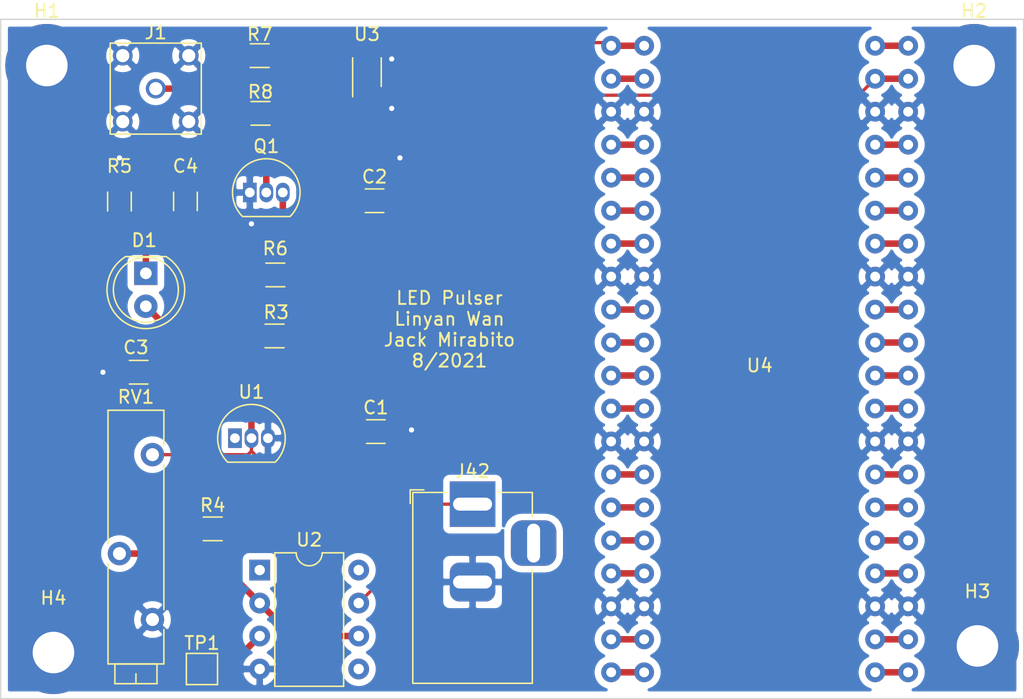
<source format=kicad_pcb>
(kicad_pcb (version 20171130) (host pcbnew "(5.1.10)-1")

  (general
    (thickness 1.6)
    (drawings 6)
    (tracks 133)
    (zones 0)
    (modules 64)
    (nets 47)
  )

  (page A4)
  (layers
    (0 F.Cu signal)
    (31 B.Cu signal)
    (32 B.Adhes user)
    (33 F.Adhes user)
    (34 B.Paste user)
    (35 F.Paste user)
    (36 B.SilkS user)
    (37 F.SilkS user)
    (38 B.Mask user)
    (39 F.Mask user)
    (40 Dwgs.User user)
    (41 Cmts.User user)
    (42 Eco1.User user)
    (43 Eco2.User user)
    (44 Edge.Cuts user)
    (45 Margin user)
    (46 B.CrtYd user)
    (47 F.CrtYd user)
    (48 B.Fab user)
    (49 F.Fab user hide)
  )

  (setup
    (last_trace_width 0.25)
    (user_trace_width 0.5)
    (trace_clearance 0.2)
    (zone_clearance 0.508)
    (zone_45_only no)
    (trace_min 0.2)
    (via_size 0.8)
    (via_drill 0.4)
    (via_min_size 0.4)
    (via_min_drill 0.3)
    (uvia_size 0.3)
    (uvia_drill 0.1)
    (uvias_allowed no)
    (uvia_min_size 0.2)
    (uvia_min_drill 0.1)
    (edge_width 0.1)
    (segment_width 0.2)
    (pcb_text_width 0.3)
    (pcb_text_size 1.5 1.5)
    (mod_edge_width 0.15)
    (mod_text_size 1 1)
    (mod_text_width 0.15)
    (pad_size 3.2 3.2)
    (pad_drill 3.2)
    (pad_to_mask_clearance 0)
    (aux_axis_origin 0 0)
    (visible_elements 7FFFFFFF)
    (pcbplotparams
      (layerselection 0x010fc_ffffffff)
      (usegerberextensions false)
      (usegerberattributes true)
      (usegerberadvancedattributes true)
      (creategerberjobfile true)
      (excludeedgelayer true)
      (linewidth 0.100000)
      (plotframeref false)
      (viasonmask false)
      (mode 1)
      (useauxorigin false)
      (hpglpennumber 1)
      (hpglpenspeed 20)
      (hpglpendiameter 15.000000)
      (psnegative false)
      (psa4output false)
      (plotreference true)
      (plotvalue true)
      (plotinvisibletext false)
      (padsonsilk false)
      (subtractmaskfromsilk false)
      (outputformat 1)
      (mirror false)
      (drillshape 1)
      (scaleselection 1)
      (outputdirectory ""))
  )

  (net 0 "")
  (net 1 GND)
  (net 2 "Net-(C1-Pad1)")
  (net 3 +15V)
  (net 4 "Net-(C3-Pad1)")
  (net 5 "Net-(C4-Pad2)")
  (net 6 "Net-(C4-Pad1)")
  (net 7 "Net-(J1-Pad1)")
  (net 8 /VCC)
  (net 9 "Net-(R4-Pad2)")
  (net 10 "Net-(R7-Pad1)")
  (net 11 "Net-(R8-Pad1)")
  (net 12 "Net-(RV1-Pad2)")
  (net 13 "Net-(U2-Pad8)")
  (net 14 "Net-(U2-Pad5)")
  (net 15 "Net-(U2-Pad1)")
  (net 16 "Net-(J2-Pad1)")
  (net 17 "Net-(J7-Pad1)")
  (net 18 "Net-(J8-Pad1)")
  (net 19 "Net-(J9-Pad1)")
  (net 20 "Net-(J10-Pad1)")
  (net 21 "Net-(J11-Pad1)")
  (net 22 "Net-(J12-Pad1)")
  (net 23 "Net-(J13-Pad1)")
  (net 24 "Net-(J14-Pad1)")
  (net 25 "Net-(J15-Pad1)")
  (net 26 "Net-(J16-Pad1)")
  (net 27 "Net-(J17-Pad1)")
  (net 28 "Net-(J18-Pad1)")
  (net 29 "Net-(J19-Pad1)")
  (net 30 "Net-(J20-Pad1)")
  (net 31 "Net-(J21-Pad1)")
  (net 32 "Net-(J22-Pad1)")
  (net 33 "Net-(J23-Pad1)")
  (net 34 "Net-(J24-Pad1)")
  (net 35 "Net-(J25-Pad1)")
  (net 36 "Net-(J26-Pad1)")
  (net 37 "Net-(J27-Pad1)")
  (net 38 "Net-(J28-Pad1)")
  (net 39 "Net-(J29-Pad1)")
  (net 40 "Net-(J30-Pad1)")
  (net 41 "Net-(J32-Pad1)")
  (net 42 "Net-(J33-Pad1)")
  (net 43 "Net-(J34-Pad1)")
  (net 44 "Net-(J35-Pad1)")
  (net 45 "Net-(J36-Pad1)")
  (net 46 "Net-(J37-Pad1)")

  (net_class Default "This is the default net class."
    (clearance 0.2)
    (trace_width 0.25)
    (via_dia 0.8)
    (via_drill 0.4)
    (uvia_dia 0.3)
    (uvia_drill 0.1)
    (add_net +15V)
    (add_net /VCC)
    (add_net GND)
    (add_net "Net-(C1-Pad1)")
    (add_net "Net-(C3-Pad1)")
    (add_net "Net-(C4-Pad1)")
    (add_net "Net-(C4-Pad2)")
    (add_net "Net-(J1-Pad1)")
    (add_net "Net-(J10-Pad1)")
    (add_net "Net-(J11-Pad1)")
    (add_net "Net-(J12-Pad1)")
    (add_net "Net-(J13-Pad1)")
    (add_net "Net-(J14-Pad1)")
    (add_net "Net-(J15-Pad1)")
    (add_net "Net-(J16-Pad1)")
    (add_net "Net-(J17-Pad1)")
    (add_net "Net-(J18-Pad1)")
    (add_net "Net-(J19-Pad1)")
    (add_net "Net-(J2-Pad1)")
    (add_net "Net-(J20-Pad1)")
    (add_net "Net-(J21-Pad1)")
    (add_net "Net-(J22-Pad1)")
    (add_net "Net-(J23-Pad1)")
    (add_net "Net-(J24-Pad1)")
    (add_net "Net-(J25-Pad1)")
    (add_net "Net-(J26-Pad1)")
    (add_net "Net-(J27-Pad1)")
    (add_net "Net-(J28-Pad1)")
    (add_net "Net-(J29-Pad1)")
    (add_net "Net-(J30-Pad1)")
    (add_net "Net-(J32-Pad1)")
    (add_net "Net-(J33-Pad1)")
    (add_net "Net-(J34-Pad1)")
    (add_net "Net-(J35-Pad1)")
    (add_net "Net-(J36-Pad1)")
    (add_net "Net-(J37-Pad1)")
    (add_net "Net-(J7-Pad1)")
    (add_net "Net-(J8-Pad1)")
    (add_net "Net-(J9-Pad1)")
    (add_net "Net-(R4-Pad2)")
    (add_net "Net-(R7-Pad1)")
    (add_net "Net-(R8-Pad1)")
    (add_net "Net-(RV1-Pad2)")
    (add_net "Net-(U2-Pad1)")
    (add_net "Net-(U2-Pad5)")
    (add_net "Net-(U2-Pad8)")
  )

  (module MountingHole:MountingHole_3.2mm_M3_Pad (layer F.Cu) (tedit 56D1B4CB) (tstamp 6109AA73)
    (at 142.24 144.78)
    (descr "Mounting Hole 3.2mm, M3")
    (tags "mounting hole 3.2mm m3")
    (path /611CA243)
    (attr virtual)
    (fp_text reference H4 (at 0 -4.2) (layer F.SilkS)
      (effects (font (size 1 1) (thickness 0.15)))
    )
    (fp_text value MountingHole (at 0 4.2) (layer F.Fab)
      (effects (font (size 1 1) (thickness 0.15)))
    )
    (fp_text user %R (at 0.3 0) (layer F.Fab)
      (effects (font (size 1 1) (thickness 0.15)))
    )
    (fp_circle (center 0 0) (end 3.2 0) (layer Cmts.User) (width 0.15))
    (fp_circle (center 0 0) (end 3.45 0) (layer F.CrtYd) (width 0.05))
    (pad 1 thru_hole circle (at 0 0) (size 6.4 6.4) (drill 3.2) (layers *.Cu *.Mask)
      (net 1 GND))
  )

  (module MountingHole:MountingHole_3.2mm_M3_Pad (layer F.Cu) (tedit 56D1B4CB) (tstamp 6109AA6B)
    (at 213.36 144.272)
    (descr "Mounting Hole 3.2mm, M3")
    (tags "mounting hole 3.2mm m3")
    (path /611CA239)
    (attr virtual)
    (fp_text reference H3 (at 0 -4.2) (layer F.SilkS)
      (effects (font (size 1 1) (thickness 0.15)))
    )
    (fp_text value MountingHole (at 0 4.2) (layer F.Fab)
      (effects (font (size 1 1) (thickness 0.15)))
    )
    (fp_text user %R (at 0.3 0) (layer F.Fab)
      (effects (font (size 1 1) (thickness 0.15)))
    )
    (fp_circle (center 0 0) (end 3.2 0) (layer Cmts.User) (width 0.15))
    (fp_circle (center 0 0) (end 3.45 0) (layer F.CrtYd) (width 0.05))
    (pad 1 thru_hole circle (at 0 0) (size 6.4 6.4) (drill 3.2) (layers *.Cu *.Mask)
      (net 1 GND))
  )

  (module MountingHole:MountingHole_3.2mm_M3_Pad (layer F.Cu) (tedit 56D1B4CB) (tstamp 6109AA63)
    (at 213.106 99.568)
    (descr "Mounting Hole 3.2mm, M3")
    (tags "mounting hole 3.2mm m3")
    (path /611C7BC5)
    (attr virtual)
    (fp_text reference H2 (at 0 -4.2) (layer F.SilkS)
      (effects (font (size 1 1) (thickness 0.15)))
    )
    (fp_text value MountingHole (at 0 4.2) (layer F.Fab)
      (effects (font (size 1 1) (thickness 0.15)))
    )
    (fp_text user %R (at 0.3 0) (layer F.Fab)
      (effects (font (size 1 1) (thickness 0.15)))
    )
    (fp_circle (center 0 0) (end 3.2 0) (layer Cmts.User) (width 0.15))
    (fp_circle (center 0 0) (end 3.45 0) (layer F.CrtYd) (width 0.05))
    (pad 1 thru_hole circle (at 0 0) (size 6.4 6.4) (drill 3.2) (layers *.Cu *.Mask)
      (net 1 GND))
  )

  (module MountingHole:MountingHole_3.2mm_M3_Pad (layer F.Cu) (tedit 56D1B4CB) (tstamp 6104CFED)
    (at 141.732 99.568)
    (descr "Mounting Hole 3.2mm, M3")
    (tags "mounting hole 3.2mm m3")
    (path /6122CDE9)
    (attr virtual)
    (fp_text reference H1 (at 0 -4.2) (layer F.SilkS)
      (effects (font (size 1 1) (thickness 0.15)))
    )
    (fp_text value MountingHole (at 0 4.2) (layer F.Fab)
      (effects (font (size 1 1) (thickness 0.15)))
    )
    (fp_text user %R (at 0.3 0) (layer F.Fab)
      (effects (font (size 1 1) (thickness 0.15)))
    )
    (fp_circle (center 0 0) (end 3.2 0) (layer Cmts.User) (width 0.15))
    (fp_circle (center 0 0) (end 3.45 0) (layer F.CrtYd) (width 0.05))
    (pad 1 thru_hole circle (at 0 0) (size 6.4 6.4) (drill 3.2) (layers *.Cu *.Mask)
      (net 1 GND))
  )

  (module Connector_BarrelJack:BarrelJack_Horizontal (layer F.Cu) (tedit 5A1DBF6A) (tstamp 610824D1)
    (at 174.498 133.35 90)
    (descr "DC Barrel Jack")
    (tags "Power Jack")
    (path /6108CDAF)
    (fp_text reference J42 (at 2.54 0 180) (layer F.SilkS)
      (effects (font (size 1 1) (thickness 0.15)))
    )
    (fp_text value Conn_Coaxial_Power (at -6.2 -5.5 90) (layer F.Fab)
      (effects (font (size 1 1) (thickness 0.15)))
    )
    (fp_line (start 0 -4.5) (end -13.7 -4.5) (layer F.Fab) (width 0.1))
    (fp_line (start 0.8 4.5) (end 0.8 -3.75) (layer F.Fab) (width 0.1))
    (fp_line (start -13.7 4.5) (end 0.8 4.5) (layer F.Fab) (width 0.1))
    (fp_line (start -13.7 -4.5) (end -13.7 4.5) (layer F.Fab) (width 0.1))
    (fp_line (start -10.2 -4.5) (end -10.2 4.5) (layer F.Fab) (width 0.1))
    (fp_line (start 0.9 -4.6) (end 0.9 -2) (layer F.SilkS) (width 0.12))
    (fp_line (start -13.8 -4.6) (end 0.9 -4.6) (layer F.SilkS) (width 0.12))
    (fp_line (start 0.9 4.6) (end -1 4.6) (layer F.SilkS) (width 0.12))
    (fp_line (start 0.9 1.9) (end 0.9 4.6) (layer F.SilkS) (width 0.12))
    (fp_line (start -13.8 4.6) (end -13.8 -4.6) (layer F.SilkS) (width 0.12))
    (fp_line (start -5 4.6) (end -13.8 4.6) (layer F.SilkS) (width 0.12))
    (fp_line (start -14 4.75) (end -14 -4.75) (layer F.CrtYd) (width 0.05))
    (fp_line (start -5 4.75) (end -14 4.75) (layer F.CrtYd) (width 0.05))
    (fp_line (start -5 6.75) (end -5 4.75) (layer F.CrtYd) (width 0.05))
    (fp_line (start -1 6.75) (end -5 6.75) (layer F.CrtYd) (width 0.05))
    (fp_line (start -1 4.75) (end -1 6.75) (layer F.CrtYd) (width 0.05))
    (fp_line (start 1 4.75) (end -1 4.75) (layer F.CrtYd) (width 0.05))
    (fp_line (start 1 2) (end 1 4.75) (layer F.CrtYd) (width 0.05))
    (fp_line (start 2 2) (end 1 2) (layer F.CrtYd) (width 0.05))
    (fp_line (start 2 -2) (end 2 2) (layer F.CrtYd) (width 0.05))
    (fp_line (start 1 -2) (end 2 -2) (layer F.CrtYd) (width 0.05))
    (fp_line (start 1 -4.5) (end 1 -2) (layer F.CrtYd) (width 0.05))
    (fp_line (start 1 -4.75) (end -14 -4.75) (layer F.CrtYd) (width 0.05))
    (fp_line (start 1 -4.5) (end 1 -4.75) (layer F.CrtYd) (width 0.05))
    (fp_line (start 0.05 -4.8) (end 1.1 -4.8) (layer F.SilkS) (width 0.12))
    (fp_line (start 1.1 -3.75) (end 1.1 -4.8) (layer F.SilkS) (width 0.12))
    (fp_line (start -0.003213 -4.505425) (end 0.8 -3.75) (layer F.Fab) (width 0.1))
    (fp_text user %R (at -3 -2.95 90) (layer F.Fab)
      (effects (font (size 1 1) (thickness 0.15)))
    )
    (pad 3 thru_hole roundrect (at -3 4.7 90) (size 3.5 3.5) (drill oval 3 1) (layers *.Cu *.Mask) (roundrect_rratio 0.25))
    (pad 2 thru_hole roundrect (at -6 0 90) (size 3 3.5) (drill oval 1 3) (layers *.Cu *.Mask) (roundrect_rratio 0.25)
      (net 1 GND))
    (pad 1 thru_hole rect (at 0 0 90) (size 3.5 3.5) (drill oval 1 3) (layers *.Cu *.Mask)
      (net 3 +15V))
    (model ${KISYS3DMOD}/Connector_BarrelJack.3dshapes/BarrelJack_Horizontal.wrl
      (at (xyz 0 0 0))
      (scale (xyz 1 1 1))
      (rotate (xyz 0 0 0))
    )
  )

  (module Package_TO_SOT_THT:TO-92_Inline (layer F.Cu) (tedit 5A1DD157) (tstamp 610880D2)
    (at 156.21 128.27)
    (descr "TO-92 leads in-line, narrow, oval pads, drill 0.75mm (see NXP sot054_po.pdf)")
    (tags "to-92 sc-43 sc-43a sot54 PA33 transistor")
    (path /60C26A09)
    (fp_text reference U1 (at 1.27 -3.56) (layer F.SilkS)
      (effects (font (size 1 1) (thickness 0.15)))
    )
    (fp_text value LM385Z-2.5 (at 1.27 2.79) (layer F.Fab)
      (effects (font (size 1 1) (thickness 0.15)))
    )
    (fp_line (start -0.53 1.85) (end 3.07 1.85) (layer F.SilkS) (width 0.12))
    (fp_line (start -0.5 1.75) (end 3 1.75) (layer F.Fab) (width 0.1))
    (fp_line (start -1.46 -2.73) (end 4 -2.73) (layer F.CrtYd) (width 0.05))
    (fp_line (start -1.46 -2.73) (end -1.46 2.01) (layer F.CrtYd) (width 0.05))
    (fp_line (start 4 2.01) (end 4 -2.73) (layer F.CrtYd) (width 0.05))
    (fp_line (start 4 2.01) (end -1.46 2.01) (layer F.CrtYd) (width 0.05))
    (fp_arc (start 1.27 0) (end 1.27 -2.6) (angle 135) (layer F.SilkS) (width 0.12))
    (fp_arc (start 1.27 0) (end 1.27 -2.48) (angle -135) (layer F.Fab) (width 0.1))
    (fp_arc (start 1.27 0) (end 1.27 -2.6) (angle -135) (layer F.SilkS) (width 0.12))
    (fp_arc (start 1.27 0) (end 1.27 -2.48) (angle 135) (layer F.Fab) (width 0.1))
    (fp_text user %R (at 1.27 0) (layer F.Fab)
      (effects (font (size 1 1) (thickness 0.15)))
    )
    (pad 1 thru_hole rect (at 0 0) (size 1.05 1.5) (drill 0.75) (layers *.Cu *.Mask))
    (pad 3 thru_hole oval (at 2.54 0) (size 1.05 1.5) (drill 0.75) (layers *.Cu *.Mask)
      (net 1 GND))
    (pad 2 thru_hole oval (at 1.27 0) (size 1.05 1.5) (drill 0.75) (layers *.Cu *.Mask)
      (net 2 "Net-(C1-Pad1)"))
    (model ${KISYS3DMOD}/Package_TO_SOT_THT.3dshapes/TO-92_Inline.wrl
      (at (xyz 0 0 0))
      (scale (xyz 1 1 1))
      (rotate (xyz 0 0 0))
    )
  )

  (module mod:Pad_01 (layer F.Cu) (tedit 610078B5) (tstamp 61018C7E)
    (at 185.166 128.524)
    (path /611B0108)
    (fp_text reference J41 (at 0 0.5) (layer F.SilkS) hide
      (effects (font (size 1 1) (thickness 0.15)))
    )
    (fp_text value Conn_01x01 (at 0 -0.5) (layer F.Fab)
      (effects (font (size 1 1) (thickness 0.15)))
    )
    (pad 1 thru_hole circle (at 0 0) (size 1.524 1.524) (drill 0.762) (layers *.Cu *.Mask)
      (net 1 GND))
  )

  (module mod:Pad_01 (layer F.Cu) (tedit 610078B5) (tstamp 61018C79)
    (at 208.026 115.824)
    (path /611B0126)
    (fp_text reference J40 (at 0 0.5) (layer F.SilkS) hide
      (effects (font (size 1 1) (thickness 0.15)))
    )
    (fp_text value Conn_01x01 (at 0 -0.5) (layer F.Fab)
      (effects (font (size 1 1) (thickness 0.15)))
    )
    (pad 1 thru_hole circle (at 0 0) (size 1.524 1.524) (drill 0.762) (layers *.Cu *.Mask)
      (net 1 GND))
  )

  (module mod:Pad_01 (layer F.Cu) (tedit 610078B5) (tstamp 61018C74)
    (at 185.166 141.224)
    (path /611B0144)
    (fp_text reference J39 (at 0 0.5) (layer F.SilkS) hide
      (effects (font (size 1 1) (thickness 0.15)))
    )
    (fp_text value Conn_01x01 (at 0 -0.5) (layer F.Fab)
      (effects (font (size 1 1) (thickness 0.15)))
    )
    (pad 1 thru_hole circle (at 0 0) (size 1.524 1.524) (drill 0.762) (layers *.Cu *.Mask)
      (net 1 GND))
  )

  (module mod:Pad_01 (layer F.Cu) (tedit 610078B5) (tstamp 61018C6F)
    (at 208.026 141.224)
    (path /611B0162)
    (fp_text reference J38 (at 0 0.5) (layer F.SilkS) hide
      (effects (font (size 1 1) (thickness 0.15)))
    )
    (fp_text value Conn_01x01 (at 0 -0.5) (layer F.Fab)
      (effects (font (size 1 1) (thickness 0.15)))
    )
    (pad 1 thru_hole circle (at 0 0) (size 1.524 1.524) (drill 0.762) (layers *.Cu *.Mask)
      (net 1 GND))
  )

  (module mod:Pad_01 (layer F.Cu) (tedit 610078B5) (tstamp 61018C6A)
    (at 208.026 136.144)
    (path /611B0114)
    (fp_text reference J37 (at 0 0.5) (layer F.SilkS) hide
      (effects (font (size 1 1) (thickness 0.15)))
    )
    (fp_text value Conn_01x01 (at 0 -0.5) (layer F.Fab)
      (effects (font (size 1 1) (thickness 0.15)))
    )
    (pad 1 thru_hole circle (at 0 0) (size 1.524 1.524) (drill 0.762) (layers *.Cu *.Mask)
      (net 46 "Net-(J37-Pad1)"))
  )

  (module mod:Pad_01 (layer F.Cu) (tedit 610078B5) (tstamp 61018C65)
    (at 208.026 131.064)
    (path /611B0120)
    (fp_text reference J36 (at 0 0.5) (layer F.SilkS) hide
      (effects (font (size 1 1) (thickness 0.15)))
    )
    (fp_text value Conn_01x01 (at 0 -0.5) (layer F.Fab)
      (effects (font (size 1 1) (thickness 0.15)))
    )
    (pad 1 thru_hole circle (at 0 0) (size 1.524 1.524) (drill 0.762) (layers *.Cu *.Mask)
      (net 45 "Net-(J36-Pad1)"))
  )

  (module mod:Pad_01 (layer F.Cu) (tedit 610078B5) (tstamp 61018C60)
    (at 208.026 125.984)
    (path /611B012C)
    (fp_text reference J35 (at 0 0.5) (layer F.SilkS) hide
      (effects (font (size 1 1) (thickness 0.15)))
    )
    (fp_text value Conn_01x01 (at 0 -0.5) (layer F.Fab)
      (effects (font (size 1 1) (thickness 0.15)))
    )
    (pad 1 thru_hole circle (at 0 0) (size 1.524 1.524) (drill 0.762) (layers *.Cu *.Mask)
      (net 44 "Net-(J35-Pad1)"))
  )

  (module mod:Pad_01 (layer F.Cu) (tedit 610078B5) (tstamp 61018C5B)
    (at 208.026 120.904)
    (path /611B0138)
    (fp_text reference J34 (at 0 0.5) (layer F.SilkS) hide
      (effects (font (size 1 1) (thickness 0.15)))
    )
    (fp_text value Conn_01x01 (at 0 -0.5) (layer F.Fab)
      (effects (font (size 1 1) (thickness 0.15)))
    )
    (pad 1 thru_hole circle (at 0 0) (size 1.524 1.524) (drill 0.762) (layers *.Cu *.Mask)
      (net 43 "Net-(J34-Pad1)"))
  )

  (module mod:Pad_01 (layer F.Cu) (tedit 610078B5) (tstamp 61018C56)
    (at 208.026 110.744)
    (path /611B0150)
    (fp_text reference J33 (at 0 0.5) (layer F.SilkS) hide
      (effects (font (size 1 1) (thickness 0.15)))
    )
    (fp_text value Conn_01x01 (at 0 -0.5) (layer F.Fab)
      (effects (font (size 1 1) (thickness 0.15)))
    )
    (pad 1 thru_hole circle (at 0 0) (size 1.524 1.524) (drill 0.762) (layers *.Cu *.Mask)
      (net 42 "Net-(J33-Pad1)"))
  )

  (module mod:Pad_01 (layer F.Cu) (tedit 610078B5) (tstamp 61018C51)
    (at 208.026 105.664)
    (path /611B015C)
    (fp_text reference J32 (at 0 0.635) (layer F.SilkS) hide
      (effects (font (size 1 1) (thickness 0.15)))
    )
    (fp_text value Conn_01x01 (at 0 -0.5) (layer F.Fab)
      (effects (font (size 1 1) (thickness 0.15)))
    )
    (pad 1 thru_hole circle (at 0 0) (size 1.524 1.524) (drill 0.762) (layers *.Cu *.Mask)
      (net 41 "Net-(J32-Pad1)"))
  )

  (module mod:Pad_01 (layer F.Cu) (tedit 610078B5) (tstamp 61018C4C)
    (at 208.026 100.584)
    (path /611B016E)
    (fp_text reference J31 (at 0 0.5) (layer F.SilkS) hide
      (effects (font (size 1 1) (thickness 0.15)))
    )
    (fp_text value Conn_01x01 (at 0 -0.5) (layer F.Fab)
      (effects (font (size 1 1) (thickness 0.15)))
    )
    (pad 1 thru_hole circle (at 0 0) (size 1.524 1.524) (drill 0.762) (layers *.Cu *.Mask)
      (net 8 /VCC))
  )

  (module mod:Pad_01 (layer F.Cu) (tedit 610078B5) (tstamp 61018C47)
    (at 208.026 143.764)
    (path /611B00FB)
    (fp_text reference J30 (at 0 0.5) (layer F.SilkS) hide
      (effects (font (size 1 1) (thickness 0.15)))
    )
    (fp_text value Conn_01x01 (at 0 -0.5) (layer F.Fab)
      (effects (font (size 1 1) (thickness 0.15)))
    )
    (pad 1 thru_hole circle (at 0 0) (size 1.524 1.524) (drill 0.762) (layers *.Cu *.Mask)
      (net 40 "Net-(J30-Pad1)"))
  )

  (module mod:Pad_01 (layer F.Cu) (tedit 610078B5) (tstamp 61018C42)
    (at 208.026 138.684)
    (path /611B010E)
    (fp_text reference J29 (at 0 0.5) (layer F.SilkS) hide
      (effects (font (size 1 1) (thickness 0.15)))
    )
    (fp_text value Conn_01x01 (at 0 -0.5) (layer F.Fab)
      (effects (font (size 1 1) (thickness 0.15)))
    )
    (pad 1 thru_hole circle (at 0 0) (size 1.524 1.524) (drill 0.762) (layers *.Cu *.Mask)
      (net 39 "Net-(J29-Pad1)"))
  )

  (module mod:Pad_01 (layer F.Cu) (tedit 610078B5) (tstamp 61018C3D)
    (at 208.026 133.604)
    (path /611B011A)
    (fp_text reference J28 (at 0 0.5) (layer F.SilkS) hide
      (effects (font (size 1 1) (thickness 0.15)))
    )
    (fp_text value Conn_01x01 (at 0 -0.5) (layer F.Fab)
      (effects (font (size 1 1) (thickness 0.15)))
    )
    (pad 1 thru_hole circle (at 0 0) (size 1.524 1.524) (drill 0.762) (layers *.Cu *.Mask)
      (net 38 "Net-(J28-Pad1)"))
  )

  (module mod:Pad_01 (layer F.Cu) (tedit 610078B5) (tstamp 61018C38)
    (at 208.026 123.444)
    (path /611B0132)
    (fp_text reference J27 (at 0 0.5) (layer F.SilkS) hide
      (effects (font (size 1 1) (thickness 0.15)))
    )
    (fp_text value Conn_01x01 (at 0 -0.5) (layer F.Fab)
      (effects (font (size 1 1) (thickness 0.15)))
    )
    (pad 1 thru_hole circle (at 0 0) (size 1.524 1.524) (drill 0.762) (layers *.Cu *.Mask)
      (net 37 "Net-(J27-Pad1)"))
  )

  (module mod:Pad_01 (layer F.Cu) (tedit 610078B5) (tstamp 61018C33)
    (at 208.026 118.364)
    (path /611B013E)
    (fp_text reference J26 (at 0 0.5) (layer F.SilkS) hide
      (effects (font (size 1 1) (thickness 0.15)))
    )
    (fp_text value Conn_01x01 (at 0 -0.5) (layer F.Fab)
      (effects (font (size 1 1) (thickness 0.15)))
    )
    (pad 1 thru_hole circle (at 0 0) (size 1.524 1.524) (drill 0.762) (layers *.Cu *.Mask)
      (net 36 "Net-(J26-Pad1)"))
  )

  (module mod:Pad_01 (layer F.Cu) (tedit 610078B5) (tstamp 61018C2E)
    (at 208.026 113.284)
    (path /611B014A)
    (fp_text reference J25 (at 0 0.5) (layer F.SilkS) hide
      (effects (font (size 1 1) (thickness 0.15)))
    )
    (fp_text value Conn_01x01 (at 0 -0.5) (layer F.Fab)
      (effects (font (size 1 1) (thickness 0.15)))
    )
    (pad 1 thru_hole circle (at 0 0) (size 1.524 1.524) (drill 0.762) (layers *.Cu *.Mask)
      (net 35 "Net-(J25-Pad1)"))
  )

  (module mod:Pad_01 (layer F.Cu) (tedit 610078B5) (tstamp 61018C29)
    (at 208.026 108.204)
    (path /611B0156)
    (fp_text reference J24 (at 0 0.5) (layer F.SilkS) hide
      (effects (font (size 1 1) (thickness 0.15)))
    )
    (fp_text value Conn_01x01 (at 0 -0.5) (layer F.Fab)
      (effects (font (size 1 1) (thickness 0.15)))
    )
    (pad 1 thru_hole circle (at 0 0) (size 1.524 1.524) (drill 0.762) (layers *.Cu *.Mask)
      (net 34 "Net-(J24-Pad1)"))
  )

  (module mod:Pad_01 (layer F.Cu) (tedit 610078B5) (tstamp 61018C24)
    (at 208.026 98.044)
    (path /611B0174)
    (fp_text reference J23 (at 0 0.5) (layer F.SilkS) hide
      (effects (font (size 1 1) (thickness 0.15)))
    )
    (fp_text value Conn_01x01 (at 0 -0.5) (layer F.Fab)
      (effects (font (size 1 1) (thickness 0.15)))
    )
    (pad 1 thru_hole circle (at 0 0) (size 1.524 1.524) (drill 0.762) (layers *.Cu *.Mask)
      (net 33 "Net-(J23-Pad1)"))
  )

  (module mod:Pad_01 (layer F.Cu) (tedit 610078B5) (tstamp 61018C1F)
    (at 208.026 146.304)
    (path /611B0102)
    (fp_text reference J22 (at 0 0.5) (layer F.SilkS) hide
      (effects (font (size 1 1) (thickness 0.15)))
    )
    (fp_text value Conn_01x01 (at 0 -0.5) (layer F.Fab)
      (effects (font (size 1 1) (thickness 0.15)))
    )
    (pad 1 thru_hole circle (at 0 0) (size 1.524 1.524) (drill 0.762) (layers *.Cu *.Mask)
      (net 32 "Net-(J22-Pad1)"))
  )

  (module mod:Pad_01 (layer F.Cu) (tedit 610078B5) (tstamp 61018C1A)
    (at 185.166 98.044)
    (path /6111EAE3)
    (fp_text reference J21 (at 0 0.5) (layer F.SilkS) hide
      (effects (font (size 1 1) (thickness 0.15)))
    )
    (fp_text value Conn_01x01 (at 0 -0.5) (layer F.Fab)
      (effects (font (size 1 1) (thickness 0.15)))
    )
    (pad 1 thru_hole circle (at 0 0) (size 1.524 1.524) (drill 0.762) (layers *.Cu *.Mask)
      (net 31 "Net-(J21-Pad1)"))
  )

  (module mod:Pad_01 (layer F.Cu) (tedit 610078B5) (tstamp 61018C15)
    (at 185.166 146.304)
    (path /6113FB2D)
    (fp_text reference J20 (at 0 0.5) (layer F.SilkS) hide
      (effects (font (size 1 1) (thickness 0.15)))
    )
    (fp_text value Conn_01x01 (at 0 -0.5) (layer F.Fab)
      (effects (font (size 1 1) (thickness 0.15)))
    )
    (pad 1 thru_hole circle (at 0 0) (size 1.524 1.524) (drill 0.762) (layers *.Cu *.Mask)
      (net 30 "Net-(J20-Pad1)"))
  )

  (module mod:Pad_01 (layer F.Cu) (tedit 610078B5) (tstamp 61018C10)
    (at 185.166 136.144)
    (path /61138F03)
    (fp_text reference J19 (at 0 0.5) (layer F.SilkS) hide
      (effects (font (size 1 1) (thickness 0.15)))
    )
    (fp_text value Conn_01x01 (at 0 -0.5) (layer F.Fab)
      (effects (font (size 1 1) (thickness 0.15)))
    )
    (pad 1 thru_hole circle (at 0 0) (size 1.524 1.524) (drill 0.762) (layers *.Cu *.Mask)
      (net 29 "Net-(J19-Pad1)"))
  )

  (module mod:Pad_01 (layer F.Cu) (tedit 610078B5) (tstamp 61018C0B)
    (at 185.166 131.064)
    (path /61136654)
    (fp_text reference J18 (at 0 0.5) (layer F.SilkS) hide
      (effects (font (size 1 1) (thickness 0.15)))
    )
    (fp_text value Conn_01x01 (at 0 -0.5) (layer F.Fab)
      (effects (font (size 1 1) (thickness 0.15)))
    )
    (pad 1 thru_hole circle (at 0 0) (size 1.524 1.524) (drill 0.762) (layers *.Cu *.Mask)
      (net 28 "Net-(J18-Pad1)"))
  )

  (module mod:Pad_01 (layer F.Cu) (tedit 610078B5) (tstamp 61018C06)
    (at 185.166 125.984)
    (path /6113382A)
    (fp_text reference J17 (at 0 0.5) (layer F.SilkS) hide
      (effects (font (size 1 1) (thickness 0.15)))
    )
    (fp_text value Conn_01x01 (at 0 -0.5) (layer F.Fab)
      (effects (font (size 1 1) (thickness 0.15)))
    )
    (pad 1 thru_hole circle (at 0 0) (size 1.524 1.524) (drill 0.762) (layers *.Cu *.Mask)
      (net 27 "Net-(J17-Pad1)"))
  )

  (module mod:Pad_01 (layer F.Cu) (tedit 610078B5) (tstamp 61018C01)
    (at 185.166 120.904)
    (path /61130CB8)
    (fp_text reference J16 (at 0 0.5) (layer F.SilkS) hide
      (effects (font (size 1 1) (thickness 0.15)))
    )
    (fp_text value Conn_01x01 (at 0 -0.5) (layer F.Fab)
      (effects (font (size 1 1) (thickness 0.15)))
    )
    (pad 1 thru_hole circle (at 0 0) (size 1.524 1.524) (drill 0.762) (layers *.Cu *.Mask)
      (net 26 "Net-(J16-Pad1)"))
  )

  (module mod:Pad_01 (layer F.Cu) (tedit 610078B5) (tstamp 61018BFC)
    (at 185.166 110.744)
    (path /6112B60E)
    (fp_text reference J15 (at 0 0.5) (layer F.SilkS) hide
      (effects (font (size 1 1) (thickness 0.15)))
    )
    (fp_text value Conn_01x01 (at 0 -0.5) (layer F.Fab)
      (effects (font (size 1 1) (thickness 0.15)))
    )
    (pad 1 thru_hole circle (at 0 0) (size 1.524 1.524) (drill 0.762) (layers *.Cu *.Mask)
      (net 25 "Net-(J15-Pad1)"))
  )

  (module mod:Pad_01 (layer F.Cu) (tedit 610078B5) (tstamp 61018BF7)
    (at 185.166 105.664)
    (path /61124B71)
    (fp_text reference J14 (at 0 0.5) (layer F.SilkS) hide
      (effects (font (size 1 1) (thickness 0.15)))
    )
    (fp_text value Conn_01x01 (at 0 -0.5) (layer F.Fab)
      (effects (font (size 1 1) (thickness 0.15)))
    )
    (pad 1 thru_hole circle (at 0 0) (size 1.524 1.524) (drill 0.762) (layers *.Cu *.Mask)
      (net 24 "Net-(J14-Pad1)"))
  )

  (module mod:Pad_01 (layer F.Cu) (tedit 610078B5) (tstamp 61018BF2)
    (at 185.166 143.764)
    (path /6113E7A4)
    (fp_text reference J13 (at 0 0.5) (layer F.SilkS) hide
      (effects (font (size 1 1) (thickness 0.15)))
    )
    (fp_text value Conn_01x01 (at 0 -0.5) (layer F.Fab)
      (effects (font (size 1 1) (thickness 0.15)))
    )
    (pad 1 thru_hole circle (at 0 0) (size 1.524 1.524) (drill 0.762) (layers *.Cu *.Mask)
      (net 23 "Net-(J13-Pad1)"))
  )

  (module mod:Pad_01 (layer F.Cu) (tedit 610078B5) (tstamp 61018BED)
    (at 185.166 138.684)
    (path /6113A4F1)
    (fp_text reference J12 (at 0 0.5) (layer F.SilkS) hide
      (effects (font (size 1 1) (thickness 0.15)))
    )
    (fp_text value Conn_01x01 (at 0 -0.5) (layer F.Fab)
      (effects (font (size 1 1) (thickness 0.15)))
    )
    (pad 1 thru_hole circle (at 0 0) (size 1.524 1.524) (drill 0.762) (layers *.Cu *.Mask)
      (net 22 "Net-(J12-Pad1)"))
  )

  (module mod:Pad_01 (layer F.Cu) (tedit 610078B5) (tstamp 61018BE8)
    (at 185.166 133.604)
    (path /611379D0)
    (fp_text reference J11 (at 0 0.5) (layer F.SilkS) hide
      (effects (font (size 1 1) (thickness 0.15)))
    )
    (fp_text value Conn_01x01 (at 0 -0.5) (layer F.Fab)
      (effects (font (size 1 1) (thickness 0.15)))
    )
    (pad 1 thru_hole circle (at 0 0) (size 1.524 1.524) (drill 0.762) (layers *.Cu *.Mask)
      (net 21 "Net-(J11-Pad1)"))
  )

  (module mod:Pad_01 (layer F.Cu) (tedit 610078B5) (tstamp 61018BE3)
    (at 185.166 123.444)
    (path /611321C6)
    (fp_text reference J10 (at 0 0.5) (layer F.SilkS) hide
      (effects (font (size 1 1) (thickness 0.15)))
    )
    (fp_text value Conn_01x01 (at 0 -0.5) (layer F.Fab)
      (effects (font (size 1 1) (thickness 0.15)))
    )
    (pad 1 thru_hole circle (at 0 0) (size 1.524 1.524) (drill 0.762) (layers *.Cu *.Mask)
      (net 20 "Net-(J10-Pad1)"))
  )

  (module mod:Pad_01 (layer F.Cu) (tedit 610078B5) (tstamp 61018BDE)
    (at 185.166 118.364)
    (path /6112FA05)
    (fp_text reference J9 (at 0 0.5) (layer F.SilkS) hide
      (effects (font (size 1 1) (thickness 0.15)))
    )
    (fp_text value Conn_01x01 (at 0 -0.5) (layer F.Fab)
      (effects (font (size 1 1) (thickness 0.15)))
    )
    (pad 1 thru_hole circle (at 0 0) (size 1.524 1.524) (drill 0.762) (layers *.Cu *.Mask)
      (net 19 "Net-(J9-Pad1)"))
  )

  (module mod:Pad_01 (layer F.Cu) (tedit 610078B5) (tstamp 61018BD9)
    (at 185.166 113.284)
    (path /6112CB7D)
    (fp_text reference J8 (at 0 0.5) (layer F.SilkS) hide
      (effects (font (size 1 1) (thickness 0.15)))
    )
    (fp_text value Conn_01x01 (at 0 -0.5) (layer F.Fab)
      (effects (font (size 1 1) (thickness 0.15)))
    )
    (pad 1 thru_hole circle (at 0 0) (size 1.524 1.524) (drill 0.762) (layers *.Cu *.Mask)
      (net 18 "Net-(J8-Pad1)"))
  )

  (module mod:Pad_01 (layer F.Cu) (tedit 610078B5) (tstamp 61018BD4)
    (at 185.166 108.204)
    (path /6112637C)
    (fp_text reference J7 (at 0 0.5) (layer F.SilkS) hide
      (effects (font (size 1 1) (thickness 0.15)))
    )
    (fp_text value Conn_01x01 (at 0 -0.5) (layer F.Fab)
      (effects (font (size 1 1) (thickness 0.15)))
    )
    (pad 1 thru_hole circle (at 0 0) (size 1.524 1.524) (drill 0.762) (layers *.Cu *.Mask)
      (net 17 "Net-(J7-Pad1)"))
  )

  (module mod:Pad_01 (layer F.Cu) (tedit 610078B5) (tstamp 61018BCF)
    (at 208.026 128.524)
    (path /6113B910)
    (fp_text reference J6 (at 0 0.5) (layer F.SilkS) hide
      (effects (font (size 1 1) (thickness 0.15)))
    )
    (fp_text value Conn_01x01 (at 0 -0.5) (layer F.Fab)
      (effects (font (size 1 1) (thickness 0.15)))
    )
    (pad 1 thru_hole circle (at 0 0) (size 1.524 1.524) (drill 0.762) (layers *.Cu *.Mask)
      (net 1 GND))
  )

  (module mod:Pad_01 (layer F.Cu) (tedit 610078B5) (tstamp 61018BCA)
    (at 208.026 103.124)
    (path /61134BBB)
    (fp_text reference J5 (at 0 0.5) (layer F.SilkS) hide
      (effects (font (size 1 1) (thickness 0.15)))
    )
    (fp_text value Conn_01x01 (at 0 -0.5) (layer F.Fab)
      (effects (font (size 1 1) (thickness 0.15)))
    )
    (pad 1 thru_hole circle (at 0 0) (size 1.524 1.524) (drill 0.762) (layers *.Cu *.Mask)
      (net 1 GND))
  )

  (module mod:Pad_01 (layer F.Cu) (tedit 610078B5) (tstamp 61018BC5)
    (at 185.166 115.824)
    (path /6112DE92)
    (fp_text reference J4 (at 0 0.5) (layer F.SilkS) hide
      (effects (font (size 1 1) (thickness 0.15)))
    )
    (fp_text value Conn_01x01 (at 0 -0.5) (layer F.Fab)
      (effects (font (size 1 1) (thickness 0.15)))
    )
    (pad 1 thru_hole circle (at 0 0) (size 1.524 1.524) (drill 0.762) (layers *.Cu *.Mask)
      (net 1 GND))
  )

  (module mod:Pad_01 (layer F.Cu) (tedit 610078B5) (tstamp 61018BC0)
    (at 185.166 103.124)
    (path /61123536)
    (fp_text reference J3 (at 0 0.5) (layer F.SilkS) hide
      (effects (font (size 1 1) (thickness 0.15)))
    )
    (fp_text value Conn_01x01 (at 0 -0.5) (layer F.Fab)
      (effects (font (size 1 1) (thickness 0.15)))
    )
    (pad 1 thru_hole circle (at 0 0) (size 1.524 1.524) (drill 0.762) (layers *.Cu *.Mask)
      (net 1 GND))
  )

  (module mod:Pad_01 (layer F.Cu) (tedit 610078B5) (tstamp 6100D59C)
    (at 185.166 100.584)
    (path /61054E60)
    (fp_text reference J2 (at 0 0.5) (layer F.SilkS) hide
      (effects (font (size 1 1) (thickness 0.15)))
    )
    (fp_text value Conn_01x01 (at 0 -0.5) (layer F.Fab)
      (effects (font (size 1 1) (thickness 0.15)))
    )
    (pad 1 thru_hole circle (at 0 0) (size 1.524 1.524) (drill 0.762) (layers *.Cu *.Mask)
      (net 16 "Net-(J2-Pad1)"))
  )

  (module mod:Raspberry_pi_pico (layer F.Cu) (tedit 60F85481) (tstamp 61082B05)
    (at 196.596 122.174)
    (path /60F9499C)
    (fp_text reference U4 (at 0 0.5) (layer F.SilkS)
      (effects (font (size 1 1) (thickness 0.15)))
    )
    (fp_text value Raspberry_pi_pico (at 0 -0.5) (layer F.Fab)
      (effects (font (size 1 1) (thickness 0.15)))
    )
    (fp_line (start -10.5 25.5) (end -10.5 -25.5) (layer F.CrtYd) (width 0.12))
    (fp_line (start 10.5 -25.5) (end 10.5 25.5) (layer F.CrtYd) (width 0.12))
    (fp_line (start -10.5 -25.5) (end 10.5 -25.5) (layer F.CrtYd) (width 0.12))
    (fp_line (start -10.5 25.5) (end 10.5 25.5) (layer F.CrtYd) (width 0.12))
    (pad 1 thru_hole circle (at -8.89 -24.13) (size 1.524 1.524) (drill 0.762) (layers *.Cu *.Mask)
      (net 31 "Net-(J21-Pad1)"))
    (pad 2 thru_hole circle (at -8.89 -21.59) (size 1.524 1.524) (drill 0.762) (layers *.Cu *.Mask)
      (net 16 "Net-(J2-Pad1)"))
    (pad 3 thru_hole circle (at -8.89 -19.05) (size 1.524 1.524) (drill 0.762) (layers *.Cu *.Mask)
      (net 1 GND))
    (pad 4 thru_hole circle (at -8.89 -16.51) (size 1.524 1.524) (drill 0.762) (layers *.Cu *.Mask)
      (net 24 "Net-(J14-Pad1)"))
    (pad 5 thru_hole circle (at -8.89 -13.97) (size 1.524 1.524) (drill 0.762) (layers *.Cu *.Mask)
      (net 17 "Net-(J7-Pad1)"))
    (pad 6 thru_hole circle (at -8.89 -11.43) (size 1.524 1.524) (drill 0.762) (layers *.Cu *.Mask)
      (net 25 "Net-(J15-Pad1)"))
    (pad 7 thru_hole circle (at -8.89 -8.89) (size 1.524 1.524) (drill 0.762) (layers *.Cu *.Mask)
      (net 18 "Net-(J8-Pad1)"))
    (pad 8 thru_hole circle (at -8.89 -6.35) (size 1.524 1.524) (drill 0.762) (layers *.Cu *.Mask)
      (net 1 GND))
    (pad 16 thru_hole circle (at -8.89 13.97) (size 1.524 1.524) (drill 0.762) (layers *.Cu *.Mask)
      (net 29 "Net-(J19-Pad1)"))
    (pad 15 thru_hole circle (at -8.89 11.43) (size 1.524 1.524) (drill 0.762) (layers *.Cu *.Mask)
      (net 21 "Net-(J11-Pad1)"))
    (pad 10 thru_hole circle (at -8.89 -1.27) (size 1.524 1.524) (drill 0.762) (layers *.Cu *.Mask)
      (net 26 "Net-(J16-Pad1)"))
    (pad 9 thru_hole circle (at -8.89 -3.81) (size 1.524 1.524) (drill 0.762) (layers *.Cu *.Mask)
      (net 19 "Net-(J9-Pad1)"))
    (pad 12 thru_hole circle (at -8.89 3.81) (size 1.524 1.524) (drill 0.762) (layers *.Cu *.Mask)
      (net 27 "Net-(J17-Pad1)"))
    (pad 13 thru_hole circle (at -8.89 6.35) (size 1.524 1.524) (drill 0.762) (layers *.Cu *.Mask)
      (net 1 GND))
    (pad 11 thru_hole circle (at -8.89 1.27) (size 1.524 1.524) (drill 0.762) (layers *.Cu *.Mask)
      (net 20 "Net-(J10-Pad1)"))
    (pad 14 thru_hole circle (at -8.89 8.89) (size 1.524 1.524) (drill 0.762) (layers *.Cu *.Mask)
      (net 28 "Net-(J18-Pad1)"))
    (pad 20 thru_hole circle (at -8.89 24.13) (size 1.524 1.524) (drill 0.762) (layers *.Cu *.Mask)
      (net 30 "Net-(J20-Pad1)"))
    (pad 18 thru_hole circle (at -8.89 19.05) (size 1.524 1.524) (drill 0.762) (layers *.Cu *.Mask)
      (net 1 GND))
    (pad 19 thru_hole circle (at -8.89 21.59) (size 1.524 1.524) (drill 0.762) (layers *.Cu *.Mask)
      (net 23 "Net-(J13-Pad1)"))
    (pad 17 thru_hole circle (at -8.89 16.51) (size 1.524 1.524) (drill 0.762) (layers *.Cu *.Mask)
      (net 22 "Net-(J12-Pad1)"))
    (pad 40 thru_hole circle (at 8.89 -24.13) (size 1.524 1.524) (drill 0.762) (layers *.Cu *.Mask)
      (net 33 "Net-(J23-Pad1)"))
    (pad 28 thru_hole circle (at 8.89 6.35) (size 1.524 1.524) (drill 0.762) (layers *.Cu *.Mask)
      (net 1 GND))
    (pad 29 thru_hole circle (at 8.89 3.81) (size 1.524 1.524) (drill 0.762) (layers *.Cu *.Mask)
      (net 44 "Net-(J35-Pad1)"))
    (pad 25 thru_hole circle (at 8.89 13.97) (size 1.524 1.524) (drill 0.762) (layers *.Cu *.Mask)
      (net 46 "Net-(J37-Pad1)"))
    (pad 39 thru_hole circle (at 8.89 -21.59) (size 1.524 1.524) (drill 0.762) (layers *.Cu *.Mask)
      (net 8 /VCC))
    (pad 26 thru_hole circle (at 8.89 11.43) (size 1.524 1.524) (drill 0.762) (layers *.Cu *.Mask)
      (net 38 "Net-(J28-Pad1)"))
    (pad 21 thru_hole circle (at 8.89 24.13) (size 1.524 1.524) (drill 0.762) (layers *.Cu *.Mask)
      (net 32 "Net-(J22-Pad1)"))
    (pad 33 thru_hole circle (at 8.89 -6.35) (size 1.524 1.524) (drill 0.762) (layers *.Cu *.Mask)
      (net 1 GND))
    (pad 23 thru_hole circle (at 8.89 19.05) (size 1.524 1.524) (drill 0.762) (layers *.Cu *.Mask)
      (net 1 GND))
    (pad 31 thru_hole circle (at 8.89 -1.27) (size 1.524 1.524) (drill 0.762) (layers *.Cu *.Mask)
      (net 43 "Net-(J34-Pad1)"))
    (pad 22 thru_hole circle (at 8.89 21.59) (size 1.524 1.524) (drill 0.762) (layers *.Cu *.Mask)
      (net 40 "Net-(J30-Pad1)"))
    (pad 24 thru_hole circle (at 8.89 16.51) (size 1.524 1.524) (drill 0.762) (layers *.Cu *.Mask)
      (net 39 "Net-(J29-Pad1)"))
    (pad 30 thru_hole circle (at 8.89 1.27) (size 1.524 1.524) (drill 0.762) (layers *.Cu *.Mask)
      (net 37 "Net-(J27-Pad1)"))
    (pad 37 thru_hole circle (at 8.89 -16.51) (size 1.524 1.524) (drill 0.762) (layers *.Cu *.Mask)
      (net 41 "Net-(J32-Pad1)"))
    (pad 36 thru_hole circle (at 8.89 -13.97) (size 1.524 1.524) (drill 0.762) (layers *.Cu *.Mask)
      (net 34 "Net-(J24-Pad1)"))
    (pad 38 thru_hole circle (at 8.89 -19.05) (size 1.524 1.524) (drill 0.762) (layers *.Cu *.Mask)
      (net 1 GND))
    (pad 32 thru_hole circle (at 8.89 -3.81) (size 1.524 1.524) (drill 0.762) (layers *.Cu *.Mask)
      (net 36 "Net-(J26-Pad1)"))
    (pad 34 thru_hole circle (at 8.89 -8.89) (size 1.524 1.524) (drill 0.762) (layers *.Cu *.Mask)
      (net 35 "Net-(J25-Pad1)"))
    (pad 35 thru_hole circle (at 8.89 -11.43) (size 1.524 1.524) (drill 0.762) (layers *.Cu *.Mask)
      (net 42 "Net-(J33-Pad1)"))
    (pad 27 thru_hole circle (at 8.89 8.89) (size 1.524 1.524) (drill 0.762) (layers *.Cu *.Mask)
      (net 45 "Net-(J36-Pad1)"))
  )

  (module mod:lemo-EPB.00.250.NTN (layer F.Cu) (tedit 604139DB) (tstamp 61087BDE)
    (at 150.114 101.346)
    (path /60F91375)
    (fp_text reference J1 (at 0 -4.318) (layer F.SilkS)
      (effects (font (size 1 1) (thickness 0.15)))
    )
    (fp_text value Conn_Coaxial (at 0 -0.5) (layer F.Fab)
      (effects (font (size 1 1) (thickness 0.15)))
    )
    (fp_line (start -3.5052 -3.5052) (end 3.5052 -3.5052) (layer F.SilkS) (width 0.12))
    (fp_line (start 3.5052 -3.5052) (end 3.5052 3.5052) (layer F.SilkS) (width 0.12))
    (fp_line (start 3.5052 3.5052) (end -3.5052 3.5052) (layer F.SilkS) (width 0.12))
    (fp_line (start -3.5052 3.5052) (end -3.5052 -3.5052) (layer F.SilkS) (width 0.12))
    (pad 2 thru_hole circle (at -2.54 2.54) (size 1.524 1.524) (drill 1.016) (layers *.Cu *.Mask)
      (net 1 GND))
    (pad 2 thru_hole circle (at 2.54 2.54) (size 1.524 1.524) (drill 1.016) (layers *.Cu *.Mask)
      (net 1 GND))
    (pad 2 thru_hole circle (at 2.54 -2.54) (size 1.524 1.524) (drill 1.016) (layers *.Cu *.Mask)
      (net 1 GND))
    (pad 2 thru_hole circle (at -2.54 -2.54) (size 1.524 1.524) (drill 1.016) (layers *.Cu *.Mask)
      (net 1 GND))
    (pad 1 thru_hole circle (at 0 0) (size 1.524 1.524) (drill 1.016) (layers *.Cu *.Mask)
      (net 7 "Net-(J1-Pad1)"))
  )

  (module Package_SO:VSSOP-8_2.3x2mm_P0.5mm (layer F.Cu) (tedit 5A02F25C) (tstamp 61008FFE)
    (at 166.37 100.076 90)
    (descr "VSSOP-8 2.3x2mm Pitch 0.5mm")
    (tags "VSSOP-8 2.3x2mm Pitch 0.5mm")
    (path /6104A954)
    (attr smd)
    (fp_text reference U3 (at 2.921 0 180) (layer F.SilkS)
      (effects (font (size 1 1) (thickness 0.15)))
    )
    (fp_text value 74LVCH2T45DC (at 0 2.2 90) (layer F.Fab)
      (effects (font (size 1 1) (thickness 0.15)))
    )
    (fp_line (start 1.15 -1) (end 1.15 1) (layer F.Fab) (width 0.1))
    (fp_line (start 1.15 1) (end -1.15 1) (layer F.Fab) (width 0.1))
    (fp_line (start -1.15 1) (end -1.15 -0.45) (layer F.Fab) (width 0.1))
    (fp_line (start -0.6 -1) (end 1.15 -1) (layer F.Fab) (width 0.1))
    (fp_line (start -0.6 -1) (end -1.15 -0.45) (layer F.Fab) (width 0.1))
    (fp_line (start 1.1 -1.1) (end -1.9 -1.1) (layer F.SilkS) (width 0.12))
    (fp_line (start 1.1 1.1) (end -1.1 1.1) (layer F.SilkS) (width 0.12))
    (fp_line (start 2.25 -1.25) (end 2.25 1.25) (layer F.CrtYd) (width 0.05))
    (fp_line (start 2.25 1.25) (end -2.25 1.25) (layer F.CrtYd) (width 0.05))
    (fp_line (start -2.25 1.25) (end -2.25 -1.25) (layer F.CrtYd) (width 0.05))
    (fp_line (start -2.25 -1.25) (end 2.25 -1.25) (layer F.CrtYd) (width 0.05))
    (fp_text user %R (at 0 0 90) (layer F.Fab)
      (effects (font (size 0.5 0.5) (thickness 0.1)))
    )
    (pad 1 smd rect (at -1.55 -0.75) (size 0.3 0.8) (layers F.Cu F.Paste F.Mask)
      (net 8 /VCC))
    (pad 2 smd rect (at -1.55 -0.25) (size 0.3 0.8) (layers F.Cu F.Paste F.Mask)
      (net 10 "Net-(R7-Pad1)"))
    (pad 3 smd rect (at -1.55 0.25) (size 0.3 0.8) (layers F.Cu F.Paste F.Mask)
      (net 11 "Net-(R8-Pad1)"))
    (pad 4 smd rect (at -1.55 0.75) (size 0.3 0.8) (layers F.Cu F.Paste F.Mask)
      (net 1 GND))
    (pad 5 smd rect (at 1.55 0.75) (size 0.3 0.8) (layers F.Cu F.Paste F.Mask)
      (net 1 GND))
    (pad 6 smd rect (at 1.55 0.25) (size 0.3 0.8) (layers F.Cu F.Paste F.Mask)
      (net 31 "Net-(J21-Pad1)"))
    (pad 7 smd rect (at 1.55 -0.25) (size 0.3 0.8) (layers F.Cu F.Paste F.Mask)
      (net 31 "Net-(J21-Pad1)"))
    (pad 8 smd rect (at 1.55 -0.75) (size 0.3 0.8) (layers F.Cu F.Paste F.Mask)
      (net 8 /VCC))
    (model ${KISYS3DMOD}/Package_SO.3dshapes/VSSOP-8_2.3x2mm_P0.5mm.wrl
      (at (xyz 0 0 0))
      (scale (xyz 1 1 1))
      (rotate (xyz 0 0 0))
    )
  )

  (module Package_DIP:DIP-8_W7.62mm (layer F.Cu) (tedit 5A02E8C5) (tstamp 6108813F)
    (at 158.115 138.43)
    (descr "8-lead though-hole mounted DIP package, row spacing 7.62 mm (300 mils)")
    (tags "THT DIP DIL PDIP 2.54mm 7.62mm 300mil")
    (path /60C2B821)
    (fp_text reference U2 (at 3.81 -2.33) (layer F.SilkS)
      (effects (font (size 1 1) (thickness 0.15)))
    )
    (fp_text value TLV2371P (at 3.81 9.95) (layer F.Fab)
      (effects (font (size 1 1) (thickness 0.15)))
    )
    (fp_line (start 1.635 -1.27) (end 6.985 -1.27) (layer F.Fab) (width 0.1))
    (fp_line (start 6.985 -1.27) (end 6.985 8.89) (layer F.Fab) (width 0.1))
    (fp_line (start 6.985 8.89) (end 0.635 8.89) (layer F.Fab) (width 0.1))
    (fp_line (start 0.635 8.89) (end 0.635 -0.27) (layer F.Fab) (width 0.1))
    (fp_line (start 0.635 -0.27) (end 1.635 -1.27) (layer F.Fab) (width 0.1))
    (fp_line (start 2.81 -1.33) (end 1.16 -1.33) (layer F.SilkS) (width 0.12))
    (fp_line (start 1.16 -1.33) (end 1.16 8.95) (layer F.SilkS) (width 0.12))
    (fp_line (start 1.16 8.95) (end 6.46 8.95) (layer F.SilkS) (width 0.12))
    (fp_line (start 6.46 8.95) (end 6.46 -1.33) (layer F.SilkS) (width 0.12))
    (fp_line (start 6.46 -1.33) (end 4.81 -1.33) (layer F.SilkS) (width 0.12))
    (fp_line (start -1.1 -1.55) (end -1.1 9.15) (layer F.CrtYd) (width 0.05))
    (fp_line (start -1.1 9.15) (end 8.7 9.15) (layer F.CrtYd) (width 0.05))
    (fp_line (start 8.7 9.15) (end 8.7 -1.55) (layer F.CrtYd) (width 0.05))
    (fp_line (start 8.7 -1.55) (end -1.1 -1.55) (layer F.CrtYd) (width 0.05))
    (fp_text user %R (at 3.81 3.81) (layer F.Fab)
      (effects (font (size 1 1) (thickness 0.15)))
    )
    (fp_arc (start 3.81 -1.33) (end 2.81 -1.33) (angle -180) (layer F.SilkS) (width 0.12))
    (pad 8 thru_hole oval (at 7.62 0) (size 1.6 1.6) (drill 0.8) (layers *.Cu *.Mask)
      (net 13 "Net-(U2-Pad8)"))
    (pad 4 thru_hole oval (at 0 7.62) (size 1.6 1.6) (drill 0.8) (layers *.Cu *.Mask)
      (net 1 GND))
    (pad 7 thru_hole oval (at 7.62 2.54) (size 1.6 1.6) (drill 0.8) (layers *.Cu *.Mask)
      (net 3 +15V))
    (pad 3 thru_hole oval (at 0 5.08) (size 1.6 1.6) (drill 0.8) (layers *.Cu *.Mask)
      (net 12 "Net-(RV1-Pad2)"))
    (pad 6 thru_hole oval (at 7.62 5.08) (size 1.6 1.6) (drill 0.8) (layers *.Cu *.Mask)
      (net 9 "Net-(R4-Pad2)"))
    (pad 2 thru_hole oval (at 0 2.54) (size 1.6 1.6) (drill 0.8) (layers *.Cu *.Mask)
      (net 9 "Net-(R4-Pad2)"))
    (pad 5 thru_hole oval (at 7.62 7.62) (size 1.6 1.6) (drill 0.8) (layers *.Cu *.Mask)
      (net 14 "Net-(U2-Pad5)"))
    (pad 1 thru_hole rect (at 0 0) (size 1.6 1.6) (drill 0.8) (layers *.Cu *.Mask)
      (net 15 "Net-(U2-Pad1)"))
    (model ${KISYS3DMOD}/Package_DIP.3dshapes/DIP-8_W7.62mm.wrl
      (at (xyz 0 0 0))
      (scale (xyz 1 1 1))
      (rotate (xyz 0 0 0))
    )
  )

  (module TestPoint:TestPoint_Pad_2.0x2.0mm (layer F.Cu) (tedit 5A0F774F) (tstamp 61008FB8)
    (at 153.67 146.05)
    (descr "SMD rectangular pad as test Point, square 2.0mm side length")
    (tags "test point SMD pad rectangle square")
    (path /60FF2D03)
    (attr virtual)
    (fp_text reference TP1 (at 0 -1.998) (layer F.SilkS)
      (effects (font (size 1 1) (thickness 0.15)))
    )
    (fp_text value TestPoint (at 0 2.05) (layer F.Fab)
      (effects (font (size 1 1) (thickness 0.15)))
    )
    (fp_line (start -1.2 -1.2) (end 1.2 -1.2) (layer F.SilkS) (width 0.12))
    (fp_line (start 1.2 -1.2) (end 1.2 1.2) (layer F.SilkS) (width 0.12))
    (fp_line (start 1.2 1.2) (end -1.2 1.2) (layer F.SilkS) (width 0.12))
    (fp_line (start -1.2 1.2) (end -1.2 -1.2) (layer F.SilkS) (width 0.12))
    (fp_line (start -1.5 -1.5) (end 1.5 -1.5) (layer F.CrtYd) (width 0.05))
    (fp_line (start -1.5 -1.5) (end -1.5 1.5) (layer F.CrtYd) (width 0.05))
    (fp_line (start 1.5 1.5) (end 1.5 -1.5) (layer F.CrtYd) (width 0.05))
    (fp_line (start 1.5 1.5) (end -1.5 1.5) (layer F.CrtYd) (width 0.05))
    (fp_text user %R (at 0 -2) (layer F.Fab)
      (effects (font (size 1 1) (thickness 0.15)))
    )
    (pad 1 smd rect (at 0 0) (size 2 2) (layers F.Cu F.Mask)
      (net 12 "Net-(RV1-Pad2)"))
  )

  (module Potentiometer_THT:Potentiometer_Bourns_3005_Horizontal (layer F.Cu) (tedit 5A3D4994) (tstamp 610888B4)
    (at 149.86 129.54 90)
    (descr "Potentiometer, horizontal, Bourns 3005, http://www.bourns.com/docs/Product-Datasheets/3005.pdf")
    (tags "Potentiometer horizontal Bourns 3005")
    (path /60C28257)
    (fp_text reference RV1 (at 4.445 -1.27 180) (layer F.SilkS)
      (effects (font (size 1 1) (thickness 0.15)))
    )
    (fp_text value 1k (at -7.11 2.15 90) (layer F.Fab)
      (effects (font (size 1 1) (thickness 0.15)))
    )
    (fp_text user %R (at -6.35 -1.27 90) (layer F.Fab)
      (effects (font (size 1 1) (thickness 0.15)))
    )
    (fp_line (start 3.6 -3.7) (end -17.8 -3.7) (layer F.CrtYd) (width 0.05))
    (fp_line (start 3.6 1.2) (end 3.6 -3.7) (layer F.CrtYd) (width 0.05))
    (fp_line (start -17.8 1.2) (end 3.6 1.2) (layer F.CrtYd) (width 0.05))
    (fp_line (start -17.8 -3.7) (end -17.8 1.2) (layer F.CrtYd) (width 0.05))
    (fp_line (start -17.64 -1.27) (end -16.881 -1.27) (layer F.SilkS) (width 0.12))
    (fp_line (start -16.121 -2.89) (end -16.121 0.35) (layer F.SilkS) (width 0.12))
    (fp_line (start -17.64 -2.89) (end -17.64 0.35) (layer F.SilkS) (width 0.12))
    (fp_line (start -17.64 0.35) (end -16.121 0.35) (layer F.SilkS) (width 0.12))
    (fp_line (start -17.64 -2.89) (end -16.121 -2.89) (layer F.SilkS) (width 0.12))
    (fp_line (start 3.42 -3.42) (end 3.42 0.88) (layer F.SilkS) (width 0.12))
    (fp_line (start -16.12 -3.42) (end -16.12 0.88) (layer F.SilkS) (width 0.12))
    (fp_line (start -11.93 0.88) (end -0.769 0.88) (layer F.SilkS) (width 0.12))
    (fp_line (start -16.12 0.88) (end -13.469 0.88) (layer F.SilkS) (width 0.12))
    (fp_line (start 0.77 0.88) (end 3.42 0.88) (layer F.SilkS) (width 0.12))
    (fp_line (start -6.85 -3.42) (end 3.42 -3.42) (layer F.SilkS) (width 0.12))
    (fp_line (start -16.12 -3.42) (end -8.389 -3.42) (layer F.SilkS) (width 0.12))
    (fp_line (start -17.52 -1.27) (end -16.76 -1.27) (layer F.Fab) (width 0.1))
    (fp_line (start -16 -2.77) (end -17.52 -2.77) (layer F.Fab) (width 0.1))
    (fp_line (start -16 0.23) (end -16 -2.77) (layer F.Fab) (width 0.1))
    (fp_line (start -17.52 0.23) (end -16 0.23) (layer F.Fab) (width 0.1))
    (fp_line (start -17.52 -2.77) (end -17.52 0.23) (layer F.Fab) (width 0.1))
    (fp_line (start 3.3 -3.3) (end -16 -3.3) (layer F.Fab) (width 0.1))
    (fp_line (start 3.3 0.76) (end 3.3 -3.3) (layer F.Fab) (width 0.1))
    (fp_line (start -16 0.76) (end 3.3 0.76) (layer F.Fab) (width 0.1))
    (fp_line (start -16 -3.3) (end -16 0.76) (layer F.Fab) (width 0.1))
    (pad 1 thru_hole circle (at 0 0 90) (size 1.8 1.8) (drill 1) (layers *.Cu *.Mask)
      (net 2 "Net-(C1-Pad1)"))
    (pad 2 thru_hole circle (at -7.62 -2.54 90) (size 1.8 1.8) (drill 1) (layers *.Cu *.Mask)
      (net 12 "Net-(RV1-Pad2)"))
    (pad 3 thru_hole circle (at -12.7 0 90) (size 1.8 1.8) (drill 1) (layers *.Cu *.Mask)
      (net 1 GND))
    (model ${KISYS3DMOD}/Potentiometer_THT.3dshapes/Potentiometer_Bourns_3005_Horizontal.wrl
      (at (xyz 0 0 0))
      (scale (xyz 1 1 1))
      (rotate (xyz 0 0 0))
    )
  )

  (module Resistor_SMD:R_1206_3216Metric (layer F.Cu) (tedit 5F68FEEE) (tstamp 61008F89)
    (at 158.1765 103.251 180)
    (descr "Resistor SMD 1206 (3216 Metric), square (rectangular) end terminal, IPC_7351 nominal, (Body size source: IPC-SM-782 page 72, https://www.pcb-3d.com/wordpress/wp-content/uploads/ipc-sm-782a_amendment_1_and_2.pdf), generated with kicad-footprint-generator")
    (tags resistor)
    (path /61044116)
    (attr smd)
    (fp_text reference R8 (at 0 1.651) (layer F.SilkS)
      (effects (font (size 1 1) (thickness 0.15)))
    )
    (fp_text value 175 (at 0 1.82) (layer F.Fab)
      (effects (font (size 1 1) (thickness 0.15)))
    )
    (fp_line (start -1.6 0.8) (end -1.6 -0.8) (layer F.Fab) (width 0.1))
    (fp_line (start -1.6 -0.8) (end 1.6 -0.8) (layer F.Fab) (width 0.1))
    (fp_line (start 1.6 -0.8) (end 1.6 0.8) (layer F.Fab) (width 0.1))
    (fp_line (start 1.6 0.8) (end -1.6 0.8) (layer F.Fab) (width 0.1))
    (fp_line (start -0.727064 -0.91) (end 0.727064 -0.91) (layer F.SilkS) (width 0.12))
    (fp_line (start -0.727064 0.91) (end 0.727064 0.91) (layer F.SilkS) (width 0.12))
    (fp_line (start -2.28 1.12) (end -2.28 -1.12) (layer F.CrtYd) (width 0.05))
    (fp_line (start -2.28 -1.12) (end 2.28 -1.12) (layer F.CrtYd) (width 0.05))
    (fp_line (start 2.28 -1.12) (end 2.28 1.12) (layer F.CrtYd) (width 0.05))
    (fp_line (start 2.28 1.12) (end -2.28 1.12) (layer F.CrtYd) (width 0.05))
    (fp_text user %R (at 0 0) (layer F.Fab)
      (effects (font (size 0.8 0.8) (thickness 0.12)))
    )
    (pad 2 smd roundrect (at 1.4625 0 180) (size 1.125 1.75) (layers F.Cu F.Paste F.Mask) (roundrect_rratio 0.222222)
      (net 7 "Net-(J1-Pad1)"))
    (pad 1 smd roundrect (at -1.4625 0 180) (size 1.125 1.75) (layers F.Cu F.Paste F.Mask) (roundrect_rratio 0.222222)
      (net 11 "Net-(R8-Pad1)"))
    (model ${KISYS3DMOD}/Resistor_SMD.3dshapes/R_1206_3216Metric.wrl
      (at (xyz 0 0 0))
      (scale (xyz 1 1 1))
      (rotate (xyz 0 0 0))
    )
  )

  (module Resistor_SMD:R_1206_3216Metric (layer F.Cu) (tedit 5F68FEEE) (tstamp 6100B2AD)
    (at 158.115 98.806 180)
    (descr "Resistor SMD 1206 (3216 Metric), square (rectangular) end terminal, IPC_7351 nominal, (Body size source: IPC-SM-782 page 72, https://www.pcb-3d.com/wordpress/wp-content/uploads/ipc-sm-782a_amendment_1_and_2.pdf), generated with kicad-footprint-generator")
    (tags resistor)
    (path /6105A977)
    (attr smd)
    (fp_text reference R7 (at 0 1.651) (layer F.SilkS)
      (effects (font (size 1 1) (thickness 0.15)))
    )
    (fp_text value 175 (at 0 1.82) (layer F.Fab)
      (effects (font (size 1 1) (thickness 0.15)))
    )
    (fp_line (start -1.6 0.8) (end -1.6 -0.8) (layer F.Fab) (width 0.1))
    (fp_line (start -1.6 -0.8) (end 1.6 -0.8) (layer F.Fab) (width 0.1))
    (fp_line (start 1.6 -0.8) (end 1.6 0.8) (layer F.Fab) (width 0.1))
    (fp_line (start 1.6 0.8) (end -1.6 0.8) (layer F.Fab) (width 0.1))
    (fp_line (start -0.727064 -0.91) (end 0.727064 -0.91) (layer F.SilkS) (width 0.12))
    (fp_line (start -0.727064 0.91) (end 0.727064 0.91) (layer F.SilkS) (width 0.12))
    (fp_line (start -2.28 1.12) (end -2.28 -1.12) (layer F.CrtYd) (width 0.05))
    (fp_line (start -2.28 -1.12) (end 2.28 -1.12) (layer F.CrtYd) (width 0.05))
    (fp_line (start 2.28 -1.12) (end 2.28 1.12) (layer F.CrtYd) (width 0.05))
    (fp_line (start 2.28 1.12) (end -2.28 1.12) (layer F.CrtYd) (width 0.05))
    (fp_text user %R (at 0 0) (layer F.Fab)
      (effects (font (size 0.8 0.8) (thickness 0.12)))
    )
    (pad 2 smd roundrect (at 1.4625 0 180) (size 1.125 1.75) (layers F.Cu F.Paste F.Mask) (roundrect_rratio 0.222222)
      (net 7 "Net-(J1-Pad1)"))
    (pad 1 smd roundrect (at -1.4625 0 180) (size 1.125 1.75) (layers F.Cu F.Paste F.Mask) (roundrect_rratio 0.222222)
      (net 10 "Net-(R7-Pad1)"))
    (model ${KISYS3DMOD}/Resistor_SMD.3dshapes/R_1206_3216Metric.wrl
      (at (xyz 0 0 0))
      (scale (xyz 1 1 1))
      (rotate (xyz 0 0 0))
    )
  )

  (module Resistor_SMD:R_1206_3216Metric (layer F.Cu) (tedit 5F68FEEE) (tstamp 61008F67)
    (at 159.3195 115.697 180)
    (descr "Resistor SMD 1206 (3216 Metric), square (rectangular) end terminal, IPC_7351 nominal, (Body size source: IPC-SM-782 page 72, https://www.pcb-3d.com/wordpress/wp-content/uploads/ipc-sm-782a_amendment_1_and_2.pdf), generated with kicad-footprint-generator")
    (tags resistor)
    (path /60FC39CD)
    (attr smd)
    (fp_text reference R6 (at 0 2.032) (layer F.SilkS)
      (effects (font (size 1 1) (thickness 0.15)))
    )
    (fp_text value "5.6 k" (at 0 1.82) (layer F.Fab)
      (effects (font (size 1 1) (thickness 0.15)))
    )
    (fp_line (start -1.6 0.8) (end -1.6 -0.8) (layer F.Fab) (width 0.1))
    (fp_line (start -1.6 -0.8) (end 1.6 -0.8) (layer F.Fab) (width 0.1))
    (fp_line (start 1.6 -0.8) (end 1.6 0.8) (layer F.Fab) (width 0.1))
    (fp_line (start 1.6 0.8) (end -1.6 0.8) (layer F.Fab) (width 0.1))
    (fp_line (start -0.727064 -0.91) (end 0.727064 -0.91) (layer F.SilkS) (width 0.12))
    (fp_line (start -0.727064 0.91) (end 0.727064 0.91) (layer F.SilkS) (width 0.12))
    (fp_line (start -2.28 1.12) (end -2.28 -1.12) (layer F.CrtYd) (width 0.05))
    (fp_line (start -2.28 -1.12) (end 2.28 -1.12) (layer F.CrtYd) (width 0.05))
    (fp_line (start 2.28 -1.12) (end 2.28 1.12) (layer F.CrtYd) (width 0.05))
    (fp_line (start 2.28 1.12) (end -2.28 1.12) (layer F.CrtYd) (width 0.05))
    (fp_text user %R (at 0 0) (layer F.Fab)
      (effects (font (size 0.8 0.8) (thickness 0.12)))
    )
    (pad 2 smd roundrect (at 1.4625 0 180) (size 1.125 1.75) (layers F.Cu F.Paste F.Mask) (roundrect_rratio 0.222222)
      (net 6 "Net-(C4-Pad1)"))
    (pad 1 smd roundrect (at -1.4625 0 180) (size 1.125 1.75) (layers F.Cu F.Paste F.Mask) (roundrect_rratio 0.222222)
      (net 3 +15V))
    (model ${KISYS3DMOD}/Resistor_SMD.3dshapes/R_1206_3216Metric.wrl
      (at (xyz 0 0 0))
      (scale (xyz 1 1 1))
      (rotate (xyz 0 0 0))
    )
  )

  (module Resistor_SMD:R_1206_3216Metric (layer F.Cu) (tedit 5F68FEEE) (tstamp 61008F56)
    (at 147.32 110.0435 90)
    (descr "Resistor SMD 1206 (3216 Metric), square (rectangular) end terminal, IPC_7351 nominal, (Body size source: IPC-SM-782 page 72, https://www.pcb-3d.com/wordpress/wp-content/uploads/ipc-sm-782a_amendment_1_and_2.pdf), generated with kicad-footprint-generator")
    (tags resistor)
    (path /60F80D3A)
    (attr smd)
    (fp_text reference R5 (at 2.7285 0 180) (layer F.SilkS)
      (effects (font (size 1 1) (thickness 0.15)))
    )
    (fp_text value 150 (at 0 1.82 90) (layer F.Fab)
      (effects (font (size 1 1) (thickness 0.15)))
    )
    (fp_line (start -1.6 0.8) (end -1.6 -0.8) (layer F.Fab) (width 0.1))
    (fp_line (start -1.6 -0.8) (end 1.6 -0.8) (layer F.Fab) (width 0.1))
    (fp_line (start 1.6 -0.8) (end 1.6 0.8) (layer F.Fab) (width 0.1))
    (fp_line (start 1.6 0.8) (end -1.6 0.8) (layer F.Fab) (width 0.1))
    (fp_line (start -0.727064 -0.91) (end 0.727064 -0.91) (layer F.SilkS) (width 0.12))
    (fp_line (start -0.727064 0.91) (end 0.727064 0.91) (layer F.SilkS) (width 0.12))
    (fp_line (start -2.28 1.12) (end -2.28 -1.12) (layer F.CrtYd) (width 0.05))
    (fp_line (start -2.28 -1.12) (end 2.28 -1.12) (layer F.CrtYd) (width 0.05))
    (fp_line (start 2.28 -1.12) (end 2.28 1.12) (layer F.CrtYd) (width 0.05))
    (fp_line (start 2.28 1.12) (end -2.28 1.12) (layer F.CrtYd) (width 0.05))
    (fp_text user %R (at 0 0 90) (layer F.Fab)
      (effects (font (size 0.8 0.8) (thickness 0.12)))
    )
    (pad 2 smd roundrect (at 1.4625 0 90) (size 1.125 1.75) (layers F.Cu F.Paste F.Mask) (roundrect_rratio 0.222222)
      (net 1 GND))
    (pad 1 smd roundrect (at -1.4625 0 90) (size 1.125 1.75) (layers F.Cu F.Paste F.Mask) (roundrect_rratio 0.222222)
      (net 5 "Net-(C4-Pad2)"))
    (model ${KISYS3DMOD}/Resistor_SMD.3dshapes/R_1206_3216Metric.wrl
      (at (xyz 0 0 0))
      (scale (xyz 1 1 1))
      (rotate (xyz 0 0 0))
    )
  )

  (module Resistor_SMD:R_1206_3216Metric (layer F.Cu) (tedit 5F68FEEE) (tstamp 61008F45)
    (at 154.4975 135.255)
    (descr "Resistor SMD 1206 (3216 Metric), square (rectangular) end terminal, IPC_7351 nominal, (Body size source: IPC-SM-782 page 72, https://www.pcb-3d.com/wordpress/wp-content/uploads/ipc-sm-782a_amendment_1_and_2.pdf), generated with kicad-footprint-generator")
    (tags resistor)
    (path /60C2F6FB)
    (attr smd)
    (fp_text reference R4 (at 0 -1.82) (layer F.SilkS)
      (effects (font (size 1 1) (thickness 0.15)))
    )
    (fp_text value 100 (at 0 1.82) (layer F.Fab)
      (effects (font (size 1 1) (thickness 0.15)))
    )
    (fp_line (start -1.6 0.8) (end -1.6 -0.8) (layer F.Fab) (width 0.1))
    (fp_line (start -1.6 -0.8) (end 1.6 -0.8) (layer F.Fab) (width 0.1))
    (fp_line (start 1.6 -0.8) (end 1.6 0.8) (layer F.Fab) (width 0.1))
    (fp_line (start 1.6 0.8) (end -1.6 0.8) (layer F.Fab) (width 0.1))
    (fp_line (start -0.727064 -0.91) (end 0.727064 -0.91) (layer F.SilkS) (width 0.12))
    (fp_line (start -0.727064 0.91) (end 0.727064 0.91) (layer F.SilkS) (width 0.12))
    (fp_line (start -2.28 1.12) (end -2.28 -1.12) (layer F.CrtYd) (width 0.05))
    (fp_line (start -2.28 -1.12) (end 2.28 -1.12) (layer F.CrtYd) (width 0.05))
    (fp_line (start 2.28 -1.12) (end 2.28 1.12) (layer F.CrtYd) (width 0.05))
    (fp_line (start 2.28 1.12) (end -2.28 1.12) (layer F.CrtYd) (width 0.05))
    (fp_text user %R (at 0 0) (layer F.Fab)
      (effects (font (size 0.8 0.8) (thickness 0.12)))
    )
    (pad 2 smd roundrect (at 1.4625 0) (size 1.125 1.75) (layers F.Cu F.Paste F.Mask) (roundrect_rratio 0.222222)
      (net 9 "Net-(R4-Pad2)"))
    (pad 1 smd roundrect (at -1.4625 0) (size 1.125 1.75) (layers F.Cu F.Paste F.Mask) (roundrect_rratio 0.222222)
      (net 4 "Net-(C3-Pad1)"))
    (model ${KISYS3DMOD}/Resistor_SMD.3dshapes/R_1206_3216Metric.wrl
      (at (xyz 0 0 0))
      (scale (xyz 1 1 1))
      (rotate (xyz 0 0 0))
    )
  )

  (module Resistor_SMD:R_1206_3216Metric (layer F.Cu) (tedit 5F68FEEE) (tstamp 61019FFB)
    (at 159.258 120.396)
    (descr "Resistor SMD 1206 (3216 Metric), square (rectangular) end terminal, IPC_7351 nominal, (Body size source: IPC-SM-782 page 72, https://www.pcb-3d.com/wordpress/wp-content/uploads/ipc-sm-782a_amendment_1_and_2.pdf), generated with kicad-footprint-generator")
    (tags resistor)
    (path /60C2722E)
    (attr smd)
    (fp_text reference R3 (at 0.127 -1.82) (layer F.SilkS)
      (effects (font (size 1 1) (thickness 0.15)))
    )
    (fp_text value 4.7k (at 0 1.82) (layer F.Fab)
      (effects (font (size 1 1) (thickness 0.15)))
    )
    (fp_line (start -1.6 0.8) (end -1.6 -0.8) (layer F.Fab) (width 0.1))
    (fp_line (start -1.6 -0.8) (end 1.6 -0.8) (layer F.Fab) (width 0.1))
    (fp_line (start 1.6 -0.8) (end 1.6 0.8) (layer F.Fab) (width 0.1))
    (fp_line (start 1.6 0.8) (end -1.6 0.8) (layer F.Fab) (width 0.1))
    (fp_line (start -0.727064 -0.91) (end 0.727064 -0.91) (layer F.SilkS) (width 0.12))
    (fp_line (start -0.727064 0.91) (end 0.727064 0.91) (layer F.SilkS) (width 0.12))
    (fp_line (start -2.28 1.12) (end -2.28 -1.12) (layer F.CrtYd) (width 0.05))
    (fp_line (start -2.28 -1.12) (end 2.28 -1.12) (layer F.CrtYd) (width 0.05))
    (fp_line (start 2.28 -1.12) (end 2.28 1.12) (layer F.CrtYd) (width 0.05))
    (fp_line (start 2.28 1.12) (end -2.28 1.12) (layer F.CrtYd) (width 0.05))
    (fp_text user %R (at 0 0) (layer F.Fab)
      (effects (font (size 0.8 0.8) (thickness 0.12)))
    )
    (pad 2 smd roundrect (at 1.4625 0) (size 1.125 1.75) (layers F.Cu F.Paste F.Mask) (roundrect_rratio 0.222222)
      (net 2 "Net-(C1-Pad1)"))
    (pad 1 smd roundrect (at -1.4625 0) (size 1.125 1.75) (layers F.Cu F.Paste F.Mask) (roundrect_rratio 0.222222)
      (net 3 +15V))
    (model ${KISYS3DMOD}/Resistor_SMD.3dshapes/R_1206_3216Metric.wrl
      (at (xyz 0 0 0))
      (scale (xyz 1 1 1))
      (rotate (xyz 0 0 0))
    )
  )

  (module Package_TO_SOT_THT:TO-92_Inline (layer F.Cu) (tedit 5A1DD157) (tstamp 61008F01)
    (at 157.353 109.347)
    (descr "TO-92 leads in-line, narrow, oval pads, drill 0.75mm (see NXP sot054_po.pdf)")
    (tags "to-92 sc-43 sc-43a sot54 PA33 transistor")
    (path /60F831FF)
    (fp_text reference Q1 (at 1.27 -3.56) (layer F.SilkS)
      (effects (font (size 1 1) (thickness 0.15)))
    )
    (fp_text value 2N3904 (at 1.27 2.79) (layer F.Fab)
      (effects (font (size 1 1) (thickness 0.15)))
    )
    (fp_line (start -0.53 1.85) (end 3.07 1.85) (layer F.SilkS) (width 0.12))
    (fp_line (start -0.5 1.75) (end 3 1.75) (layer F.Fab) (width 0.1))
    (fp_line (start -1.46 -2.73) (end 4 -2.73) (layer F.CrtYd) (width 0.05))
    (fp_line (start -1.46 -2.73) (end -1.46 2.01) (layer F.CrtYd) (width 0.05))
    (fp_line (start 4 2.01) (end 4 -2.73) (layer F.CrtYd) (width 0.05))
    (fp_line (start 4 2.01) (end -1.46 2.01) (layer F.CrtYd) (width 0.05))
    (fp_arc (start 1.27 0) (end 1.27 -2.6) (angle 135) (layer F.SilkS) (width 0.12))
    (fp_arc (start 1.27 0) (end 1.27 -2.48) (angle -135) (layer F.Fab) (width 0.1))
    (fp_arc (start 1.27 0) (end 1.27 -2.6) (angle -135) (layer F.SilkS) (width 0.12))
    (fp_arc (start 1.27 0) (end 1.27 -2.48) (angle 135) (layer F.Fab) (width 0.1))
    (fp_text user %R (at 1.27 0) (layer F.Fab)
      (effects (font (size 1 1) (thickness 0.15)))
    )
    (pad 1 thru_hole rect (at 0 0) (size 1.05 1.5) (drill 0.75) (layers *.Cu *.Mask)
      (net 1 GND))
    (pad 3 thru_hole oval (at 2.54 0) (size 1.05 1.5) (drill 0.75) (layers *.Cu *.Mask)
      (net 6 "Net-(C4-Pad1)"))
    (pad 2 thru_hole oval (at 1.27 0) (size 1.05 1.5) (drill 0.75) (layers *.Cu *.Mask)
      (net 7 "Net-(J1-Pad1)"))
    (model ${KISYS3DMOD}/Package_TO_SOT_THT.3dshapes/TO-92_Inline.wrl
      (at (xyz 0 0 0))
      (scale (xyz 1 1 1))
      (rotate (xyz 0 0 0))
    )
  )

  (module LED_THT:LED_D5.0mm (layer F.Cu) (tedit 5995936A) (tstamp 6100B325)
    (at 149.352 115.57 270)
    (descr "LED, diameter 5.0mm, 2 pins, http://cdn-reichelt.de/documents/datenblatt/A500/LL-504BC2E-009.pdf")
    (tags "LED diameter 5.0mm 2 pins")
    (path /60C310A4)
    (fp_text reference D1 (at -2.54 0.127 180) (layer F.SilkS)
      (effects (font (size 1 1) (thickness 0.15)))
    )
    (fp_text value LED (at 1.27 3.96 90) (layer F.Fab)
      (effects (font (size 1 1) (thickness 0.15)))
    )
    (fp_line (start 4.5 -3.25) (end -1.95 -3.25) (layer F.CrtYd) (width 0.05))
    (fp_line (start 4.5 3.25) (end 4.5 -3.25) (layer F.CrtYd) (width 0.05))
    (fp_line (start -1.95 3.25) (end 4.5 3.25) (layer F.CrtYd) (width 0.05))
    (fp_line (start -1.95 -3.25) (end -1.95 3.25) (layer F.CrtYd) (width 0.05))
    (fp_line (start -1.29 -1.545) (end -1.29 1.545) (layer F.SilkS) (width 0.12))
    (fp_line (start -1.23 -1.469694) (end -1.23 1.469694) (layer F.Fab) (width 0.1))
    (fp_circle (center 1.27 0) (end 3.77 0) (layer F.SilkS) (width 0.12))
    (fp_circle (center 1.27 0) (end 3.77 0) (layer F.Fab) (width 0.1))
    (fp_arc (start 1.27 0) (end -1.23 -1.469694) (angle 299.1) (layer F.Fab) (width 0.1))
    (fp_arc (start 1.27 0) (end -1.29 -1.54483) (angle 148.9) (layer F.SilkS) (width 0.12))
    (fp_arc (start 1.27 0) (end -1.29 1.54483) (angle -148.9) (layer F.SilkS) (width 0.12))
    (fp_text user %R (at 1.25 0 90) (layer F.Fab)
      (effects (font (size 0.8 0.8) (thickness 0.2)))
    )
    (pad 1 thru_hole rect (at 0 0 270) (size 1.8 1.8) (drill 0.9) (layers *.Cu *.Mask)
      (net 5 "Net-(C4-Pad2)"))
    (pad 2 thru_hole circle (at 2.54 0 270) (size 1.8 1.8) (drill 0.9) (layers *.Cu *.Mask)
      (net 4 "Net-(C3-Pad1)"))
    (model ${KISYS3DMOD}/LED_THT.3dshapes/LED_D5.0mm.wrl
      (at (xyz 0 0 0))
      (scale (xyz 1 1 1))
      (rotate (xyz 0 0 0))
    )
  )

  (module Capacitor_SMD:C_1206_3216Metric (layer F.Cu) (tedit 5F68FEEE) (tstamp 61008ED0)
    (at 152.4 110.031 270)
    (descr "Capacitor SMD 1206 (3216 Metric), square (rectangular) end terminal, IPC_7351 nominal, (Body size source: IPC-SM-782 page 76, https://www.pcb-3d.com/wordpress/wp-content/uploads/ipc-sm-782a_amendment_1_and_2.pdf), generated with kicad-footprint-generator")
    (tags capacitor)
    (path /60F72E43)
    (attr smd)
    (fp_text reference C4 (at -2.716 0 180) (layer F.SilkS)
      (effects (font (size 1 1) (thickness 0.15)))
    )
    (fp_text value "100 pF" (at 0 1.85 90) (layer F.Fab)
      (effects (font (size 1 1) (thickness 0.15)))
    )
    (fp_line (start -1.6 0.8) (end -1.6 -0.8) (layer F.Fab) (width 0.1))
    (fp_line (start -1.6 -0.8) (end 1.6 -0.8) (layer F.Fab) (width 0.1))
    (fp_line (start 1.6 -0.8) (end 1.6 0.8) (layer F.Fab) (width 0.1))
    (fp_line (start 1.6 0.8) (end -1.6 0.8) (layer F.Fab) (width 0.1))
    (fp_line (start -0.711252 -0.91) (end 0.711252 -0.91) (layer F.SilkS) (width 0.12))
    (fp_line (start -0.711252 0.91) (end 0.711252 0.91) (layer F.SilkS) (width 0.12))
    (fp_line (start -2.3 1.15) (end -2.3 -1.15) (layer F.CrtYd) (width 0.05))
    (fp_line (start -2.3 -1.15) (end 2.3 -1.15) (layer F.CrtYd) (width 0.05))
    (fp_line (start 2.3 -1.15) (end 2.3 1.15) (layer F.CrtYd) (width 0.05))
    (fp_line (start 2.3 1.15) (end -2.3 1.15) (layer F.CrtYd) (width 0.05))
    (fp_text user %R (at 0 0 90) (layer F.Fab)
      (effects (font (size 0.8 0.8) (thickness 0.12)))
    )
    (pad 2 smd roundrect (at 1.475 0 270) (size 1.15 1.8) (layers F.Cu F.Paste F.Mask) (roundrect_rratio 0.217391)
      (net 5 "Net-(C4-Pad2)"))
    (pad 1 smd roundrect (at -1.475 0 270) (size 1.15 1.8) (layers F.Cu F.Paste F.Mask) (roundrect_rratio 0.217391)
      (net 6 "Net-(C4-Pad1)"))
    (model ${KISYS3DMOD}/Capacitor_SMD.3dshapes/C_1206_3216Metric.wrl
      (at (xyz 0 0 0))
      (scale (xyz 1 1 1))
      (rotate (xyz 0 0 0))
    )
  )

  (module Capacitor_SMD:C_1206_3216Metric (layer F.Cu) (tedit 5F68FEEE) (tstamp 6104D144)
    (at 148.795 123.19 180)
    (descr "Capacitor SMD 1206 (3216 Metric), square (rectangular) end terminal, IPC_7351 nominal, (Body size source: IPC-SM-782 page 76, https://www.pcb-3d.com/wordpress/wp-content/uploads/ipc-sm-782a_amendment_1_and_2.pdf), generated with kicad-footprint-generator")
    (tags capacitor)
    (path /60C301DD)
    (attr smd)
    (fp_text reference C3 (at 0.205 1.905) (layer F.SilkS)
      (effects (font (size 1 1) (thickness 0.15)))
    )
    (fp_text value 0.01uF (at 0 1.85) (layer F.Fab)
      (effects (font (size 1 1) (thickness 0.15)))
    )
    (fp_line (start -1.6 0.8) (end -1.6 -0.8) (layer F.Fab) (width 0.1))
    (fp_line (start -1.6 -0.8) (end 1.6 -0.8) (layer F.Fab) (width 0.1))
    (fp_line (start 1.6 -0.8) (end 1.6 0.8) (layer F.Fab) (width 0.1))
    (fp_line (start 1.6 0.8) (end -1.6 0.8) (layer F.Fab) (width 0.1))
    (fp_line (start -0.711252 -0.91) (end 0.711252 -0.91) (layer F.SilkS) (width 0.12))
    (fp_line (start -0.711252 0.91) (end 0.711252 0.91) (layer F.SilkS) (width 0.12))
    (fp_line (start -2.3 1.15) (end -2.3 -1.15) (layer F.CrtYd) (width 0.05))
    (fp_line (start -2.3 -1.15) (end 2.3 -1.15) (layer F.CrtYd) (width 0.05))
    (fp_line (start 2.3 -1.15) (end 2.3 1.15) (layer F.CrtYd) (width 0.05))
    (fp_line (start 2.3 1.15) (end -2.3 1.15) (layer F.CrtYd) (width 0.05))
    (fp_text user %R (at 0 0) (layer F.Fab)
      (effects (font (size 0.8 0.8) (thickness 0.12)))
    )
    (pad 2 smd roundrect (at 1.475 0 180) (size 1.15 1.8) (layers F.Cu F.Paste F.Mask) (roundrect_rratio 0.217391)
      (net 1 GND))
    (pad 1 smd roundrect (at -1.475 0 180) (size 1.15 1.8) (layers F.Cu F.Paste F.Mask) (roundrect_rratio 0.217391)
      (net 4 "Net-(C3-Pad1)"))
    (model ${KISYS3DMOD}/Capacitor_SMD.3dshapes/C_1206_3216Metric.wrl
      (at (xyz 0 0 0))
      (scale (xyz 1 1 1))
      (rotate (xyz 0 0 0))
    )
  )

  (module Capacitor_SMD:C_1206_3216Metric (layer F.Cu) (tedit 5F68FEEE) (tstamp 61008EAE)
    (at 166.956 109.982)
    (descr "Capacitor SMD 1206 (3216 Metric), square (rectangular) end terminal, IPC_7351 nominal, (Body size source: IPC-SM-782 page 76, https://www.pcb-3d.com/wordpress/wp-content/uploads/ipc-sm-782a_amendment_1_and_2.pdf), generated with kicad-footprint-generator")
    (tags capacitor)
    (path /60C3B0BF)
    (attr smd)
    (fp_text reference C2 (at 0 -1.85) (layer F.SilkS)
      (effects (font (size 1 1) (thickness 0.15)))
    )
    (fp_text value 0.01uF (at 0 1.85) (layer F.Fab)
      (effects (font (size 1 1) (thickness 0.15)))
    )
    (fp_line (start -1.6 0.8) (end -1.6 -0.8) (layer F.Fab) (width 0.1))
    (fp_line (start -1.6 -0.8) (end 1.6 -0.8) (layer F.Fab) (width 0.1))
    (fp_line (start 1.6 -0.8) (end 1.6 0.8) (layer F.Fab) (width 0.1))
    (fp_line (start 1.6 0.8) (end -1.6 0.8) (layer F.Fab) (width 0.1))
    (fp_line (start -0.711252 -0.91) (end 0.711252 -0.91) (layer F.SilkS) (width 0.12))
    (fp_line (start -0.711252 0.91) (end 0.711252 0.91) (layer F.SilkS) (width 0.12))
    (fp_line (start -2.3 1.15) (end -2.3 -1.15) (layer F.CrtYd) (width 0.05))
    (fp_line (start -2.3 -1.15) (end 2.3 -1.15) (layer F.CrtYd) (width 0.05))
    (fp_line (start 2.3 -1.15) (end 2.3 1.15) (layer F.CrtYd) (width 0.05))
    (fp_line (start 2.3 1.15) (end -2.3 1.15) (layer F.CrtYd) (width 0.05))
    (fp_text user %R (at 0 0) (layer F.Fab)
      (effects (font (size 0.8 0.8) (thickness 0.12)))
    )
    (pad 2 smd roundrect (at 1.475 0) (size 1.15 1.8) (layers F.Cu F.Paste F.Mask) (roundrect_rratio 0.217391)
      (net 1 GND))
    (pad 1 smd roundrect (at -1.475 0) (size 1.15 1.8) (layers F.Cu F.Paste F.Mask) (roundrect_rratio 0.217391)
      (net 3 +15V))
    (model ${KISYS3DMOD}/Capacitor_SMD.3dshapes/C_1206_3216Metric.wrl
      (at (xyz 0 0 0))
      (scale (xyz 1 1 1))
      (rotate (xyz 0 0 0))
    )
  )

  (module Capacitor_SMD:C_1206_3216Metric (layer F.Cu) (tedit 5F68FEEE) (tstamp 61088104)
    (at 167.054 127.762)
    (descr "Capacitor SMD 1206 (3216 Metric), square (rectangular) end terminal, IPC_7351 nominal, (Body size source: IPC-SM-782 page 76, https://www.pcb-3d.com/wordpress/wp-content/uploads/ipc-sm-782a_amendment_1_and_2.pdf), generated with kicad-footprint-generator")
    (tags capacitor)
    (path /60C2CE94)
    (attr smd)
    (fp_text reference C1 (at 0 -1.85) (layer F.SilkS)
      (effects (font (size 1 1) (thickness 0.15)))
    )
    (fp_text value 0.01uF (at 0 1.85) (layer F.Fab)
      (effects (font (size 1 1) (thickness 0.15)))
    )
    (fp_line (start -1.6 0.8) (end -1.6 -0.8) (layer F.Fab) (width 0.1))
    (fp_line (start -1.6 -0.8) (end 1.6 -0.8) (layer F.Fab) (width 0.1))
    (fp_line (start 1.6 -0.8) (end 1.6 0.8) (layer F.Fab) (width 0.1))
    (fp_line (start 1.6 0.8) (end -1.6 0.8) (layer F.Fab) (width 0.1))
    (fp_line (start -0.711252 -0.91) (end 0.711252 -0.91) (layer F.SilkS) (width 0.12))
    (fp_line (start -0.711252 0.91) (end 0.711252 0.91) (layer F.SilkS) (width 0.12))
    (fp_line (start -2.3 1.15) (end -2.3 -1.15) (layer F.CrtYd) (width 0.05))
    (fp_line (start -2.3 -1.15) (end 2.3 -1.15) (layer F.CrtYd) (width 0.05))
    (fp_line (start 2.3 -1.15) (end 2.3 1.15) (layer F.CrtYd) (width 0.05))
    (fp_line (start 2.3 1.15) (end -2.3 1.15) (layer F.CrtYd) (width 0.05))
    (fp_text user %R (at 0 0) (layer F.Fab)
      (effects (font (size 0.8 0.8) (thickness 0.12)))
    )
    (pad 2 smd roundrect (at 1.475 0) (size 1.15 1.8) (layers F.Cu F.Paste F.Mask) (roundrect_rratio 0.217391)
      (net 1 GND))
    (pad 1 smd roundrect (at -1.475 0) (size 1.15 1.8) (layers F.Cu F.Paste F.Mask) (roundrect_rratio 0.217391)
      (net 2 "Net-(C1-Pad1)"))
    (model ${KISYS3DMOD}/Capacitor_SMD.3dshapes/C_1206_3216Metric.wrl
      (at (xyz 0 0 0))
      (scale (xyz 1 1 1))
      (rotate (xyz 0 0 0))
    )
  )

  (gr_line (start 216.916 148.082) (end 216.916 148.336) (layer Edge.Cuts) (width 0.1) (tstamp 6109B729))
  (gr_line (start 138.176 148.336) (end 216.916 148.336) (layer Edge.Cuts) (width 0.1) (tstamp 6109B728))
  (gr_line (start 138.176 96.012) (end 138.176 148.336) (layer Edge.Cuts) (width 0.1))
  (gr_line (start 216.916 96.012) (end 138.176 96.012) (layer Edge.Cuts) (width 0.1))
  (gr_line (start 216.916 148.082) (end 216.916 96.012) (layer Edge.Cuts) (width 0.1))
  (gr_text "LED Pulser\nLinyan Wan\nJack Mirabito\n8/2021" (at 172.72 119.888) (layer F.SilkS)
    (effects (font (size 1 1) (thickness 0.15)))
  )

  (via (at 168.91 106.68) (size 0.8) (drill 0.4) (layers F.Cu B.Cu) (net 1))
  (via (at 147.32 106.68) (size 0.8) (drill 0.4) (layers F.Cu B.Cu) (net 1))
  (segment (start 147.32 108.581) (end 147.32 106.68) (width 0.5) (layer F.Cu) (net 1))
  (via (at 157.48 111.76) (size 0.8) (drill 0.4) (layers F.Cu B.Cu) (net 1))
  (segment (start 157.353 111.633) (end 157.48 111.76) (width 0.25) (layer F.Cu) (net 1))
  (segment (start 157.353 109.347) (end 157.353 111.633) (width 0.5) (layer F.Cu) (net 1))
  (segment (start 168.431 107.159) (end 168.91 106.68) (width 0.5) (layer F.Cu) (net 1))
  (segment (start 168.431 109.982) (end 168.431 107.159) (width 0.5) (layer F.Cu) (net 1))
  (via (at 168.275 102.87) (size 0.8) (drill 0.4) (layers F.Cu B.Cu) (net 1))
  (segment (start 167.12 101.626) (end 167.12 101.715) (width 0.25) (layer F.Cu) (net 1))
  (segment (start 167.12 101.715) (end 168.275 102.87) (width 0.25) (layer F.Cu) (net 1))
  (segment (start 167.12 98.526) (end 167.741 98.526) (width 0.25) (layer F.Cu) (net 1))
  (segment (start 167.741 98.526) (end 168.275 99.06) (width 0.25) (layer F.Cu) (net 1))
  (via (at 168.275 99.06) (size 0.8) (drill 0.4) (layers F.Cu B.Cu) (net 1))
  (segment (start 147.32 123.19) (end 146.05 123.19) (width 0.5) (layer F.Cu) (net 1))
  (via (at 146.05 123.19) (size 0.8) (drill 0.4) (layers F.Cu B.Cu) (net 1))
  (segment (start 168.529 127.762) (end 169.672 127.762) (width 0.25) (layer F.Cu) (net 1) (tstamp 61088176))
  (segment (start 169.672 127.762) (end 169.799 127.635) (width 0.25) (layer F.Cu) (net 1) (tstamp 61088179))
  (via (at 169.799 127.635) (size 0.8) (drill 0.4) (layers F.Cu B.Cu) (net 1) (tstamp 610881B5))
  (segment (start 157.48 129.27) (end 157.817 129.607) (width 0.25) (layer F.Cu) (net 2))
  (segment (start 158.512 130.302) (end 157.817 129.607) (width 0.25) (layer F.Cu) (net 2))
  (segment (start 157.48 123.6365) (end 160.7205 120.396) (width 0.5) (layer F.Cu) (net 2))
  (segment (start 157.48 128.27) (end 157.48 123.6365) (width 0.5) (layer F.Cu) (net 2))
  (segment (start 157.48 128.27) (end 157.48 129.27) (width 0.25) (layer F.Cu) (net 2))
  (segment (start 157.48 129.27) (end 157.21 129.54) (width 0.25) (layer F.Cu) (net 2))
  (segment (start 157.21 129.54) (end 149.86 129.54) (width 0.25) (layer F.Cu) (net 2))
  (segment (start 161.036 130.302) (end 163.039 130.302) (width 0.25) (layer F.Cu) (net 2))
  (segment (start 163.039 130.302) (end 165.579 127.762) (width 0.25) (layer F.Cu) (net 2))
  (segment (start 161.036 130.302) (end 158.512 130.302) (width 0.25) (layer F.Cu) (net 2))
  (segment (start 165.481 109.982) (end 165.481 110.998) (width 0.5) (layer F.Cu) (net 3))
  (segment (start 165.481 110.998) (end 160.782 115.697) (width 0.5) (layer F.Cu) (net 3))
  (segment (start 160.782 117.4095) (end 157.7955 120.396) (width 0.5) (layer F.Cu) (net 3))
  (segment (start 160.782 115.697) (end 160.782 117.4095) (width 0.5) (layer F.Cu) (net 3))
  (segment (start 148.65999 132.14999) (end 165.16999 132.14999) (width 0.25) (layer F.Cu) (net 3))
  (segment (start 150.495 125.095) (end 147.955 127.635) (width 0.25) (layer F.Cu) (net 3))
  (segment (start 147.955 127.635) (end 147.955 131.445) (width 0.25) (layer F.Cu) (net 3))
  (segment (start 147.955 131.445) (end 148.65999 132.14999) (width 0.25) (layer F.Cu) (net 3))
  (segment (start 165.16999 132.14999) (end 167.64 134.62) (width 0.25) (layer F.Cu) (net 3))
  (segment (start 153.0965 125.095) (end 150.495 125.095) (width 0.25) (layer F.Cu) (net 3))
  (segment (start 157.7955 120.396) (end 153.0965 125.095) (width 0.25) (layer F.Cu) (net 3))
  (segment (start 166.37 140.97) (end 165.735 140.97) (width 0.25) (layer F.Cu) (net 3))
  (segment (start 167.64 139.065) (end 165.735 140.97) (width 0.25) (layer F.Cu) (net 3))
  (segment (start 169.164 133.35) (end 167.64 134.874) (width 0.25) (layer F.Cu) (net 3))
  (segment (start 174.498 133.35) (end 169.164 133.35) (width 0.25) (layer F.Cu) (net 3))
  (segment (start 167.64 134.874) (end 167.64 139.065) (width 0.25) (layer F.Cu) (net 3))
  (segment (start 167.64 134.62) (end 167.64 134.874) (width 0.25) (layer F.Cu) (net 3))
  (segment (start 150.27 123.19) (end 150.27 119.028) (width 0.5) (layer F.Cu) (net 4))
  (segment (start 150.27 119.028) (end 149.352 118.11) (width 0.5) (layer F.Cu) (net 4))
  (segment (start 146.685 132.08) (end 146.685 126.775) (width 0.25) (layer F.Cu) (net 4))
  (segment (start 146.685 126.775) (end 150.27 123.19) (width 0.25) (layer F.Cu) (net 4))
  (segment (start 149.86 135.255) (end 146.685 132.08) (width 0.25) (layer F.Cu) (net 4))
  (segment (start 153.035 135.255) (end 149.86 135.255) (width 0.25) (layer F.Cu) (net 4))
  (segment (start 149.352 113.538) (end 150.368 113.538) (width 0.5) (layer F.Cu) (net 5))
  (segment (start 149.352 115.57) (end 149.352 113.538) (width 0.5) (layer F.Cu) (net 5))
  (segment (start 149.352 113.538) (end 147.32 111.506) (width 0.5) (layer F.Cu) (net 5))
  (segment (start 150.368 113.538) (end 152.4 111.506) (width 0.5) (layer F.Cu) (net 5))
  (segment (start 159.893 110.420002) (end 159.893 109.347) (width 0.5) (layer F.Cu) (net 6))
  (segment (start 152.4 108.556) (end 156.329001 112.485001) (width 0.5) (layer F.Cu) (net 6))
  (segment (start 157.828001 115.668001) (end 157.857 115.697) (width 0.25) (layer F.Cu) (net 6))
  (segment (start 159.893 110.420002) (end 159.893 111.252) (width 0.5) (layer F.Cu) (net 6))
  (segment (start 157.857 113.288) (end 157.857 115.697) (width 0.5) (layer F.Cu) (net 6))
  (segment (start 159.893 111.252) (end 157.857 113.288) (width 0.5) (layer F.Cu) (net 6))
  (segment (start 157.132 113.288) (end 156.329001 112.485001) (width 0.5) (layer F.Cu) (net 6))
  (segment (start 157.857 113.288) (end 157.132 113.288) (width 0.5) (layer F.Cu) (net 6))
  (segment (start 154.94 100.33) (end 155.1285 100.33) (width 0.25) (layer F.Cu) (net 7))
  (segment (start 156.714 102.104) (end 154.94 100.33) (width 0.5) (layer F.Cu) (net 7))
  (segment (start 156.714 103.251) (end 156.714 102.104) (width 0.5) (layer F.Cu) (net 7))
  (segment (start 155.1285 100.33) (end 156.6525 98.806) (width 0.5) (layer F.Cu) (net 7))
  (segment (start 156.714 103.251) (end 158.623 105.16) (width 0.5) (layer F.Cu) (net 7))
  (segment (start 158.623 105.16) (end 158.623 109.347) (width 0.5) (layer F.Cu) (net 7))
  (segment (start 154.94 100.33) (end 153.162 100.33) (width 0.5) (layer F.Cu) (net 7))
  (segment (start 152.146 101.346) (end 150.114 101.346) (width 0.5) (layer F.Cu) (net 7))
  (segment (start 153.162 100.33) (end 152.146 101.346) (width 0.5) (layer F.Cu) (net 7))
  (segment (start 205.486 100.584) (end 208.026 100.584) (width 0.5) (layer F.Cu) (net 8))
  (segment (start 165.62 100.445) (end 165.62 98.526) (width 0.25) (layer F.Cu) (net 8))
  (segment (start 165.62 101.626) (end 165.62 100.445) (width 0.25) (layer F.Cu) (net 8))
  (segment (start 167.074002 100.445) (end 168.483002 101.854) (width 0.25) (layer F.Cu) (net 8))
  (segment (start 165.62 100.445) (end 167.074002 100.445) (width 0.25) (layer F.Cu) (net 8))
  (segment (start 204.216 101.854) (end 205.486 100.584) (width 0.25) (layer F.Cu) (net 8))
  (segment (start 168.483002 101.854) (end 204.216 101.854) (width 0.25) (layer F.Cu) (net 8))
  (segment (start 160.655 143.51) (end 158.115 140.97) (width 0.5) (layer F.Cu) (net 9) (tstamp 610871B1))
  (segment (start 165.735 143.51) (end 160.655 143.51) (width 0.5) (layer F.Cu) (net 9) (tstamp 610871B4))
  (segment (start 158.115 140.97) (end 155.96 138.815) (width 0.5) (layer F.Cu) (net 9))
  (segment (start 155.96 138.815) (end 155.96 135.255) (width 0.5) (layer F.Cu) (net 9))
  (segment (start 166.12 102.41241) (end 165.8064 102.72601) (width 0.25) (layer F.Cu) (net 10))
  (segment (start 166.12 101.626) (end 166.12 102.41241) (width 0.25) (layer F.Cu) (net 10))
  (segment (start 165.8064 102.72601) (end 163.49751 102.72601) (width 0.25) (layer F.Cu) (net 10))
  (segment (start 163.49751 102.72601) (end 159.5775 98.806) (width 0.25) (layer F.Cu) (net 10))
  (segment (start 166.62 101.626) (end 166.62 102.54882) (width 0.25) (layer F.Cu) (net 11))
  (segment (start 166.62 102.54882) (end 165.91782 103.251) (width 0.25) (layer F.Cu) (net 11))
  (segment (start 165.91782 103.251) (end 159.639 103.251) (width 0.25) (layer F.Cu) (net 11))
  (segment (start 150.495 137.16) (end 153.67 140.335) (width 0.5) (layer F.Cu) (net 12))
  (segment (start 153.67 140.335) (end 153.67 146.05) (width 0.5) (layer F.Cu) (net 12))
  (segment (start 148.592792 137.16) (end 150.495 137.16) (width 0.5) (layer F.Cu) (net 12))
  (segment (start 147.32 137.16) (end 148.592792 137.16) (width 0.5) (layer F.Cu) (net 12))
  (segment (start 153.67 146.05) (end 155.575 146.05) (width 0.5) (layer F.Cu) (net 12))
  (segment (start 155.575 146.05) (end 158.115 143.51) (width 0.5) (layer F.Cu) (net 12))
  (segment (start 187.706 100.584) (end 185.166 100.584) (width 0.5) (layer F.Cu) (net 16))
  (segment (start 185.166 108.204) (end 187.706 108.204) (width 0.5) (layer F.Cu) (net 17))
  (segment (start 187.706 113.284) (end 185.166 113.284) (width 0.5) (layer F.Cu) (net 18))
  (segment (start 185.166 118.364) (end 187.706 118.364) (width 0.5) (layer F.Cu) (net 19))
  (segment (start 185.166 123.444) (end 187.706 123.444) (width 0.5) (layer F.Cu) (net 20))
  (segment (start 185.166 133.604) (end 187.706 133.604) (width 0.5) (layer F.Cu) (net 21))
  (segment (start 185.166 138.684) (end 187.706 138.684) (width 0.5) (layer F.Cu) (net 22))
  (segment (start 185.166 143.764) (end 187.706 143.764) (width 0.5) (layer F.Cu) (net 23))
  (segment (start 187.706 105.664) (end 185.166 105.664) (width 0.5) (layer F.Cu) (net 24))
  (segment (start 185.166 110.744) (end 187.706 110.744) (width 0.5) (layer F.Cu) (net 25))
  (segment (start 185.166 120.904) (end 187.706 120.904) (width 0.5) (layer F.Cu) (net 26))
  (segment (start 185.166 125.984) (end 187.706 125.984) (width 0.5) (layer F.Cu) (net 27))
  (segment (start 185.166 131.064) (end 187.706 131.064) (width 0.5) (layer F.Cu) (net 28))
  (segment (start 185.166 136.144) (end 187.706 136.144) (width 0.5) (layer F.Cu) (net 29))
  (segment (start 185.166 146.304) (end 187.706 146.304) (width 0.5) (layer F.Cu) (net 30))
  (segment (start 187.706 98.044) (end 185.166 98.044) (width 0.5) (layer F.Cu) (net 31))
  (segment (start 166.62 98.526) (end 166.12 98.526) (width 0.25) (layer F.Cu) (net 31) (tstamp 61089BCD))
  (segment (start 184.922999 97.800999) (end 185.166 98.044) (width 0.25) (layer F.Cu) (net 31))
  (segment (start 166.695001 97.800999) (end 184.922999 97.800999) (width 0.25) (layer F.Cu) (net 31))
  (segment (start 166.62 97.876) (end 166.695001 97.800999) (width 0.25) (layer F.Cu) (net 31))
  (segment (start 166.62 98.526) (end 166.62 97.876) (width 0.25) (layer F.Cu) (net 31))
  (segment (start 205.486 146.304) (end 208.026 146.304) (width 0.5) (layer F.Cu) (net 32))
  (segment (start 205.486 98.044) (end 208.026 98.044) (width 0.5) (layer F.Cu) (net 33))
  (segment (start 205.486 108.204) (end 208.026 108.204) (width 0.5) (layer F.Cu) (net 34))
  (segment (start 205.486 113.284) (end 208.026 113.284) (width 0.5) (layer F.Cu) (net 35))
  (segment (start 205.486 118.364) (end 208.026 118.364) (width 0.5) (layer F.Cu) (net 36))
  (segment (start 205.486 123.444) (end 208.026 123.444) (width 0.5) (layer F.Cu) (net 37))
  (segment (start 205.486 133.604) (end 208.026 133.604) (width 0.5) (layer F.Cu) (net 38))
  (segment (start 205.486 138.684) (end 208.026 138.684) (width 0.5) (layer F.Cu) (net 39))
  (segment (start 205.486 143.764) (end 208.026 143.764) (width 0.5) (layer F.Cu) (net 40))
  (segment (start 205.486 105.664) (end 208.026 105.664) (width 0.5) (layer F.Cu) (net 41))
  (segment (start 205.486 110.744) (end 208.026 110.744) (width 0.5) (layer F.Cu) (net 42))
  (segment (start 205.486 120.904) (end 208.026 120.904) (width 0.5) (layer F.Cu) (net 43))
  (segment (start 205.486 125.984) (end 208.026 125.984) (width 0.5) (layer F.Cu) (net 44))
  (segment (start 205.486 131.064) (end 208.026 131.064) (width 0.5) (layer F.Cu) (net 45))
  (segment (start 205.486 136.144) (end 208.026 136.144) (width 0.5) (layer F.Cu) (net 46))

  (zone (net 1) (net_name GND) (layer B.Cu) (tstamp 6109CE31) (hatch edge 0.508)
    (connect_pads (clearance 0.508))
    (min_thickness 0.254)
    (fill yes (arc_segments 32) (thermal_gap 0.508) (thermal_bridge_width 0.508))
    (polygon
      (pts
        (xy 216.916 148.336) (xy 138.176 148.336) (xy 138.176 96.012) (xy 216.916 96.012)
      )
    )
    (filled_polygon
      (pts
        (xy 184.75851 96.700686) (xy 184.504273 96.805995) (xy 184.275465 96.95888) (xy 184.08088 97.153465) (xy 183.927995 97.382273)
        (xy 183.822686 97.63651) (xy 183.769 97.906408) (xy 183.769 98.181592) (xy 183.822686 98.45149) (xy 183.927995 98.705727)
        (xy 184.08088 98.934535) (xy 184.275465 99.12912) (xy 184.504273 99.282005) (xy 184.581515 99.314) (xy 184.504273 99.345995)
        (xy 184.275465 99.49888) (xy 184.08088 99.693465) (xy 183.927995 99.922273) (xy 183.822686 100.17651) (xy 183.769 100.446408)
        (xy 183.769 100.721592) (xy 183.822686 100.99149) (xy 183.927995 101.245727) (xy 184.08088 101.474535) (xy 184.275465 101.66912)
        (xy 184.504273 101.822005) (xy 184.575943 101.851692) (xy 184.562977 101.856364) (xy 184.44702 101.918344) (xy 184.38004 102.158435)
        (xy 185.166 102.944395) (xy 185.95196 102.158435) (xy 185.88498 101.918344) (xy 185.74924 101.854515) (xy 185.827727 101.822005)
        (xy 186.056535 101.66912) (xy 186.25112 101.474535) (xy 186.404005 101.245727) (xy 186.436 101.168485) (xy 186.467995 101.245727)
        (xy 186.62088 101.474535) (xy 186.815465 101.66912) (xy 187.044273 101.822005) (xy 187.115943 101.851692) (xy 187.102977 101.856364)
        (xy 186.98702 101.918344) (xy 186.92004 102.158435) (xy 187.706 102.944395) (xy 188.49196 102.158435) (xy 188.42498 101.918344)
        (xy 188.28924 101.854515) (xy 188.367727 101.822005) (xy 188.596535 101.66912) (xy 188.79112 101.474535) (xy 188.944005 101.245727)
        (xy 189.049314 100.99149) (xy 189.103 100.721592) (xy 189.103 100.446408) (xy 189.049314 100.17651) (xy 188.944005 99.922273)
        (xy 188.79112 99.693465) (xy 188.596535 99.49888) (xy 188.367727 99.345995) (xy 188.290485 99.314) (xy 188.367727 99.282005)
        (xy 188.596535 99.12912) (xy 188.79112 98.934535) (xy 188.944005 98.705727) (xy 189.049314 98.45149) (xy 189.103 98.181592)
        (xy 189.103 97.906408) (xy 189.049314 97.63651) (xy 188.944005 97.382273) (xy 188.79112 97.153465) (xy 188.596535 96.95888)
        (xy 188.367727 96.805995) (xy 188.11349 96.700686) (xy 188.094959 96.697) (xy 205.097041 96.697) (xy 205.07851 96.700686)
        (xy 204.824273 96.805995) (xy 204.595465 96.95888) (xy 204.40088 97.153465) (xy 204.247995 97.382273) (xy 204.142686 97.63651)
        (xy 204.089 97.906408) (xy 204.089 98.181592) (xy 204.142686 98.45149) (xy 204.247995 98.705727) (xy 204.40088 98.934535)
        (xy 204.595465 99.12912) (xy 204.824273 99.282005) (xy 204.901515 99.314) (xy 204.824273 99.345995) (xy 204.595465 99.49888)
        (xy 204.40088 99.693465) (xy 204.247995 99.922273) (xy 204.142686 100.17651) (xy 204.089 100.446408) (xy 204.089 100.721592)
        (xy 204.142686 100.99149) (xy 204.247995 101.245727) (xy 204.40088 101.474535) (xy 204.595465 101.66912) (xy 204.824273 101.822005)
        (xy 204.895943 101.851692) (xy 204.882977 101.856364) (xy 204.76702 101.918344) (xy 204.70004 102.158435) (xy 205.486 102.944395)
        (xy 206.27196 102.158435) (xy 206.20498 101.918344) (xy 206.06924 101.854515) (xy 206.147727 101.822005) (xy 206.376535 101.66912)
        (xy 206.57112 101.474535) (xy 206.724005 101.245727) (xy 206.756 101.168485) (xy 206.787995 101.245727) (xy 206.94088 101.474535)
        (xy 207.135465 101.66912) (xy 207.364273 101.822005) (xy 207.435943 101.851692) (xy 207.422977 101.856364) (xy 207.30702 101.918344)
        (xy 207.24004 102.158435) (xy 208.026 102.944395) (xy 208.81196 102.158435) (xy 208.74498 101.918344) (xy 208.60924 101.854515)
        (xy 208.687727 101.822005) (xy 208.916535 101.66912) (xy 209.11112 101.474535) (xy 209.264005 101.245727) (xy 209.31159 101.130845)
        (xy 211.722761 101.130845) (xy 211.890802 101.456643) (xy 212.282607 101.657426) (xy 212.706055 101.777914) (xy 213.144873 101.813476)
        (xy 213.582197 101.762746) (xy 214.001221 101.627674) (xy 214.321198 101.456643) (xy 214.489239 101.130845) (xy 213.106 99.747605)
        (xy 211.722761 101.130845) (xy 209.31159 101.130845) (xy 209.369314 100.99149) (xy 209.423 100.721592) (xy 209.423 100.446408)
        (xy 209.369314 100.17651) (xy 209.264005 99.922273) (xy 209.11112 99.693465) (xy 209.024528 99.606873) (xy 210.860524 99.606873)
        (xy 210.911254 100.044197) (xy 211.046326 100.463221) (xy 211.217357 100.783198) (xy 211.543155 100.951239) (xy 212.926395 99.568)
        (xy 213.285605 99.568) (xy 214.668845 100.951239) (xy 214.994643 100.783198) (xy 215.195426 100.391393) (xy 215.315914 99.967945)
        (xy 215.351476 99.529127) (xy 215.300746 99.091803) (xy 215.165674 98.672779) (xy 214.994643 98.352802) (xy 214.668845 98.184761)
        (xy 213.285605 99.568) (xy 212.926395 99.568) (xy 211.543155 98.184761) (xy 211.217357 98.352802) (xy 211.016574 98.744607)
        (xy 210.896086 99.168055) (xy 210.860524 99.606873) (xy 209.024528 99.606873) (xy 208.916535 99.49888) (xy 208.687727 99.345995)
        (xy 208.610485 99.314) (xy 208.687727 99.282005) (xy 208.916535 99.12912) (xy 209.11112 98.934535) (xy 209.264005 98.705727)
        (xy 209.369314 98.45149) (xy 209.423 98.181592) (xy 209.423 98.005155) (xy 211.722761 98.005155) (xy 213.106 99.388395)
        (xy 214.489239 98.005155) (xy 214.321198 97.679357) (xy 213.929393 97.478574) (xy 213.505945 97.358086) (xy 213.067127 97.322524)
        (xy 212.629803 97.373254) (xy 212.210779 97.508326) (xy 211.890802 97.679357) (xy 211.722761 98.005155) (xy 209.423 98.005155)
        (xy 209.423 97.906408) (xy 209.369314 97.63651) (xy 209.264005 97.382273) (xy 209.11112 97.153465) (xy 208.916535 96.95888)
        (xy 208.687727 96.805995) (xy 208.43349 96.700686) (xy 208.414959 96.697) (xy 216.231001 96.697) (xy 216.231 147.651)
        (xy 208.414959 147.651) (xy 208.43349 147.647314) (xy 208.687727 147.542005) (xy 208.916535 147.38912) (xy 209.11112 147.194535)
        (xy 209.264005 146.965727) (xy 209.369314 146.71149) (xy 209.423 146.441592) (xy 209.423 146.166408) (xy 209.369314 145.89651)
        (xy 209.343772 145.834845) (xy 211.976761 145.834845) (xy 212.144802 146.160643) (xy 212.536607 146.361426) (xy 212.960055 146.481914)
        (xy 213.398873 146.517476) (xy 213.836197 146.466746) (xy 214.255221 146.331674) (xy 214.575198 146.160643) (xy 214.743239 145.834845)
        (xy 213.36 144.451605) (xy 211.976761 145.834845) (xy 209.343772 145.834845) (xy 209.264005 145.642273) (xy 209.11112 145.413465)
        (xy 208.916535 145.21888) (xy 208.687727 145.065995) (xy 208.610485 145.034) (xy 208.687727 145.002005) (xy 208.916535 144.84912)
        (xy 209.11112 144.654535) (xy 209.264005 144.425727) (xy 209.311579 144.310873) (xy 211.114524 144.310873) (xy 211.165254 144.748197)
        (xy 211.300326 145.167221) (xy 211.471357 145.487198) (xy 211.797155 145.655239) (xy 213.180395 144.272) (xy 213.539605 144.272)
        (xy 214.922845 145.655239) (xy 215.248643 145.487198) (xy 215.449426 145.095393) (xy 215.569914 144.671945) (xy 215.605476 144.233127)
        (xy 215.554746 143.795803) (xy 215.419674 143.376779) (xy 215.248643 143.056802) (xy 214.922845 142.888761) (xy 213.539605 144.272)
        (xy 213.180395 144.272) (xy 211.797155 142.888761) (xy 211.471357 143.056802) (xy 211.270574 143.448607) (xy 211.150086 143.872055)
        (xy 211.114524 144.310873) (xy 209.311579 144.310873) (xy 209.369314 144.17149) (xy 209.423 143.901592) (xy 209.423 143.626408)
        (xy 209.369314 143.35651) (xy 209.264005 143.102273) (xy 209.11112 142.873465) (xy 208.94681 142.709155) (xy 211.976761 142.709155)
        (xy 213.36 144.092395) (xy 214.743239 142.709155) (xy 214.575198 142.383357) (xy 214.183393 142.182574) (xy 213.759945 142.062086)
        (xy 213.321127 142.026524) (xy 212.883803 142.077254) (xy 212.464779 142.212326) (xy 212.144802 142.383357) (xy 211.976761 142.709155)
        (xy 208.94681 142.709155) (xy 208.916535 142.67888) (xy 208.687727 142.525995) (xy 208.616057 142.496308) (xy 208.629023 142.491636)
        (xy 208.74498 142.429656) (xy 208.81196 142.189565) (xy 208.026 141.403605) (xy 207.24004 142.189565) (xy 207.30702 142.429656)
        (xy 207.44276 142.493485) (xy 207.364273 142.525995) (xy 207.135465 142.67888) (xy 206.94088 142.873465) (xy 206.787995 143.102273)
        (xy 206.756 143.179515) (xy 206.724005 143.102273) (xy 206.57112 142.873465) (xy 206.376535 142.67888) (xy 206.147727 142.525995)
        (xy 206.076057 142.496308) (xy 206.089023 142.491636) (xy 206.20498 142.429656) (xy 206.27196 142.189565) (xy 205.486 141.403605)
        (xy 204.70004 142.189565) (xy 204.76702 142.429656) (xy 204.90276 142.493485) (xy 204.824273 142.525995) (xy 204.595465 142.67888)
        (xy 204.40088 142.873465) (xy 204.247995 143.102273) (xy 204.142686 143.35651) (xy 204.089 143.626408) (xy 204.089 143.901592)
        (xy 204.142686 144.17149) (xy 204.247995 144.425727) (xy 204.40088 144.654535) (xy 204.595465 144.84912) (xy 204.824273 145.002005)
        (xy 204.901515 145.034) (xy 204.824273 145.065995) (xy 204.595465 145.21888) (xy 204.40088 145.413465) (xy 204.247995 145.642273)
        (xy 204.142686 145.89651) (xy 204.089 146.166408) (xy 204.089 146.441592) (xy 204.142686 146.71149) (xy 204.247995 146.965727)
        (xy 204.40088 147.194535) (xy 204.595465 147.38912) (xy 204.824273 147.542005) (xy 205.07851 147.647314) (xy 205.097041 147.651)
        (xy 188.094959 147.651) (xy 188.11349 147.647314) (xy 188.367727 147.542005) (xy 188.596535 147.38912) (xy 188.79112 147.194535)
        (xy 188.944005 146.965727) (xy 189.049314 146.71149) (xy 189.103 146.441592) (xy 189.103 146.166408) (xy 189.049314 145.89651)
        (xy 188.944005 145.642273) (xy 188.79112 145.413465) (xy 188.596535 145.21888) (xy 188.367727 145.065995) (xy 188.290485 145.034)
        (xy 188.367727 145.002005) (xy 188.596535 144.84912) (xy 188.79112 144.654535) (xy 188.944005 144.425727) (xy 189.049314 144.17149)
        (xy 189.103 143.901592) (xy 189.103 143.626408) (xy 189.049314 143.35651) (xy 188.944005 143.102273) (xy 188.79112 142.873465)
        (xy 188.596535 142.67888) (xy 188.367727 142.525995) (xy 188.296057 142.496308) (xy 188.309023 142.491636) (xy 188.42498 142.429656)
        (xy 188.49196 142.189565) (xy 187.706 141.403605) (xy 186.92004 142.189565) (xy 186.98702 142.429656) (xy 187.12276 142.493485)
        (xy 187.044273 142.525995) (xy 186.815465 142.67888) (xy 186.62088 142.873465) (xy 186.467995 143.102273) (xy 186.436 143.179515)
        (xy 186.404005 143.102273) (xy 186.25112 142.873465) (xy 186.056535 142.67888) (xy 185.827727 142.525995) (xy 185.756057 142.496308)
        (xy 185.769023 142.491636) (xy 185.88498 142.429656) (xy 185.95196 142.189565) (xy 185.166 141.403605) (xy 184.38004 142.189565)
        (xy 184.44702 142.429656) (xy 184.58276 142.493485) (xy 184.504273 142.525995) (xy 184.275465 142.67888) (xy 184.08088 142.873465)
        (xy 183.927995 143.102273) (xy 183.822686 143.35651) (xy 183.769 143.626408) (xy 183.769 143.901592) (xy 183.822686 144.17149)
        (xy 183.927995 144.425727) (xy 184.08088 144.654535) (xy 184.275465 144.84912) (xy 184.504273 145.002005) (xy 184.581515 145.034)
        (xy 184.504273 145.065995) (xy 184.275465 145.21888) (xy 184.08088 145.413465) (xy 183.927995 145.642273) (xy 183.822686 145.89651)
        (xy 183.769 146.166408) (xy 183.769 146.441592) (xy 183.822686 146.71149) (xy 183.927995 146.965727) (xy 184.08088 147.194535)
        (xy 184.275465 147.38912) (xy 184.504273 147.542005) (xy 184.75851 147.647314) (xy 184.777041 147.651) (xy 138.861 147.651)
        (xy 138.861 146.342845) (xy 140.856761 146.342845) (xy 141.024802 146.668643) (xy 141.416607 146.869426) (xy 141.840055 146.989914)
        (xy 142.278873 147.025476) (xy 142.716197 146.974746) (xy 143.135221 146.839674) (xy 143.455198 146.668643) (xy 143.594255 146.399039)
        (xy 156.723096 146.399039) (xy 156.763754 146.533087) (xy 156.883963 146.78742) (xy 157.051481 147.013414) (xy 157.259869 147.202385)
        (xy 157.501119 147.34707) (xy 157.76596 147.441909) (xy 157.988 147.320624) (xy 157.988 146.177) (xy 158.242 146.177)
        (xy 158.242 147.320624) (xy 158.46404 147.441909) (xy 158.728881 147.34707) (xy 158.970131 147.202385) (xy 159.178519 147.013414)
        (xy 159.346037 146.78742) (xy 159.466246 146.533087) (xy 159.506904 146.399039) (xy 159.384915 146.177) (xy 158.242 146.177)
        (xy 157.988 146.177) (xy 156.845085 146.177) (xy 156.723096 146.399039) (xy 143.594255 146.399039) (xy 143.623239 146.342845)
        (xy 142.24 144.959605) (xy 140.856761 146.342845) (xy 138.861 146.342845) (xy 138.861 144.818873) (xy 139.994524 144.818873)
        (xy 140.045254 145.256197) (xy 140.180326 145.675221) (xy 140.351357 145.995198) (xy 140.677155 146.163239) (xy 142.060395 144.78)
        (xy 142.419605 144.78) (xy 143.802845 146.163239) (xy 144.128643 145.995198) (xy 144.329426 145.603393) (xy 144.449914 145.179945)
        (xy 144.485476 144.741127) (xy 144.434746 144.303803) (xy 144.299674 143.884779) (xy 144.128643 143.564802) (xy 143.802845 143.396761)
        (xy 142.419605 144.78) (xy 142.060395 144.78) (xy 140.677155 143.396761) (xy 140.351357 143.564802) (xy 140.150574 143.956607)
        (xy 140.030086 144.380055) (xy 139.994524 144.818873) (xy 138.861 144.818873) (xy 138.861 143.217155) (xy 140.856761 143.217155)
        (xy 142.24 144.600395) (xy 143.536314 143.30408) (xy 148.975525 143.30408) (xy 149.059208 143.558261) (xy 149.331775 143.689158)
        (xy 149.624642 143.764365) (xy 149.926553 143.780991) (xy 150.225907 143.738397) (xy 150.511199 143.638222) (xy 150.660792 143.558261)
        (xy 150.744475 143.30408) (xy 149.86 142.419605) (xy 148.975525 143.30408) (xy 143.536314 143.30408) (xy 143.623239 143.217155)
        (xy 143.455198 142.891357) (xy 143.063393 142.690574) (xy 142.639945 142.570086) (xy 142.201127 142.534524) (xy 141.763803 142.585254)
        (xy 141.344779 142.720326) (xy 141.024802 142.891357) (xy 140.856761 143.217155) (xy 138.861 143.217155) (xy 138.861 142.306553)
        (xy 148.319009 142.306553) (xy 148.361603 142.605907) (xy 148.461778 142.891199) (xy 148.541739 143.040792) (xy 148.79592 143.124475)
        (xy 149.680395 142.24) (xy 150.039605 142.24) (xy 150.92408 143.124475) (xy 151.178261 143.040792) (xy 151.309158 142.768225)
        (xy 151.384365 142.475358) (xy 151.400991 142.173447) (xy 151.358397 141.874093) (xy 151.258222 141.588801) (xy 151.178261 141.439208)
        (xy 150.92408 141.355525) (xy 150.039605 142.24) (xy 149.680395 142.24) (xy 148.79592 141.355525) (xy 148.541739 141.439208)
        (xy 148.410842 141.711775) (xy 148.335635 142.004642) (xy 148.319009 142.306553) (xy 138.861 142.306553) (xy 138.861 141.17592)
        (xy 148.975525 141.17592) (xy 149.86 142.060395) (xy 150.744475 141.17592) (xy 150.660792 140.921739) (xy 150.388225 140.790842)
        (xy 150.095358 140.715635) (xy 149.793447 140.699009) (xy 149.494093 140.741603) (xy 149.208801 140.841778) (xy 149.059208 140.921739)
        (xy 148.975525 141.17592) (xy 138.861 141.17592) (xy 138.861 137.008816) (xy 145.785 137.008816) (xy 145.785 137.311184)
        (xy 145.843989 137.607743) (xy 145.959701 137.887095) (xy 146.127688 138.138505) (xy 146.341495 138.352312) (xy 146.592905 138.520299)
        (xy 146.872257 138.636011) (xy 147.168816 138.695) (xy 147.471184 138.695) (xy 147.767743 138.636011) (xy 148.047095 138.520299)
        (xy 148.298505 138.352312) (xy 148.512312 138.138505) (xy 148.680299 137.887095) (xy 148.786791 137.63) (xy 156.676928 137.63)
        (xy 156.676928 139.23) (xy 156.689188 139.354482) (xy 156.725498 139.47418) (xy 156.784463 139.584494) (xy 156.863815 139.681185)
        (xy 156.960506 139.760537) (xy 157.07082 139.819502) (xy 157.190518 139.855812) (xy 157.198961 139.856643) (xy 157.000363 140.055241)
        (xy 156.84332 140.290273) (xy 156.735147 140.551426) (xy 156.68 140.828665) (xy 156.68 141.111335) (xy 156.735147 141.388574)
        (xy 156.84332 141.649727) (xy 157.000363 141.884759) (xy 157.200241 142.084637) (xy 157.432759 142.24) (xy 157.200241 142.395363)
        (xy 157.000363 142.595241) (xy 156.84332 142.830273) (xy 156.735147 143.091426) (xy 156.68 143.368665) (xy 156.68 143.651335)
        (xy 156.735147 143.928574) (xy 156.84332 144.189727) (xy 157.000363 144.424759) (xy 157.200241 144.624637) (xy 157.435273 144.78168)
        (xy 157.445865 144.786067) (xy 157.259869 144.897615) (xy 157.051481 145.086586) (xy 156.883963 145.31258) (xy 156.763754 145.566913)
        (xy 156.723096 145.700961) (xy 156.845085 145.923) (xy 157.988 145.923) (xy 157.988 145.903) (xy 158.242 145.903)
        (xy 158.242 145.923) (xy 159.384915 145.923) (xy 159.506904 145.700961) (xy 159.466246 145.566913) (xy 159.346037 145.31258)
        (xy 159.178519 145.086586) (xy 158.970131 144.897615) (xy 158.784135 144.786067) (xy 158.794727 144.78168) (xy 159.029759 144.624637)
        (xy 159.229637 144.424759) (xy 159.38668 144.189727) (xy 159.494853 143.928574) (xy 159.55 143.651335) (xy 159.55 143.368665)
        (xy 159.494853 143.091426) (xy 159.38668 142.830273) (xy 159.229637 142.595241) (xy 159.029759 142.395363) (xy 158.797241 142.24)
        (xy 159.029759 142.084637) (xy 159.229637 141.884759) (xy 159.38668 141.649727) (xy 159.494853 141.388574) (xy 159.55 141.111335)
        (xy 159.55 140.828665) (xy 159.494853 140.551426) (xy 159.38668 140.290273) (xy 159.229637 140.055241) (xy 159.031039 139.856643)
        (xy 159.039482 139.855812) (xy 159.15918 139.819502) (xy 159.269494 139.760537) (xy 159.366185 139.681185) (xy 159.445537 139.584494)
        (xy 159.504502 139.47418) (xy 159.540812 139.354482) (xy 159.553072 139.23) (xy 159.553072 138.288665) (xy 164.3 138.288665)
        (xy 164.3 138.571335) (xy 164.355147 138.848574) (xy 164.46332 139.109727) (xy 164.620363 139.344759) (xy 164.820241 139.544637)
        (xy 165.052759 139.7) (xy 164.820241 139.855363) (xy 164.620363 140.055241) (xy 164.46332 140.290273) (xy 164.355147 140.551426)
        (xy 164.3 140.828665) (xy 164.3 141.111335) (xy 164.355147 141.388574) (xy 164.46332 141.649727) (xy 164.620363 141.884759)
        (xy 164.820241 142.084637) (xy 165.052759 142.24) (xy 164.820241 142.395363) (xy 164.620363 142.595241) (xy 164.46332 142.830273)
        (xy 164.355147 143.091426) (xy 164.3 143.368665) (xy 164.3 143.651335) (xy 164.355147 143.928574) (xy 164.46332 144.189727)
        (xy 164.620363 144.424759) (xy 164.820241 144.624637) (xy 165.052759 144.78) (xy 164.820241 144.935363) (xy 164.620363 145.135241)
        (xy 164.46332 145.370273) (xy 164.355147 145.631426) (xy 164.3 145.908665) (xy 164.3 146.191335) (xy 164.355147 146.468574)
        (xy 164.46332 146.729727) (xy 164.620363 146.964759) (xy 164.820241 147.164637) (xy 165.055273 147.32168) (xy 165.316426 147.429853)
        (xy 165.593665 147.485) (xy 165.876335 147.485) (xy 166.153574 147.429853) (xy 166.414727 147.32168) (xy 166.649759 147.164637)
        (xy 166.849637 146.964759) (xy 167.00668 146.729727) (xy 167.114853 146.468574) (xy 167.17 146.191335) (xy 167.17 145.908665)
        (xy 167.114853 145.631426) (xy 167.00668 145.370273) (xy 166.849637 145.135241) (xy 166.649759 144.935363) (xy 166.417241 144.78)
        (xy 166.649759 144.624637) (xy 166.849637 144.424759) (xy 167.00668 144.189727) (xy 167.114853 143.928574) (xy 167.17 143.651335)
        (xy 167.17 143.368665) (xy 167.114853 143.091426) (xy 167.00668 142.830273) (xy 166.849637 142.595241) (xy 166.649759 142.395363)
        (xy 166.417241 142.24) (xy 166.649759 142.084637) (xy 166.849637 141.884759) (xy 167.00668 141.649727) (xy 167.114853 141.388574)
        (xy 167.17 141.111335) (xy 167.17 140.85) (xy 172.109928 140.85) (xy 172.122188 140.974482) (xy 172.158498 141.09418)
        (xy 172.217463 141.204494) (xy 172.296815 141.301185) (xy 172.393506 141.380537) (xy 172.50382 141.439502) (xy 172.623518 141.475812)
        (xy 172.748 141.488072) (xy 174.21225 141.485) (xy 174.371 141.32625) (xy 174.371 139.477) (xy 174.625 139.477)
        (xy 174.625 141.32625) (xy 174.78375 141.485) (xy 176.248 141.488072) (xy 176.372482 141.475812) (xy 176.49218 141.439502)
        (xy 176.602494 141.380537) (xy 176.699185 141.301185) (xy 176.703426 141.296017) (xy 183.76409 141.296017) (xy 183.805078 141.568133)
        (xy 183.898364 141.827023) (xy 183.960344 141.94298) (xy 184.200435 142.00996) (xy 184.986395 141.224) (xy 185.345605 141.224)
        (xy 186.131565 142.00996) (xy 186.371656 141.94298) (xy 186.433079 141.812356) (xy 186.438364 141.827023) (xy 186.500344 141.94298)
        (xy 186.740435 142.00996) (xy 187.526395 141.224) (xy 187.885605 141.224) (xy 188.671565 142.00996) (xy 188.911656 141.94298)
        (xy 189.028756 141.693952) (xy 189.095023 141.426865) (xy 189.101157 141.296017) (xy 204.08409 141.296017) (xy 204.125078 141.568133)
        (xy 204.218364 141.827023) (xy 204.280344 141.94298) (xy 204.520435 142.00996) (xy 205.306395 141.224) (xy 205.665605 141.224)
        (xy 206.451565 142.00996) (xy 206.691656 141.94298) (xy 206.753079 141.812356) (xy 206.758364 141.827023) (xy 206.820344 141.94298)
        (xy 207.060435 142.00996) (xy 207.846395 141.224) (xy 208.205605 141.224) (xy 208.991565 142.00996) (xy 209.231656 141.94298)
        (xy 209.348756 141.693952) (xy 209.415023 141.426865) (xy 209.42791 141.151983) (xy 209.386922 140.879867) (xy 209.293636 140.620977)
        (xy 209.231656 140.50502) (xy 208.991565 140.43804) (xy 208.205605 141.224) (xy 207.846395 141.224) (xy 207.060435 140.43804)
        (xy 206.820344 140.50502) (xy 206.758921 140.635644) (xy 206.753636 140.620977) (xy 206.691656 140.50502) (xy 206.451565 140.43804)
        (xy 205.665605 141.224) (xy 205.306395 141.224) (xy 204.520435 140.43804) (xy 204.280344 140.50502) (xy 204.163244 140.754048)
        (xy 204.096977 141.021135) (xy 204.08409 141.296017) (xy 189.101157 141.296017) (xy 189.10791 141.151983) (xy 189.066922 140.879867)
        (xy 188.973636 140.620977) (xy 188.911656 140.50502) (xy 188.671565 140.43804) (xy 187.885605 141.224) (xy 187.526395 141.224)
        (xy 186.740435 140.43804) (xy 186.500344 140.50502) (xy 186.438921 140.635644) (xy 186.433636 140.620977) (xy 186.371656 140.50502)
        (xy 186.131565 140.43804) (xy 185.345605 141.224) (xy 184.986395 141.224) (xy 184.200435 140.43804) (xy 183.960344 140.50502)
        (xy 183.843244 140.754048) (xy 183.776977 141.021135) (xy 183.76409 141.296017) (xy 176.703426 141.296017) (xy 176.778537 141.204494)
        (xy 176.837502 141.09418) (xy 176.873812 140.974482) (xy 176.886072 140.85) (xy 176.883 139.63575) (xy 176.72425 139.477)
        (xy 174.625 139.477) (xy 174.371 139.477) (xy 172.27175 139.477) (xy 172.113 139.63575) (xy 172.109928 140.85)
        (xy 167.17 140.85) (xy 167.17 140.828665) (xy 167.114853 140.551426) (xy 167.00668 140.290273) (xy 166.849637 140.055241)
        (xy 166.649759 139.855363) (xy 166.417241 139.7) (xy 166.649759 139.544637) (xy 166.849637 139.344759) (xy 167.00668 139.109727)
        (xy 167.114853 138.848574) (xy 167.17 138.571335) (xy 167.17 138.288665) (xy 167.114853 138.011426) (xy 167.047989 137.85)
        (xy 172.109928 137.85) (xy 172.113 139.06425) (xy 172.27175 139.223) (xy 174.371 139.223) (xy 174.371 137.37375)
        (xy 174.625 137.37375) (xy 174.625 139.223) (xy 176.72425 139.223) (xy 176.883 139.06425) (xy 176.886072 137.85)
        (xy 176.873812 137.725518) (xy 176.837502 137.60582) (xy 176.778537 137.495506) (xy 176.699185 137.398815) (xy 176.602494 137.319463)
        (xy 176.49218 137.260498) (xy 176.372482 137.224188) (xy 176.248 137.211928) (xy 174.78375 137.215) (xy 174.625 137.37375)
        (xy 174.371 137.37375) (xy 174.21225 137.215) (xy 172.748 137.211928) (xy 172.623518 137.224188) (xy 172.50382 137.260498)
        (xy 172.393506 137.319463) (xy 172.296815 137.398815) (xy 172.217463 137.495506) (xy 172.158498 137.60582) (xy 172.122188 137.725518)
        (xy 172.109928 137.85) (xy 167.047989 137.85) (xy 167.00668 137.750273) (xy 166.849637 137.515241) (xy 166.649759 137.315363)
        (xy 166.414727 137.15832) (xy 166.153574 137.050147) (xy 165.876335 136.995) (xy 165.593665 136.995) (xy 165.316426 137.050147)
        (xy 165.055273 137.15832) (xy 164.820241 137.315363) (xy 164.620363 137.515241) (xy 164.46332 137.750273) (xy 164.355147 138.011426)
        (xy 164.3 138.288665) (xy 159.553072 138.288665) (xy 159.553072 137.63) (xy 159.540812 137.505518) (xy 159.504502 137.38582)
        (xy 159.445537 137.275506) (xy 159.366185 137.178815) (xy 159.269494 137.099463) (xy 159.15918 137.040498) (xy 159.039482 137.004188)
        (xy 158.915 136.991928) (xy 157.315 136.991928) (xy 157.190518 137.004188) (xy 157.07082 137.040498) (xy 156.960506 137.099463)
        (xy 156.863815 137.178815) (xy 156.784463 137.275506) (xy 156.725498 137.38582) (xy 156.689188 137.505518) (xy 156.676928 137.63)
        (xy 148.786791 137.63) (xy 148.796011 137.607743) (xy 148.855 137.311184) (xy 148.855 137.008816) (xy 148.796011 136.712257)
        (xy 148.680299 136.432905) (xy 148.512312 136.181495) (xy 148.298505 135.967688) (xy 148.047095 135.799701) (xy 147.767743 135.683989)
        (xy 147.471184 135.625) (xy 147.168816 135.625) (xy 146.872257 135.683989) (xy 146.592905 135.799701) (xy 146.341495 135.967688)
        (xy 146.127688 136.181495) (xy 145.959701 136.432905) (xy 145.843989 136.712257) (xy 145.785 137.008816) (xy 138.861 137.008816)
        (xy 138.861 131.6) (xy 172.109928 131.6) (xy 172.109928 135.1) (xy 172.122188 135.224482) (xy 172.158498 135.34418)
        (xy 172.217463 135.454494) (xy 172.296815 135.551185) (xy 172.393506 135.630537) (xy 172.50382 135.689502) (xy 172.623518 135.725812)
        (xy 172.748 135.738072) (xy 176.248 135.738072) (xy 176.372482 135.725812) (xy 176.49218 135.689502) (xy 176.602494 135.630537)
        (xy 176.699185 135.551185) (xy 176.778537 135.454494) (xy 176.819494 135.377869) (xy 176.809928 135.475) (xy 176.809928 137.225)
        (xy 176.839001 137.520186) (xy 176.925104 137.804028) (xy 177.064927 138.065618) (xy 177.253097 138.294903) (xy 177.482382 138.483073)
        (xy 177.743972 138.622896) (xy 178.027814 138.708999) (xy 178.323 138.738072) (xy 180.073 138.738072) (xy 180.368186 138.708999)
        (xy 180.652028 138.622896) (xy 180.913618 138.483073) (xy 181.142903 138.294903) (xy 181.331073 138.065618) (xy 181.470896 137.804028)
        (xy 181.556999 137.520186) (xy 181.586072 137.225) (xy 181.586072 135.475) (xy 181.556999 135.179814) (xy 181.470896 134.895972)
        (xy 181.331073 134.634382) (xy 181.142903 134.405097) (xy 180.913618 134.216927) (xy 180.652028 134.077104) (xy 180.368186 133.991001)
        (xy 180.073 133.961928) (xy 178.323 133.961928) (xy 178.027814 133.991001) (xy 177.743972 134.077104) (xy 177.482382 134.216927)
        (xy 177.253097 134.405097) (xy 177.064927 134.634382) (xy 176.925104 134.895972) (xy 176.886072 135.024643) (xy 176.886072 131.6)
        (xy 176.873812 131.475518) (xy 176.837502 131.35582) (xy 176.778537 131.245506) (xy 176.699185 131.148815) (xy 176.602494 131.069463)
        (xy 176.49218 131.010498) (xy 176.372482 130.974188) (xy 176.248 130.961928) (xy 172.748 130.961928) (xy 172.623518 130.974188)
        (xy 172.50382 131.010498) (xy 172.393506 131.069463) (xy 172.296815 131.148815) (xy 172.217463 131.245506) (xy 172.158498 131.35582)
        (xy 172.122188 131.475518) (xy 172.109928 131.6) (xy 138.861 131.6) (xy 138.861 129.388816) (xy 148.325 129.388816)
        (xy 148.325 129.691184) (xy 148.383989 129.987743) (xy 148.499701 130.267095) (xy 148.667688 130.518505) (xy 148.881495 130.732312)
        (xy 149.132905 130.900299) (xy 149.412257 131.016011) (xy 149.708816 131.075) (xy 150.011184 131.075) (xy 150.307743 131.016011)
        (xy 150.524062 130.926408) (xy 183.769 130.926408) (xy 183.769 131.201592) (xy 183.822686 131.47149) (xy 183.927995 131.725727)
        (xy 184.08088 131.954535) (xy 184.275465 132.14912) (xy 184.504273 132.302005) (xy 184.581515 132.334) (xy 184.504273 132.365995)
        (xy 184.275465 132.51888) (xy 184.08088 132.713465) (xy 183.927995 132.942273) (xy 183.822686 133.19651) (xy 183.769 133.466408)
        (xy 183.769 133.741592) (xy 183.822686 134.01149) (xy 183.927995 134.265727) (xy 184.08088 134.494535) (xy 184.275465 134.68912)
        (xy 184.504273 134.842005) (xy 184.581515 134.874) (xy 184.504273 134.905995) (xy 184.275465 135.05888) (xy 184.08088 135.253465)
        (xy 183.927995 135.482273) (xy 183.822686 135.73651) (xy 183.769 136.006408) (xy 183.769 136.281592) (xy 183.822686 136.55149)
        (xy 183.927995 136.805727) (xy 184.08088 137.034535) (xy 184.275465 137.22912) (xy 184.504273 137.382005) (xy 184.581515 137.414)
        (xy 184.504273 137.445995) (xy 184.275465 137.59888) (xy 184.08088 137.793465) (xy 183.927995 138.022273) (xy 183.822686 138.27651)
        (xy 183.769 138.546408) (xy 183.769 138.821592) (xy 183.822686 139.09149) (xy 183.927995 139.345727) (xy 184.08088 139.574535)
        (xy 184.275465 139.76912) (xy 184.504273 139.922005) (xy 184.575943 139.951692) (xy 184.562977 139.956364) (xy 184.44702 140.018344)
        (xy 184.38004 140.258435) (xy 185.166 141.044395) (xy 185.95196 140.258435) (xy 185.88498 140.018344) (xy 185.74924 139.954515)
        (xy 185.827727 139.922005) (xy 186.056535 139.76912) (xy 186.25112 139.574535) (xy 186.404005 139.345727) (xy 186.436 139.268485)
        (xy 186.467995 139.345727) (xy 186.62088 139.574535) (xy 186.815465 139.76912) (xy 187.044273 139.922005) (xy 187.115943 139.951692)
        (xy 187.102977 139.956364) (xy 186.98702 140.018344) (xy 186.92004 140.258435) (xy 187.706 141.044395) (xy 188.49196 140.258435)
        (xy 188.42498 140.018344) (xy 188.28924 139.954515) (xy 188.367727 139.922005) (xy 188.596535 139.76912) (xy 188.79112 139.574535)
        (xy 188.944005 139.345727) (xy 189.049314 139.09149) (xy 189.103 138.821592) (xy 189.103 138.546408) (xy 189.049314 138.27651)
        (xy 188.944005 138.022273) (xy 188.79112 137.793465) (xy 188.596535 137.59888) (xy 188.367727 137.445995) (xy 188.290485 137.414)
        (xy 188.367727 137.382005) (xy 188.596535 137.22912) (xy 188.79112 137.034535) (xy 188.944005 136.805727) (xy 189.049314 136.55149)
        (xy 189.103 136.281592) (xy 189.103 136.006408) (xy 189.049314 135.73651) (xy 188.944005 135.482273) (xy 188.79112 135.253465)
        (xy 188.596535 135.05888) (xy 188.367727 134.905995) (xy 188.290485 134.874) (xy 188.367727 134.842005) (xy 188.596535 134.68912)
        (xy 188.79112 134.494535) (xy 188.944005 134.265727) (xy 189.049314 134.01149) (xy 189.103 133.741592) (xy 189.103 133.466408)
        (xy 189.049314 133.19651) (xy 188.944005 132.942273) (xy 188.79112 132.713465) (xy 188.596535 132.51888) (xy 188.367727 132.365995)
        (xy 188.290485 132.334) (xy 188.367727 132.302005) (xy 188.596535 132.14912) (xy 188.79112 131.954535) (xy 188.944005 131.725727)
        (xy 189.049314 131.47149) (xy 189.103 131.201592) (xy 189.103 130.926408) (xy 204.089 130.926408) (xy 204.089 131.201592)
        (xy 204.142686 131.47149) (xy 204.247995 131.725727) (xy 204.40088 131.954535) (xy 204.595465 132.14912) (xy 204.824273 132.302005)
        (xy 204.901515 132.334) (xy 204.824273 132.365995) (xy 204.595465 132.51888) (xy 204.40088 132.713465) (xy 204.247995 132.942273)
        (xy 204.142686 133.19651) (xy 204.089 133.466408) (xy 204.089 133.741592) (xy 204.142686 134.01149) (xy 204.247995 134.265727)
        (xy 204.40088 134.494535) (xy 204.595465 134.68912) (xy 204.824273 134.842005) (xy 204.901515 134.874) (xy 204.824273 134.905995)
        (xy 204.595465 135.05888) (xy 204.40088 135.253465) (xy 204.247995 135.482273) (xy 204.142686 135.73651) (xy 204.089 136.006408)
        (xy 204.089 136.281592) (xy 204.142686 136.55149) (xy 204.247995 136.805727) (xy 204.40088 137.034535) (xy 204.595465 137.22912)
        (xy 204.824273 137.382005) (xy 204.901515 137.414) (xy 204.824273 137.445995) (xy 204.595465 137.59888) (xy 204.40088 137.793465)
        (xy 204.247995 138.022273) (xy 204.142686 138.27651) (xy 204.089 138.546408) (xy 204.089 138.821592) (xy 204.142686 139.09149)
        (xy 204.247995 139.345727) (xy 204.40088 139.574535) (xy 204.595465 139.76912) (xy 204.824273 139.922005) (xy 204.895943 139.951692)
        (xy 204.882977 139.956364) (xy 204.76702 140.018344) (xy 204.70004 140.258435) (xy 205.486 141.044395) (xy 206.27196 140.258435)
        (xy 206.20498 140.018344) (xy 206.06924 139.954515) (xy 206.147727 139.922005) (xy 206.376535 139.76912) (xy 206.57112 139.574535)
        (xy 206.724005 139.345727) (xy 206.756 139.268485) (xy 206.787995 139.345727) (xy 206.94088 139.574535) (xy 207.135465 139.76912)
        (xy 207.364273 139.922005) (xy 207.435943 139.951692) (xy 207.422977 139.956364) (xy 207.30702 140.018344) (xy 207.24004 140.258435)
        (xy 208.026 141.044395) (xy 208.81196 140.258435) (xy 208.74498 140.018344) (xy 208.60924 139.954515) (xy 208.687727 139.922005)
        (xy 208.916535 139.76912) (xy 209.11112 139.574535) (xy 209.264005 139.345727) (xy 209.369314 139.09149) (xy 209.423 138.821592)
        (xy 209.423 138.546408) (xy 209.369314 138.27651) (xy 209.264005 138.022273) (xy 209.11112 137.793465) (xy 208.916535 137.59888)
        (xy 208.687727 137.445995) (xy 208.610485 137.414) (xy 208.687727 137.382005) (xy 208.916535 137.22912) (xy 209.11112 137.034535)
        (xy 209.264005 136.805727) (xy 209.369314 136.55149) (xy 209.423 136.281592) (xy 209.423 136.006408) (xy 209.369314 135.73651)
        (xy 209.264005 135.482273) (xy 209.11112 135.253465) (xy 208.916535 135.05888) (xy 208.687727 134.905995) (xy 208.610485 134.874)
        (xy 208.687727 134.842005) (xy 208.916535 134.68912) (xy 209.11112 134.494535) (xy 209.264005 134.265727) (xy 209.369314 134.01149)
        (xy 209.423 133.741592) (xy 209.423 133.466408) (xy 209.369314 133.19651) (xy 209.264005 132.942273) (xy 209.11112 132.713465)
        (xy 208.916535 132.51888) (xy 208.687727 132.365995) (xy 208.610485 132.334) (xy 208.687727 132.302005) (xy 208.916535 132.14912)
        (xy 209.11112 131.954535) (xy 209.264005 131.725727) (xy 209.369314 131.47149) (xy 209.423 131.201592) (xy 209.423 130.926408)
        (xy 209.369314 130.65651) (xy 209.264005 130.402273) (xy 209.11112 130.173465) (xy 208.916535 129.97888) (xy 208.687727 129.825995)
        (xy 208.616057 129.796308) (xy 208.629023 129.791636) (xy 208.74498 129.729656) (xy 208.81196 129.489565) (xy 208.026 128.703605)
        (xy 207.24004 129.489565) (xy 207.30702 129.729656) (xy 207.44276 129.793485) (xy 207.364273 129.825995) (xy 207.135465 129.97888)
        (xy 206.94088 130.173465) (xy 206.787995 130.402273) (xy 206.756 130.479515) (xy 206.724005 130.402273) (xy 206.57112 130.173465)
        (xy 206.376535 129.97888) (xy 206.147727 129.825995) (xy 206.076057 129.796308) (xy 206.089023 129.791636) (xy 206.20498 129.729656)
        (xy 206.27196 129.489565) (xy 205.486 128.703605) (xy 204.70004 129.489565) (xy 204.76702 129.729656) (xy 204.90276 129.793485)
        (xy 204.824273 129.825995) (xy 204.595465 129.97888) (xy 204.40088 130.173465) (xy 204.247995 130.402273) (xy 204.142686 130.65651)
        (xy 204.089 130.926408) (xy 189.103 130.926408) (xy 189.049314 130.65651) (xy 188.944005 130.402273) (xy 188.79112 130.173465)
        (xy 188.596535 129.97888) (xy 188.367727 129.825995) (xy 188.296057 129.796308) (xy 188.309023 129.791636) (xy 188.42498 129.729656)
        (xy 188.49196 129.489565) (xy 187.706 128.703605) (xy 186.92004 129.489565) (xy 186.98702 129.729656) (xy 187.12276 129.793485)
        (xy 187.044273 129.825995) (xy 186.815465 129.97888) (xy 186.62088 130.173465) (xy 186.467995 130.402273) (xy 186.436 130.479515)
        (xy 186.404005 130.402273) (xy 186.25112 130.173465) (xy 186.056535 129.97888) (xy 185.827727 129.825995) (xy 185.756057 129.796308)
        (xy 185.769023 129.791636) (xy 185.88498 129.729656) (xy 185.95196 129.489565) (xy 185.166 128.703605) (xy 184.38004 129.489565)
        (xy 184.44702 129.729656) (xy 184.58276 129.793485) (xy 184.504273 129.825995) (xy 184.275465 129.97888) (xy 184.08088 130.173465)
        (xy 183.927995 130.402273) (xy 183.822686 130.65651) (xy 183.769 130.926408) (xy 150.524062 130.926408) (xy 150.587095 130.900299)
        (xy 150.838505 130.732312) (xy 151.052312 130.518505) (xy 151.220299 130.267095) (xy 151.336011 129.987743) (xy 151.395 129.691184)
        (xy 151.395 129.388816) (xy 151.336011 129.092257) (xy 151.220299 128.812905) (xy 151.052312 128.561495) (xy 150.838505 128.347688)
        (xy 150.587095 128.179701) (xy 150.307743 128.063989) (xy 150.011184 128.005) (xy 149.708816 128.005) (xy 149.412257 128.063989)
        (xy 149.132905 128.179701) (xy 148.881495 128.347688) (xy 148.667688 128.561495) (xy 148.499701 128.812905) (xy 148.383989 129.092257)
        (xy 148.325 129.388816) (xy 138.861 129.388816) (xy 138.861 127.52) (xy 155.046928 127.52) (xy 155.046928 129.02)
        (xy 155.059188 129.144482) (xy 155.095498 129.26418) (xy 155.154463 129.374494) (xy 155.233815 129.471185) (xy 155.330506 129.550537)
        (xy 155.44082 129.609502) (xy 155.560518 129.645812) (xy 155.685 129.658072) (xy 156.735 129.658072) (xy 156.859482 129.645812)
        (xy 156.97918 129.609502) (xy 157.043902 129.574907) (xy 157.252601 129.638215) (xy 157.48 129.660612) (xy 157.7074 129.638215)
        (xy 157.92606 129.571885) (xy 158.114669 129.471071) (xy 158.173118 129.512275) (xy 158.382663 129.605272) (xy 158.44419 129.613964)
        (xy 158.623 129.488163) (xy 158.623 128.723108) (xy 158.623215 128.722399) (xy 158.64 128.551978) (xy 158.64 128.397)
        (xy 158.877 128.397) (xy 158.877 129.488163) (xy 159.05581 129.613964) (xy 159.117337 129.605272) (xy 159.326882 129.512275)
        (xy 159.514258 129.380184) (xy 159.672264 129.214076) (xy 159.794828 129.020334) (xy 159.877239 128.806404) (xy 159.913646 128.596017)
        (xy 183.76409 128.596017) (xy 183.805078 128.868133) (xy 183.898364 129.127023) (xy 183.960344 129.24298) (xy 184.200435 129.30996)
        (xy 184.986395 128.524) (xy 185.345605 128.524) (xy 186.131565 129.30996) (xy 186.371656 129.24298) (xy 186.433079 129.112356)
        (xy 186.438364 129.127023) (xy 186.500344 129.24298) (xy 186.740435 129.30996) (xy 187.526395 128.524) (xy 187.885605 128.524)
        (xy 188.671565 129.30996) (xy 188.911656 129.24298) (xy 189.028756 128.993952) (xy 189.095023 128.726865) (xy 189.101157 128.596017)
        (xy 204.08409 128.596017) (xy 204.125078 128.868133) (xy 204.218364 129.127023) (xy 204.280344 129.24298) (xy 204.520435 129.30996)
        (xy 205.306395 128.524) (xy 205.665605 128.524) (xy 206.451565 129.30996) (xy 206.691656 129.24298) (xy 206.753079 129.112356)
        (xy 206.758364 129.127023) (xy 206.820344 129.24298) (xy 207.060435 129.30996) (xy 207.846395 128.524) (xy 208.205605 128.524)
        (xy 208.991565 129.30996) (xy 209.231656 129.24298) (xy 209.348756 128.993952) (xy 209.415023 128.726865) (xy 209.42791 128.451983)
        (xy 209.386922 128.179867) (xy 209.293636 127.920977) (xy 209.231656 127.80502) (xy 208.991565 127.73804) (xy 208.205605 128.524)
        (xy 207.846395 128.524) (xy 207.060435 127.73804) (xy 206.820344 127.80502) (xy 206.758921 127.935644) (xy 206.753636 127.920977)
        (xy 206.691656 127.80502) (xy 206.451565 127.73804) (xy 205.665605 128.524) (xy 205.306395 128.524) (xy 204.520435 127.73804)
        (xy 204.280344 127.80502) (xy 204.163244 128.054048) (xy 204.096977 128.321135) (xy 204.08409 128.596017) (xy 189.101157 128.596017)
        (xy 189.10791 128.451983) (xy 189.066922 128.179867) (xy 188.973636 127.920977) (xy 188.911656 127.80502) (xy 188.671565 127.73804)
        (xy 187.885605 128.524) (xy 187.526395 128.524) (xy 186.740435 127.73804) (xy 186.500344 127.80502) (xy 186.438921 127.935644)
        (xy 186.433636 127.920977) (xy 186.371656 127.80502) (xy 186.131565 127.73804) (xy 185.345605 128.524) (xy 184.986395 128.524)
        (xy 184.200435 127.73804) (xy 183.960344 127.80502) (xy 183.843244 128.054048) (xy 183.776977 128.321135) (xy 183.76409 128.596017)
        (xy 159.913646 128.596017) (xy 159.916331 128.580507) (xy 159.756598 128.397) (xy 158.877 128.397) (xy 158.64 128.397)
        (xy 158.64 127.988021) (xy 158.623215 127.8176) (xy 158.623 127.816891) (xy 158.623 127.051837) (xy 158.877 127.051837)
        (xy 158.877 128.143) (xy 159.756598 128.143) (xy 159.916331 127.959493) (xy 159.877239 127.733596) (xy 159.794828 127.519666)
        (xy 159.672264 127.325924) (xy 159.514258 127.159816) (xy 159.326882 127.027725) (xy 159.117337 126.934728) (xy 159.05581 126.926036)
        (xy 158.877 127.051837) (xy 158.623 127.051837) (xy 158.44419 126.926036) (xy 158.382663 126.934728) (xy 158.173118 127.027725)
        (xy 158.114669 127.068929) (xy 157.926059 126.968115) (xy 157.707399 126.901785) (xy 157.48 126.879388) (xy 157.2526 126.901785)
        (xy 157.043902 126.965093) (xy 156.97918 126.930498) (xy 156.859482 126.894188) (xy 156.735 126.881928) (xy 155.685 126.881928)
        (xy 155.560518 126.894188) (xy 155.44082 126.930498) (xy 155.330506 126.989463) (xy 155.233815 127.068815) (xy 155.154463 127.165506)
        (xy 155.095498 127.27582) (xy 155.059188 127.395518) (xy 155.046928 127.52) (xy 138.861 127.52) (xy 138.861 114.67)
        (xy 147.813928 114.67) (xy 147.813928 116.47) (xy 147.826188 116.594482) (xy 147.862498 116.71418) (xy 147.921463 116.824494)
        (xy 148.000815 116.921185) (xy 148.097506 117.000537) (xy 148.20782 117.059502) (xy 148.226127 117.065056) (xy 148.159688 117.131495)
        (xy 147.991701 117.382905) (xy 147.875989 117.662257) (xy 147.817 117.958816) (xy 147.817 118.261184) (xy 147.875989 118.557743)
        (xy 147.991701 118.837095) (xy 148.159688 119.088505) (xy 148.373495 119.302312) (xy 148.624905 119.470299) (xy 148.904257 119.586011)
        (xy 149.200816 119.645) (xy 149.503184 119.645) (xy 149.799743 119.586011) (xy 150.079095 119.470299) (xy 150.330505 119.302312)
        (xy 150.544312 119.088505) (xy 150.712299 118.837095) (xy 150.828011 118.557743) (xy 150.887 118.261184) (xy 150.887 118.226408)
        (xy 183.769 118.226408) (xy 183.769 118.501592) (xy 183.822686 118.77149) (xy 183.927995 119.025727) (xy 184.08088 119.254535)
        (xy 184.275465 119.44912) (xy 184.504273 119.602005) (xy 184.581515 119.634) (xy 184.504273 119.665995) (xy 184.275465 119.81888)
        (xy 184.08088 120.013465) (xy 183.927995 120.242273) (xy 183.822686 120.49651) (xy 183.769 120.766408) (xy 183.769 121.041592)
        (xy 183.822686 121.31149) (xy 183.927995 121.565727) (xy 184.08088 121.794535) (xy 184.275465 121.98912) (xy 184.504273 122.142005)
        (xy 184.581515 122.174) (xy 184.504273 122.205995) (xy 184.275465 122.35888) (xy 184.08088 122.553465) (xy 183.927995 122.782273)
        (xy 183.822686 123.03651) (xy 183.769 123.306408) (xy 183.769 123.581592) (xy 183.822686 123.85149) (xy 183.927995 124.105727)
        (xy 184.08088 124.334535) (xy 184.275465 124.52912) (xy 184.504273 124.682005) (xy 184.581515 124.714) (xy 184.504273 124.745995)
        (xy 184.275465 124.89888) (xy 184.08088 125.093465) (xy 183.927995 125.322273) (xy 183.822686 125.57651) (xy 183.769 125.846408)
        (xy 183.769 126.121592) (xy 183.822686 126.39149) (xy 183.927995 126.645727) (xy 184.08088 126.874535) (xy 184.275465 127.06912)
        (xy 184.504273 127.222005) (xy 184.575943 127.251692) (xy 184.562977 127.256364) (xy 184.44702 127.318344) (xy 184.38004 127.558435)
        (xy 185.166 128.344395) (xy 185.95196 127.558435) (xy 185.88498 127.318344) (xy 185.74924 127.254515) (xy 185.827727 127.222005)
        (xy 186.056535 127.06912) (xy 186.25112 126.874535) (xy 186.404005 126.645727) (xy 186.436 126.568485) (xy 186.467995 126.645727)
        (xy 186.62088 126.874535) (xy 186.815465 127.06912) (xy 187.044273 127.222005) (xy 187.115943 127.251692) (xy 187.102977 127.256364)
        (xy 186.98702 127.318344) (xy 186.92004 127.558435) (xy 187.706 128.344395) (xy 188.49196 127.558435) (xy 188.42498 127.318344)
        (xy 188.28924 127.254515) (xy 188.367727 127.222005) (xy 188.596535 127.06912) (xy 188.79112 126.874535) (xy 188.944005 126.645727)
        (xy 189.049314 126.39149) (xy 189.103 126.121592) (xy 189.103 125.846408) (xy 189.049314 125.57651) (xy 188.944005 125.322273)
        (xy 188.79112 125.093465) (xy 188.596535 124.89888) (xy 188.367727 124.745995) (xy 188.290485 124.714) (xy 188.367727 124.682005)
        (xy 188.596535 124.52912) (xy 188.79112 124.334535) (xy 188.944005 124.105727) (xy 189.049314 123.85149) (xy 189.103 123.581592)
        (xy 189.103 123.306408) (xy 189.049314 123.03651) (xy 188.944005 122.782273) (xy 188.79112 122.553465) (xy 188.596535 122.35888)
        (xy 188.367727 122.205995) (xy 188.290485 122.174) (xy 188.367727 122.142005) (xy 188.596535 121.98912) (xy 188.79112 121.794535)
        (xy 188.944005 121.565727) (xy 189.049314 121.31149) (xy 189.103 121.041592) (xy 189.103 120.766408) (xy 189.049314 120.49651)
        (xy 188.944005 120.242273) (xy 188.79112 120.013465) (xy 188.596535 119.81888) (xy 188.367727 119.665995) (xy 188.290485 119.634)
        (xy 188.367727 119.602005) (xy 188.596535 119.44912) (xy 188.79112 119.254535) (xy 188.944005 119.025727) (xy 189.049314 118.77149)
        (xy 189.103 118.501592) (xy 189.103 118.226408) (xy 204.089 118.226408) (xy 204.089 118.501592) (xy 204.142686 118.77149)
        (xy 204.247995 119.025727) (xy 204.40088 119.254535) (xy 204.595465 119.44912) (xy 204.824273 119.602005) (xy 204.901515 119.634)
        (xy 204.824273 119.665995) (xy 204.595465 119.81888) (xy 204.40088 120.013465) (xy 204.247995 120.242273) (xy 204.142686 120.49651)
        (xy 204.089 120.766408) (xy 204.089 121.041592) (xy 204.142686 121.31149) (xy 204.247995 121.565727) (xy 204.40088 121.794535)
        (xy 204.595465 121.98912) (xy 204.824273 122.142005) (xy 204.901515 122.174) (xy 204.824273 122.205995) (xy 204.595465 122.35888)
        (xy 204.40088 122.553465) (xy 204.247995 122.782273) (xy 204.142686 123.03651) (xy 204.089 123.306408) (xy 204.089 123.581592)
        (xy 204.142686 123.85149) (xy 204.247995 124.105727) (xy 204.40088 124.334535) (xy 204.595465 124.52912) (xy 204.824273 124.682005)
        (xy 204.901515 124.714) (xy 204.824273 124.745995) (xy 204.595465 124.89888) (xy 204.40088 125.093465) (xy 204.247995 125.322273)
        (xy 204.142686 125.57651) (xy 204.089 125.846408) (xy 204.089 126.121592) (xy 204.142686 126.39149) (xy 204.247995 126.645727)
        (xy 204.40088 126.874535) (xy 204.595465 127.06912) (xy 204.824273 127.222005) (xy 204.895943 127.251692) (xy 204.882977 127.256364)
        (xy 204.76702 127.318344) (xy 204.70004 127.558435) (xy 205.486 128.344395) (xy 206.27196 127.558435) (xy 206.20498 127.318344)
        (xy 206.06924 127.254515) (xy 206.147727 127.222005) (xy 206.376535 127.06912) (xy 206.57112 126.874535) (xy 206.724005 126.645727)
        (xy 206.756 126.568485) (xy 206.787995 126.645727) (xy 206.94088 126.874535) (xy 207.135465 127.06912) (xy 207.364273 127.222005)
        (xy 207.435943 127.251692) (xy 207.422977 127.256364) (xy 207.30702 127.318344) (xy 207.24004 127.558435) (xy 208.026 128.344395)
        (xy 208.81196 127.558435) (xy 208.74498 127.318344) (xy 208.60924 127.254515) (xy 208.687727 127.222005) (xy 208.916535 127.06912)
        (xy 209.11112 126.874535) (xy 209.264005 126.645727) (xy 209.369314 126.39149) (xy 209.423 126.121592) (xy 209.423 125.846408)
        (xy 209.369314 125.57651) (xy 209.264005 125.322273) (xy 209.11112 125.093465) (xy 208.916535 124.89888) (xy 208.687727 124.745995)
        (xy 208.610485 124.714) (xy 208.687727 124.682005) (xy 208.916535 124.52912) (xy 209.11112 124.334535) (xy 209.264005 124.105727)
        (xy 209.369314 123.85149) (xy 209.423 123.581592) (xy 209.423 123.306408) (xy 209.369314 123.03651) (xy 209.264005 122.782273)
        (xy 209.11112 122.553465) (xy 208.916535 122.35888) (xy 208.687727 122.205995) (xy 208.610485 122.174) (xy 208.687727 122.142005)
        (xy 208.916535 121.98912) (xy 209.11112 121.794535) (xy 209.264005 121.565727) (xy 209.369314 121.31149) (xy 209.423 121.041592)
        (xy 209.423 120.766408) (xy 209.369314 120.49651) (xy 209.264005 120.242273) (xy 209.11112 120.013465) (xy 208.916535 119.81888)
        (xy 208.687727 119.665995) (xy 208.610485 119.634) (xy 208.687727 119.602005) (xy 208.916535 119.44912) (xy 209.11112 119.254535)
        (xy 209.264005 119.025727) (xy 209.369314 118.77149) (xy 209.423 118.501592) (xy 209.423 118.226408) (xy 209.369314 117.95651)
        (xy 209.264005 117.702273) (xy 209.11112 117.473465) (xy 208.916535 117.27888) (xy 208.687727 117.125995) (xy 208.616057 117.096308)
        (xy 208.629023 117.091636) (xy 208.74498 117.029656) (xy 208.81196 116.789565) (xy 208.026 116.003605) (xy 207.24004 116.789565)
        (xy 207.30702 117.029656) (xy 207.44276 117.093485) (xy 207.364273 117.125995) (xy 207.135465 117.27888) (xy 206.94088 117.473465)
        (xy 206.787995 117.702273) (xy 206.756 117.779515) (xy 206.724005 117.702273) (xy 206.57112 117.473465) (xy 206.376535 117.27888)
        (xy 206.147727 117.125995) (xy 206.076057 117.096308) (xy 206.089023 117.091636) (xy 206.20498 117.029656) (xy 206.27196 116.789565)
        (xy 205.486 116.003605) (xy 204.70004 116.789565) (xy 204.76702 117.029656) (xy 204.90276 117.093485) (xy 204.824273 117.125995)
        (xy 204.595465 117.27888) (xy 204.40088 117.473465) (xy 204.247995 117.702273) (xy 204.142686 117.95651) (xy 204.089 118.226408)
        (xy 189.103 118.226408) (xy 189.049314 117.95651) (xy 188.944005 117.702273) (xy 188.79112 117.473465) (xy 188.596535 117.27888)
        (xy 188.367727 117.125995) (xy 188.296057 117.096308) (xy 188.309023 117.091636) (xy 188.42498 117.029656) (xy 188.49196 116.789565)
        (xy 187.706 116.003605) (xy 186.92004 116.789565) (xy 186.98702 117.029656) (xy 187.12276 117.093485) (xy 187.044273 117.125995)
        (xy 186.815465 117.27888) (xy 186.62088 117.473465) (xy 186.467995 117.702273) (xy 186.436 117.779515) (xy 186.404005 117.702273)
        (xy 186.25112 117.473465) (xy 186.056535 117.27888) (xy 185.827727 117.125995) (xy 185.756057 117.096308) (xy 185.769023 117.091636)
        (xy 185.88498 117.029656) (xy 185.95196 116.789565) (xy 185.166 116.003605) (xy 184.38004 116.789565) (xy 184.44702 117.029656)
        (xy 184.58276 117.093485) (xy 184.504273 117.125995) (xy 184.275465 117.27888) (xy 184.08088 117.473465) (xy 183.927995 117.702273)
        (xy 183.822686 117.95651) (xy 183.769 118.226408) (xy 150.887 118.226408) (xy 150.887 117.958816) (xy 150.828011 117.662257)
        (xy 150.712299 117.382905) (xy 150.544312 117.131495) (xy 150.477873 117.065056) (xy 150.49618 117.059502) (xy 150.606494 117.000537)
        (xy 150.703185 116.921185) (xy 150.782537 116.824494) (xy 150.841502 116.71418) (xy 150.877812 116.594482) (xy 150.890072 116.47)
        (xy 150.890072 115.896017) (xy 183.76409 115.896017) (xy 183.805078 116.168133) (xy 183.898364 116.427023) (xy 183.960344 116.54298)
        (xy 184.200435 116.60996) (xy 184.986395 115.824) (xy 185.345605 115.824) (xy 186.131565 116.60996) (xy 186.371656 116.54298)
        (xy 186.433079 116.412356) (xy 186.438364 116.427023) (xy 186.500344 116.54298) (xy 186.740435 116.60996) (xy 187.526395 115.824)
        (xy 187.885605 115.824) (xy 188.671565 116.60996) (xy 188.911656 116.54298) (xy 189.028756 116.293952) (xy 189.095023 116.026865)
        (xy 189.101157 115.896017) (xy 204.08409 115.896017) (xy 204.125078 116.168133) (xy 204.218364 116.427023) (xy 204.280344 116.54298)
        (xy 204.520435 116.60996) (xy 205.306395 115.824) (xy 205.665605 115.824) (xy 206.451565 116.60996) (xy 206.691656 116.54298)
        (xy 206.753079 116.412356) (xy 206.758364 116.427023) (xy 206.820344 116.54298) (xy 207.060435 116.60996) (xy 207.846395 115.824)
        (xy 208.205605 115.824) (xy 208.991565 116.60996) (xy 209.231656 116.54298) (xy 209.348756 116.293952) (xy 209.415023 116.026865)
        (xy 209.42791 115.751983) (xy 209.386922 115.479867) (xy 209.293636 115.220977) (xy 209.231656 115.10502) (xy 208.991565 115.03804)
        (xy 208.205605 115.824) (xy 207.846395 115.824) (xy 207.060435 115.03804) (xy 206.820344 115.10502) (xy 206.758921 115.235644)
        (xy 206.753636 115.220977) (xy 206.691656 115.10502) (xy 206.451565 115.03804) (xy 205.665605 115.824) (xy 205.306395 115.824)
        (xy 204.520435 115.03804) (xy 204.280344 115.10502) (xy 204.163244 115.354048) (xy 204.096977 115.621135) (xy 204.08409 115.896017)
        (xy 189.101157 115.896017) (xy 189.10791 115.751983) (xy 189.066922 115.479867) (xy 188.973636 115.220977) (xy 188.911656 115.10502)
        (xy 188.671565 115.03804) (xy 187.885605 115.824) (xy 187.526395 115.824) (xy 186.740435 115.03804) (xy 186.500344 115.10502)
        (xy 186.438921 115.235644) (xy 186.433636 115.220977) (xy 186.371656 115.10502) (xy 186.131565 115.03804) (xy 185.345605 115.824)
        (xy 184.986395 115.824) (xy 184.200435 115.03804) (xy 183.960344 115.10502) (xy 183.843244 115.354048) (xy 183.776977 115.621135)
        (xy 183.76409 115.896017) (xy 150.890072 115.896017) (xy 150.890072 114.67) (xy 150.877812 114.545518) (xy 150.841502 114.42582)
        (xy 150.782537 114.315506) (xy 150.703185 114.218815) (xy 150.606494 114.139463) (xy 150.49618 114.080498) (xy 150.376482 114.044188)
        (xy 150.252 114.031928) (xy 148.452 114.031928) (xy 148.327518 114.044188) (xy 148.20782 114.080498) (xy 148.097506 114.139463)
        (xy 148.000815 114.218815) (xy 147.921463 114.315506) (xy 147.862498 114.42582) (xy 147.826188 114.545518) (xy 147.813928 114.67)
        (xy 138.861 114.67) (xy 138.861 110.097) (xy 156.189928 110.097) (xy 156.202188 110.221482) (xy 156.238498 110.34118)
        (xy 156.297463 110.451494) (xy 156.376815 110.548185) (xy 156.473506 110.627537) (xy 156.58382 110.686502) (xy 156.703518 110.722812)
        (xy 156.828 110.735072) (xy 157.06725 110.732) (xy 157.226 110.57325) (xy 157.226 109.474) (xy 156.35175 109.474)
        (xy 156.193 109.63275) (xy 156.189928 110.097) (xy 138.861 110.097) (xy 138.861 108.597) (xy 156.189928 108.597)
        (xy 156.193 109.06125) (xy 156.35175 109.22) (xy 157.226 109.22) (xy 157.226 109.065022) (xy 157.463 109.065022)
        (xy 157.463 109.628979) (xy 157.479785 109.7994) (xy 157.48 109.800109) (xy 157.48 110.57325) (xy 157.63875 110.732)
        (xy 157.878 110.735072) (xy 158.002482 110.722812) (xy 158.12218 110.686502) (xy 158.186902 110.651907) (xy 158.395601 110.715215)
        (xy 158.623 110.737612) (xy 158.8504 110.715215) (xy 159.06906 110.648885) (xy 159.258 110.547894) (xy 159.446941 110.648885)
        (xy 159.665601 110.715215) (xy 159.893 110.737612) (xy 160.1204 110.715215) (xy 160.33906 110.648885) (xy 160.540579 110.541171)
        (xy 160.717212 110.396212) (xy 160.862171 110.219579) (xy 160.969885 110.018059) (xy 161.036215 109.799399) (xy 161.053 109.628978)
        (xy 161.053 109.065021) (xy 161.036215 108.8946) (xy 160.969885 108.67594) (xy 160.862171 108.474421) (xy 160.717212 108.297788)
        (xy 160.540578 108.152829) (xy 160.339059 108.045115) (xy 160.120399 107.978785) (xy 159.893 107.956388) (xy 159.6656 107.978785)
        (xy 159.44694 108.045115) (xy 159.258 108.146106) (xy 159.069059 108.045115) (xy 158.850399 107.978785) (xy 158.623 107.956388)
        (xy 158.3956 107.978785) (xy 158.186902 108.042093) (xy 158.12218 108.007498) (xy 158.002482 107.971188) (xy 157.878 107.958928)
        (xy 157.63875 107.962) (xy 157.48 108.12075) (xy 157.48 108.893892) (xy 157.479785 108.894601) (xy 157.463 109.065022)
        (xy 157.226 109.065022) (xy 157.226 108.12075) (xy 157.06725 107.962) (xy 156.828 107.958928) (xy 156.703518 107.971188)
        (xy 156.58382 108.007498) (xy 156.473506 108.066463) (xy 156.376815 108.145815) (xy 156.297463 108.242506) (xy 156.238498 108.35282)
        (xy 156.202188 108.472518) (xy 156.189928 108.597) (xy 138.861 108.597) (xy 138.861 105.526408) (xy 183.769 105.526408)
        (xy 183.769 105.801592) (xy 183.822686 106.07149) (xy 183.927995 106.325727) (xy 184.08088 106.554535) (xy 184.275465 106.74912)
        (xy 184.504273 106.902005) (xy 184.581515 106.934) (xy 184.504273 106.965995) (xy 184.275465 107.11888) (xy 184.08088 107.313465)
        (xy 183.927995 107.542273) (xy 183.822686 107.79651) (xy 183.769 108.066408) (xy 183.769 108.341592) (xy 183.822686 108.61149)
        (xy 183.927995 108.865727) (xy 184.08088 109.094535) (xy 184.275465 109.28912) (xy 184.504273 109.442005) (xy 184.581515 109.474)
        (xy 184.504273 109.505995) (xy 184.275465 109.65888) (xy 184.08088 109.853465) (xy 183.927995 110.082273) (xy 183.822686 110.33651)
        (xy 183.769 110.606408) (xy 183.769 110.881592) (xy 183.822686 111.15149) (xy 183.927995 111.405727) (xy 184.08088 111.634535)
        (xy 184.275465 111.82912) (xy 184.504273 111.982005) (xy 184.581515 112.014) (xy 184.504273 112.045995) (xy 184.275465 112.19888)
        (xy 184.08088 112.393465) (xy 183.927995 112.622273) (xy 183.822686 112.87651) (xy 183.769 113.146408) (xy 183.769 113.421592)
        (xy 183.822686 113.69149) (xy 183.927995 113.945727) (xy 184.08088 114.174535) (xy 184.275465 114.36912) (xy 184.504273 114.522005)
        (xy 184.575943 114.551692) (xy 184.562977 114.556364) (xy 184.44702 114.618344) (xy 184.38004 114.858435) (xy 185.166 115.644395)
        (xy 185.95196 114.858435) (xy 185.88498 114.618344) (xy 185.74924 114.554515) (xy 185.827727 114.522005) (xy 186.056535 114.36912)
        (xy 186.25112 114.174535) (xy 186.404005 113.945727) (xy 186.436 113.868485) (xy 186.467995 113.945727) (xy 186.62088 114.174535)
        (xy 186.815465 114.36912) (xy 187.044273 114.522005) (xy 187.115943 114.551692) (xy 187.102977 114.556364) (xy 186.98702 114.618344)
        (xy 186.92004 114.858435) (xy 187.706 115.644395) (xy 188.49196 114.858435) (xy 188.42498 114.618344) (xy 188.28924 114.554515)
        (xy 188.367727 114.522005) (xy 188.596535 114.36912) (xy 188.79112 114.174535) (xy 188.944005 113.945727) (xy 189.049314 113.69149)
        (xy 189.103 113.421592) (xy 189.103 113.146408) (xy 189.049314 112.87651) (xy 188.944005 112.622273) (xy 188.79112 112.393465)
        (xy 188.596535 112.19888) (xy 188.367727 112.045995) (xy 188.290485 112.014) (xy 188.367727 111.982005) (xy 188.596535 111.82912)
        (xy 188.79112 111.634535) (xy 188.944005 111.405727) (xy 189.049314 111.15149) (xy 189.103 110.881592) (xy 189.103 110.606408)
        (xy 189.049314 110.33651) (xy 188.944005 110.082273) (xy 188.79112 109.853465) (xy 188.596535 109.65888) (xy 188.367727 109.505995)
        (xy 188.290485 109.474) (xy 188.367727 109.442005) (xy 188.596535 109.28912) (xy 188.79112 109.094535) (xy 188.944005 108.865727)
        (xy 189.049314 108.61149) (xy 189.103 108.341592) (xy 189.103 108.066408) (xy 189.049314 107.79651) (xy 188.944005 107.542273)
        (xy 188.79112 107.313465) (xy 188.596535 107.11888) (xy 188.367727 106.965995) (xy 188.290485 106.934) (xy 188.367727 106.902005)
        (xy 188.596535 106.74912) (xy 188.79112 106.554535) (xy 188.944005 106.325727) (xy 189.049314 106.07149) (xy 189.103 105.801592)
        (xy 189.103 105.526408) (xy 204.089 105.526408) (xy 204.089 105.801592) (xy 204.142686 106.07149) (xy 204.247995 106.325727)
        (xy 204.40088 106.554535) (xy 204.595465 106.74912) (xy 204.824273 106.902005) (xy 204.901515 106.934) (xy 204.824273 106.965995)
        (xy 204.595465 107.11888) (xy 204.40088 107.313465) (xy 204.247995 107.542273) (xy 204.142686 107.79651) (xy 204.089 108.066408)
        (xy 204.089 108.341592) (xy 204.142686 108.61149) (xy 204.247995 108.865727) (xy 204.40088 109.094535) (xy 204.595465 109.28912)
        (xy 204.824273 109.442005) (xy 204.901515 109.474) (xy 204.824273 109.505995) (xy 204.595465 109.65888) (xy 204.40088 109.853465)
        (xy 204.247995 110.082273) (xy 204.142686 110.33651) (xy 204.089 110.606408) (xy 204.089 110.881592) (xy 204.142686 111.15149)
        (xy 204.247995 111.405727) (xy 204.40088 111.634535) (xy 204.595465 111.82912) (xy 204.824273 111.982005) (xy 204.901515 112.014)
        (xy 204.824273 112.045995) (xy 204.595465 112.19888) (xy 204.40088 112.393465) (xy 204.247995 112.622273) (xy 204.142686 112.87651)
        (xy 204.089 113.146408) (xy 204.089 113.421592) (xy 204.142686 113.69149) (xy 204.247995 113.945727) (xy 204.40088 114.174535)
        (xy 204.595465 114.36912) (xy 204.824273 114.522005) (xy 204.895943 114.551692) (xy 204.882977 114.556364) (xy 204.76702 114.618344)
        (xy 204.70004 114.858435) (xy 205.486 115.644395) (xy 206.27196 114.858435) (xy 206.20498 114.618344) (xy 206.06924 114.554515)
        (xy 206.147727 114.522005) (xy 206.376535 114.36912) (xy 206.57112 114.174535) (xy 206.724005 113.945727) (xy 206.756 113.868485)
        (xy 206.787995 113.945727) (xy 206.94088 114.174535) (xy 207.135465 114.36912) (xy 207.364273 114.522005) (xy 207.435943 114.551692)
        (xy 207.422977 114.556364) (xy 207.30702 114.618344) (xy 207.24004 114.858435) (xy 208.026 115.644395) (xy 208.81196 114.858435)
        (xy 208.74498 114.618344) (xy 208.60924 114.554515) (xy 208.687727 114.522005) (xy 208.916535 114.36912) (xy 209.11112 114.174535)
        (xy 209.264005 113.945727) (xy 209.369314 113.69149) (xy 209.423 113.421592) (xy 209.423 113.146408) (xy 209.369314 112.87651)
        (xy 209.264005 112.622273) (xy 209.11112 112.393465) (xy 208.916535 112.19888) (xy 208.687727 112.045995) (xy 208.610485 112.014)
        (xy 208.687727 111.982005) (xy 208.916535 111.82912) (xy 209.11112 111.634535) (xy 209.264005 111.405727) (xy 209.369314 111.15149)
        (xy 209.423 110.881592) (xy 209.423 110.606408) (xy 209.369314 110.33651) (xy 209.264005 110.082273) (xy 209.11112 109.853465)
        (xy 208.916535 109.65888) (xy 208.687727 109.505995) (xy 208.610485 109.474) (xy 208.687727 109.442005) (xy 208.916535 109.28912)
        (xy 209.11112 109.094535) (xy 209.264005 108.865727) (xy 209.369314 108.61149) (xy 209.423 108.341592) (xy 209.423 108.066408)
        (xy 209.369314 107.79651) (xy 209.264005 107.542273) (xy 209.11112 107.313465) (xy 208.916535 107.11888) (xy 208.687727 106.965995)
        (xy 208.610485 106.934) (xy 208.687727 106.902005) (xy 208.916535 106.74912) (xy 209.11112 106.554535) (xy 209.264005 106.325727)
        (xy 209.369314 106.07149) (xy 209.423 105.801592) (xy 209.423 105.526408) (xy 209.369314 105.25651) (xy 209.264005 105.002273)
        (xy 209.11112 104.773465) (xy 208.916535 104.57888) (xy 208.687727 104.425995) (xy 208.616057 104.396308) (xy 208.629023 104.391636)
        (xy 208.74498 104.329656) (xy 208.81196 104.089565) (xy 208.026 103.303605) (xy 207.24004 104.089565) (xy 207.30702 104.329656)
        (xy 207.44276 104.393485) (xy 207.364273 104.425995) (xy 207.135465 104.57888) (xy 206.94088 104.773465) (xy 206.787995 105.002273)
        (xy 206.756 105.079515) (xy 206.724005 105.002273) (xy 206.57112 104.773465) (xy 206.376535 104.57888) (xy 206.147727 104.425995)
        (xy 206.076057 104.396308) (xy 206.089023 104.391636) (xy 206.20498 104.329656) (xy 206.27196 104.089565) (xy 205.486 103.303605)
        (xy 204.70004 104.089565) (xy 204.76702 104.329656) (xy 204.90276 104.393485) (xy 204.824273 104.425995) (xy 204.595465 104.57888)
        (xy 204.40088 104.773465) (xy 204.247995 105.002273) (xy 204.142686 105.25651) (xy 204.089 105.526408) (xy 189.103 105.526408)
        (xy 189.049314 105.25651) (xy 188.944005 105.002273) (xy 188.79112 104.773465) (xy 188.596535 104.57888) (xy 188.367727 104.425995)
        (xy 188.296057 104.396308) (xy 188.309023 104.391636) (xy 188.42498 104.329656) (xy 188.49196 104.089565) (xy 187.706 103.303605)
        (xy 186.92004 104.089565) (xy 186.98702 104.329656) (xy 187.12276 104.393485) (xy 187.044273 104.425995) (xy 186.815465 104.57888)
        (xy 186.62088 104.773465) (xy 186.467995 105.002273) (xy 186.436 105.079515) (xy 186.404005 105.002273) (xy 186.25112 104.773465)
        (xy 186.056535 104.57888) (xy 185.827727 104.425995) (xy 185.756057 104.396308) (xy 185.769023 104.391636) (xy 185.88498 104.329656)
        (xy 185.95196 104.089565) (xy 185.166 103.303605) (xy 184.38004 104.089565) (xy 184.44702 104.329656) (xy 184.58276 104.393485)
        (xy 184.504273 104.425995) (xy 184.275465 104.57888) (xy 184.08088 104.773465) (xy 183.927995 105.002273) (xy 183.822686 105.25651)
        (xy 183.769 105.526408) (xy 138.861 105.526408) (xy 138.861 104.851565) (xy 146.78804 104.851565) (xy 146.85502 105.091656)
        (xy 147.104048 105.208756) (xy 147.371135 105.275023) (xy 147.646017 105.28791) (xy 147.918133 105.246922) (xy 148.177023 105.153636)
        (xy 148.29298 105.091656) (xy 148.35996 104.851565) (xy 151.86804 104.851565) (xy 151.93502 105.091656) (xy 152.184048 105.208756)
        (xy 152.451135 105.275023) (xy 152.726017 105.28791) (xy 152.998133 105.246922) (xy 153.257023 105.153636) (xy 153.37298 105.091656)
        (xy 153.43996 104.851565) (xy 152.654 104.065605) (xy 151.86804 104.851565) (xy 148.35996 104.851565) (xy 147.574 104.065605)
        (xy 146.78804 104.851565) (xy 138.861 104.851565) (xy 138.861 103.958017) (xy 146.17209 103.958017) (xy 146.213078 104.230133)
        (xy 146.306364 104.489023) (xy 146.368344 104.60498) (xy 146.608435 104.67196) (xy 147.394395 103.886) (xy 147.753605 103.886)
        (xy 148.539565 104.67196) (xy 148.779656 104.60498) (xy 148.896756 104.355952) (xy 148.963023 104.088865) (xy 148.969157 103.958017)
        (xy 151.25209 103.958017) (xy 151.293078 104.230133) (xy 151.386364 104.489023) (xy 151.448344 104.60498) (xy 151.688435 104.67196)
        (xy 152.474395 103.886) (xy 152.833605 103.886) (xy 153.619565 104.67196) (xy 153.859656 104.60498) (xy 153.976756 104.355952)
        (xy 154.043023 104.088865) (xy 154.05591 103.813983) (xy 154.014922 103.541867) (xy 153.921636 103.282977) (xy 153.875156 103.196017)
        (xy 183.76409 103.196017) (xy 183.805078 103.468133) (xy 183.898364 103.727023) (xy 183.960344 103.84298) (xy 184.200435 103.90996)
        (xy 184.986395 103.124) (xy 185.345605 103.124) (xy 186.131565 103.90996) (xy 186.371656 103.84298) (xy 186.433079 103.712356)
        (xy 186.438364 103.727023) (xy 186.500344 103.84298) (xy 186.740435 103.90996) (xy 187.526395 103.124) (xy 187.885605 103.124)
        (xy 188.671565 103.90996) (xy 188.911656 103.84298) (xy 189.028756 103.593952) (xy 189.095023 103.326865) (xy 189.101157 103.196017)
        (xy 204.08409 103.196017) (xy 204.125078 103.468133) (xy 204.218364 103.727023) (xy 204.280344 103.84298) (xy 204.520435 103.90996)
        (xy 205.306395 103.124) (xy 205.665605 103.124) (xy 206.451565 103.90996) (xy 206.691656 103.84298) (xy 206.753079 103.712356)
        (xy 206.758364 103.727023) (xy 206.820344 103.84298) (xy 207.060435 103.90996) (xy 207.846395 103.124) (xy 208.205605 103.124)
        (xy 208.991565 103.90996) (xy 209.231656 103.84298) (xy 209.348756 103.593952) (xy 209.415023 103.326865) (xy 209.42791 103.051983)
        (xy 209.386922 102.779867) (xy 209.293636 102.520977) (xy 209.231656 102.40502) (xy 208.991565 102.33804) (xy 208.205605 103.124)
        (xy 207.846395 103.124) (xy 207.060435 102.33804) (xy 206.820344 102.40502) (xy 206.758921 102.535644) (xy 206.753636 102.520977)
        (xy 206.691656 102.40502) (xy 206.451565 102.33804) (xy 205.665605 103.124) (xy 205.306395 103.124) (xy 204.520435 102.33804)
        (xy 204.280344 102.40502) (xy 204.163244 102.654048) (xy 204.096977 102.921135) (xy 204.08409 103.196017) (xy 189.101157 103.196017)
        (xy 189.10791 103.051983) (xy 189.066922 102.779867) (xy 188.973636 102.520977) (xy 188.911656 102.40502) (xy 188.671565 102.33804)
        (xy 187.885605 103.124) (xy 187.526395 103.124) (xy 186.740435 102.33804) (xy 186.500344 102.40502) (xy 186.438921 102.535644)
        (xy 186.433636 102.520977) (xy 186.371656 102.40502) (xy 186.131565 102.33804) (xy 185.345605 103.124) (xy 184.986395 103.124)
        (xy 184.200435 102.33804) (xy 183.960344 102.40502) (xy 183.843244 102.654048) (xy 183.776977 102.921135) (xy 183.76409 103.196017)
        (xy 153.875156 103.196017) (xy 153.859656 103.16702) (xy 153.619565 103.10004) (xy 152.833605 103.886) (xy 152.474395 103.886)
        (xy 151.688435 103.10004) (xy 151.448344 103.16702) (xy 151.331244 103.416048) (xy 151.264977 103.683135) (xy 151.25209 103.958017)
        (xy 148.969157 103.958017) (xy 148.97591 103.813983) (xy 148.934922 103.541867) (xy 148.841636 103.282977) (xy 148.779656 103.16702)
        (xy 148.539565 103.10004) (xy 147.753605 103.886) (xy 147.394395 103.886) (xy 146.608435 103.10004) (xy 146.368344 103.16702)
        (xy 146.251244 103.416048) (xy 146.184977 103.683135) (xy 146.17209 103.958017) (xy 138.861 103.958017) (xy 138.861 102.920435)
        (xy 146.78804 102.920435) (xy 147.574 103.706395) (xy 148.35996 102.920435) (xy 151.86804 102.920435) (xy 152.654 103.706395)
        (xy 153.43996 102.920435) (xy 153.37298 102.680344) (xy 153.123952 102.563244) (xy 152.856865 102.496977) (xy 152.581983 102.48409)
        (xy 152.309867 102.525078) (xy 152.050977 102.618364) (xy 151.93502 102.680344) (xy 151.86804 102.920435) (xy 148.35996 102.920435)
        (xy 148.29298 102.680344) (xy 148.043952 102.563244) (xy 147.776865 102.496977) (xy 147.501983 102.48409) (xy 147.229867 102.525078)
        (xy 146.970977 102.618364) (xy 146.85502 102.680344) (xy 146.78804 102.920435) (xy 138.861 102.920435) (xy 138.861 101.130845)
        (xy 140.348761 101.130845) (xy 140.516802 101.456643) (xy 140.908607 101.657426) (xy 141.332055 101.777914) (xy 141.770873 101.813476)
        (xy 142.208197 101.762746) (xy 142.627221 101.627674) (xy 142.947198 101.456643) (xy 143.075233 101.208408) (xy 148.717 101.208408)
        (xy 148.717 101.483592) (xy 148.770686 101.75349) (xy 148.875995 102.007727) (xy 149.02888 102.236535) (xy 149.223465 102.43112)
        (xy 149.452273 102.584005) (xy 149.70651 102.689314) (xy 149.976408 102.743) (xy 150.251592 102.743) (xy 150.52149 102.689314)
        (xy 150.775727 102.584005) (xy 151.004535 102.43112) (xy 151.19912 102.236535) (xy 151.352005 102.007727) (xy 151.457314 101.75349)
        (xy 151.511 101.483592) (xy 151.511 101.208408) (xy 151.457314 100.93851) (xy 151.352005 100.684273) (xy 151.19912 100.455465)
        (xy 151.004535 100.26088) (xy 150.775727 100.107995) (xy 150.52149 100.002686) (xy 150.251592 99.949) (xy 149.976408 99.949)
        (xy 149.70651 100.002686) (xy 149.452273 100.107995) (xy 149.223465 100.26088) (xy 149.02888 100.455465) (xy 148.875995 100.684273)
        (xy 148.770686 100.93851) (xy 148.717 101.208408) (xy 143.075233 101.208408) (xy 143.115239 101.130845) (xy 141.732 99.747605)
        (xy 140.348761 101.130845) (xy 138.861 101.130845) (xy 138.861 99.606873) (xy 139.486524 99.606873) (xy 139.537254 100.044197)
        (xy 139.672326 100.463221) (xy 139.843357 100.783198) (xy 140.169155 100.951239) (xy 141.552395 99.568) (xy 141.911605 99.568)
        (xy 143.294845 100.951239) (xy 143.620643 100.783198) (xy 143.821426 100.391393) (xy 143.941914 99.967945) (xy 143.957828 99.771565)
        (xy 146.78804 99.771565) (xy 146.85502 100.011656) (xy 147.104048 100.128756) (xy 147.371135 100.195023) (xy 147.646017 100.20791)
        (xy 147.918133 100.166922) (xy 148.177023 100.073636) (xy 148.29298 100.011656) (xy 148.35996 99.771565) (xy 151.86804 99.771565)
        (xy 151.93502 100.011656) (xy 152.184048 100.128756) (xy 152.451135 100.195023) (xy 152.726017 100.20791) (xy 152.998133 100.166922)
        (xy 153.257023 100.073636) (xy 153.37298 100.011656) (xy 153.43996 99.771565) (xy 152.654 98.985605) (xy 151.86804 99.771565)
        (xy 148.35996 99.771565) (xy 147.574 98.985605) (xy 146.78804 99.771565) (xy 143.957828 99.771565) (xy 143.977476 99.529127)
        (xy 143.926746 99.091803) (xy 143.857833 98.878017) (xy 146.17209 98.878017) (xy 146.213078 99.150133) (xy 146.306364 99.409023)
        (xy 146.368344 99.52498) (xy 146.608435 99.59196) (xy 147.394395 98.806) (xy 147.753605 98.806) (xy 148.539565 99.59196)
        (xy 148.779656 99.52498) (xy 148.896756 99.275952) (xy 148.963023 99.008865) (xy 148.969157 98.878017) (xy 151.25209 98.878017)
        (xy 151.293078 99.150133) (xy 151.386364 99.409023) (xy 151.448344 99.52498) (xy 151.688435 99.59196) (xy 152.474395 98.806)
        (xy 152.833605 98.806) (xy 153.619565 99.59196) (xy 153.859656 99.52498) (xy 153.976756 99.275952) (xy 154.043023 99.008865)
        (xy 154.05591 98.733983) (xy 154.014922 98.461867) (xy 153.921636 98.202977) (xy 153.859656 98.08702) (xy 153.619565 98.02004)
        (xy 152.833605 98.806) (xy 152.474395 98.806) (xy 151.688435 98.02004) (xy 151.448344 98.08702) (xy 151.331244 98.336048)
        (xy 151.264977 98.603135) (xy 151.25209 98.878017) (xy 148.969157 98.878017) (xy 148.97591 98.733983) (xy 148.934922 98.461867)
        (xy 148.841636 98.202977) (xy 148.779656 98.08702) (xy 148.539565 98.02004) (xy 147.753605 98.806) (xy 147.394395 98.806)
        (xy 146.608435 98.02004) (xy 146.368344 98.08702) (xy 146.251244 98.336048) (xy 146.184977 98.603135) (xy 146.17209 98.878017)
        (xy 143.857833 98.878017) (xy 143.791674 98.672779) (xy 143.620643 98.352802) (xy 143.294845 98.184761) (xy 141.911605 99.568)
        (xy 141.552395 99.568) (xy 140.169155 98.184761) (xy 139.843357 98.352802) (xy 139.642574 98.744607) (xy 139.522086 99.168055)
        (xy 139.486524 99.606873) (xy 138.861 99.606873) (xy 138.861 98.005155) (xy 140.348761 98.005155) (xy 141.732 99.388395)
        (xy 143.115239 98.005155) (xy 143.03028 97.840435) (xy 146.78804 97.840435) (xy 147.574 98.626395) (xy 148.35996 97.840435)
        (xy 151.86804 97.840435) (xy 152.654 98.626395) (xy 153.43996 97.840435) (xy 153.37298 97.600344) (xy 153.123952 97.483244)
        (xy 152.856865 97.416977) (xy 152.581983 97.40409) (xy 152.309867 97.445078) (xy 152.050977 97.538364) (xy 151.93502 97.600344)
        (xy 151.86804 97.840435) (xy 148.35996 97.840435) (xy 148.29298 97.600344) (xy 148.043952 97.483244) (xy 147.776865 97.416977)
        (xy 147.501983 97.40409) (xy 147.229867 97.445078) (xy 146.970977 97.538364) (xy 146.85502 97.600344) (xy 146.78804 97.840435)
        (xy 143.03028 97.840435) (xy 142.947198 97.679357) (xy 142.555393 97.478574) (xy 142.131945 97.358086) (xy 141.693127 97.322524)
        (xy 141.255803 97.373254) (xy 140.836779 97.508326) (xy 140.516802 97.679357) (xy 140.348761 98.005155) (xy 138.861 98.005155)
        (xy 138.861 96.697) (xy 184.777041 96.697)
      )
    )
  )
)

</source>
